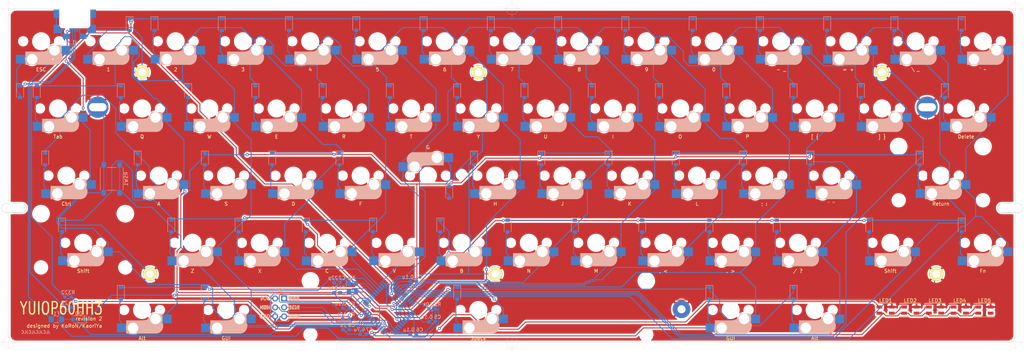
<source format=kicad_pcb>
(kicad_pcb (version 20171130) (host pcbnew "(5.1.9)-1")
  (title_block (title YUIOP60HH3) (date 2021-04-15) (rev 2) (company KaoriYa))
  (layers (0 F.Cu signal) (31 B.Cu signal) (34 B.Paste user) (35 F.Paste user) (36 B.SilkS user) (37 F.SilkS user) (38 B.Mask user) (39 F.Mask user) (44 Edge.Cuts user))
  (net 0 "")
  (net 1 GND)
  (net 2 /Controller/XTAL2)
  (net 3 /Controller/XTAL1)
  (net 4 VCC)
  (net 5 "Net-(C8-Pad2)")
  (net 6 /Controller/V_USB)
  (net 7 "Net-(D1-Pad2)")
  (net 8 /ROW_1)
  (net 9 "Net-(D2-Pad2)")
  (net 10 "Net-(D3-Pad2)")
  (net 11 "Net-(D4-Pad2)")
  (net 12 "Net-(D5-Pad2)")
  (net 13 "Net-(D6-Pad2)")
  (net 14 "Net-(D7-Pad2)")
  (net 15 "Net-(D8-Pad2)")
  (net 16 "Net-(D9-Pad2)")
  (net 17 "Net-(D10-Pad2)")
  (net 18 "Net-(D11-Pad2)")
  (net 19 "Net-(D12-Pad2)")
  (net 20 "Net-(D13-Pad2)")
  (net 21 "Net-(D14-Pad2)")
  (net 22 "Net-(D15-Pad2)")
  (net 23 "Net-(D16-Pad2)")
  (net 24 /ROW_2)
  (net 25 "Net-(D17-Pad2)")
  (net 26 "Net-(D18-Pad2)")
  (net 27 "Net-(D19-Pad2)")
  (net 28 "Net-(D20-Pad2)")
  (net 29 "Net-(D21-Pad2)")
  (net 30 "Net-(D22-Pad2)")
  (net 31 "Net-(D23-Pad2)")
  (net 32 "Net-(D24-Pad2)")
  (net 33 "Net-(D25-Pad2)")
  (net 34 "Net-(D26-Pad2)")
  (net 35 "Net-(D27-Pad2)")
  (net 36 "Net-(D28-Pad2)")
  (net 37 "Net-(D29-Pad2)")
  (net 38 "Net-(D30-Pad2)")
  (net 39 /ROW_3)
  (net 40 "Net-(D31-Pad2)")
  (net 41 "Net-(D32-Pad2)")
  (net 42 "Net-(D33-Pad2)")
  (net 43 "Net-(D34-Pad2)")
  (net 44 "Net-(D35-Pad2)")
  (net 45 "Net-(D36-Pad2)")
  (net 46 "Net-(D37-Pad2)")
  (net 47 "Net-(D38-Pad2)")
  (net 48 "Net-(D39-Pad2)")
  (net 49 "Net-(D40-Pad2)")
  (net 50 "Net-(D41-Pad2)")
  (net 51 "Net-(D42-Pad2)")
  (net 52 "Net-(D43-Pad2)")
  (net 53 /ROW_4)
  (net 54 "Net-(D44-Pad2)")
  (net 55 "Net-(D45-Pad2)")
  (net 56 "Net-(D46-Pad2)")
  (net 57 "Net-(D47-Pad2)")
  (net 58 "Net-(D48-Pad2)")
  (net 59 "Net-(D49-Pad2)")
  (net 60 "Net-(D50-Pad2)")
  (net 61 "Net-(D51-Pad2)")
  (net 62 "Net-(D52-Pad2)")
  (net 63 "Net-(D53-Pad2)")
  (net 64 "Net-(D54-Pad2)")
  (net 65 "Net-(D55-Pad2)")
  (net 66 "Net-(D56-Pad2)")
  (net 67 /ROW_5)
  (net 68 "Net-(D57-Pad2)")
  (net 69 "Net-(D58-Pad2)")
  (net 70 "Net-(D59-Pad2)")
  (net 71 "Net-(D60-Pad2)")
  (net 72 "Net-(F1-Pad2)")
  (net 73 "Net-(J1-Pad2)")
  (net 74 "Net-(J1-Pad3)")
  (net 75 /RESET)
  (net 76 /Controller/P10_B2_MOSI)
  (net 77 /Controller/P09_B1_SCLK)
  (net 78 /Controller/P11_B3_MISO)
  (net 79 /COL_01)
  (net 80 /COL_02)
  (net 81 /COL_03)
  (net 82 /COL_04)
  (net 83 /COL_05)
  (net 84 /COL_06)
  (net 85 /COL_07)
  (net 86 /COL_08)
  (net 87 /COL_09)
  (net 88 /COL_10)
  (net 89 /COL_11)
  (net 90 /COL_12)
  (net 91 /COL_13)
  (net 92 /COL_14)
  (net 93 /COL_15)
  (net 94 "Net-(LED1-Pad1)")
  (net 95 /LED_DATA)
  (net 96 "Net-(LED2-Pad1)")
  (net 97 "Net-(LED3-Pad1)")
  (net 98 "Net-(LED4-Pad1)")
  (net 99 "Net-(R2-Pad2)")
  (net 100 /Controller/D+)
  (net 101 /Controller/D-)
  (net 102 "Net-(J1-Pad4)")
  (net 103 "/LED Array/DOUT")
  (net 104 "Net-(U1-Pad42)")
  (net 105 /Controller/P41_F0)
  (module Capacitor_SMD:C_0603_1608Metric_Pad1.08x0.95mm_HandSolder (layer B.Cu) (at 190.263 189.088)
    (fp_text reference C5 (at 1.524 -1.397) (layer B.SilkS) (effects (justify mirror)))
    (fp_text value 0.1u (at -1.524 -1.397) (layer B.SilkS) (effects (justify mirror)))
    (pad 2 smd roundrect (at 0.8625 0) (size 1.075 0.95) (layers B.Cu B.Paste B.Mask) (net 1 GND))
    (pad 1 smd roundrect (at -0.8625 0) (size 1.075 0.95) (layers B.Cu B.Paste B.Mask) (net 4 VCC))
  )
  (module yuiop:Cherry_MX_Hotswap_1.0u (layer F.Cu) (at 298.6 185.725)
    (fp_text reference KSW60 hide)
    (fp_text value Alt (at 0 8 180) (layer F.SilkS))
    (pad "" np_thru_hole circle (at 3.81 2.54 180) (size 3 3) (drill 3) (layers *.Cu *.Mask))
    (pad "" np_thru_hole circle (at -2.54 5.08 180) (size 3 3) (drill 3) (layers *.Cu *.Mask))
    (pad 1 smd rect (at 7.085 2.54) (size 2.55 2.5) (layers B.Cu B.Paste B.Mask) (net 90 /COL_12))
    (pad "" np_thru_hole circle (at 0 0 270) (size 4.1 4.1) (drill 4.1) (layers *.Cu *.Mask))
    (pad "" np_thru_hole circle (at -5.08 0 180) (size 1.9 1.9) (drill 1.9) (layers *.Cu *.Mask))
    (pad "" np_thru_hole circle (at 5.08 0 180) (size 1.9 1.9) (drill 1.9) (layers *.Cu *.Mask))
    (pad 2 smd rect (at -5.842 5.08) (size 2.55 2.5) (layers B.Cu B.Paste B.Mask) (net 71 "Net-(D60-Pad2)"))
  )
  (module yuiop:Cherry_MX_Hotswap_1.0u (layer F.Cu) (at 274.788 185.725)
    (fp_text reference KSW59 hide)
    (fp_text value GUI (at 0 8 180) (layer F.SilkS))
    (pad "" np_thru_hole circle (at 3.81 2.54 180) (size 3 3) (drill 3) (layers *.Cu *.Mask))
    (pad "" np_thru_hole circle (at -2.54 5.08 180) (size 3 3) (drill 3) (layers *.Cu *.Mask))
    (pad 1 smd rect (at 7.085 2.54) (size 2.55 2.5) (layers B.Cu B.Paste B.Mask) (net 89 /COL_11))
    (pad "" np_thru_hole circle (at 0 0 270) (size 4.1 4.1) (drill 4.1) (layers *.Cu *.Mask))
    (pad "" np_thru_hole circle (at -5.08 0 180) (size 1.9 1.9) (drill 1.9) (layers *.Cu *.Mask))
    (pad "" np_thru_hole circle (at 5.08 0 180) (size 1.9 1.9) (drill 1.9) (layers *.Cu *.Mask))
    (pad 2 smd rect (at -5.842 5.08) (size 2.55 2.5) (layers B.Cu B.Paste B.Mask) (net 70 "Net-(D59-Pad2)"))
  )
  (module yuiop:Cherry_MX_Hotswap_1.0u (layer F.Cu) (at 203.35 185.725)
    (fp_text reference KSW58 hide)
    (fp_text value Space (at 0 8 180) (layer F.SilkS))
    (pad "" np_thru_hole circle (at 3.81 2.54 180) (size 3 3) (drill 3) (layers *.Cu *.Mask))
    (pad "" np_thru_hole circle (at -2.54 5.08 180) (size 3 3) (drill 3) (layers *.Cu *.Mask))
    (pad 1 smd rect (at 7.085 2.54) (size 2.55 2.5) (layers B.Cu B.Paste B.Mask) (net 85 /COL_07))
    (pad "" np_thru_hole circle (at 0 0 270) (size 4.1 4.1) (drill 4.1) (layers *.Cu *.Mask))
    (pad "" np_thru_hole circle (at -5.08 0 180) (size 1.9 1.9) (drill 1.9) (layers *.Cu *.Mask))
    (pad "" np_thru_hole circle (at 5.08 0 180) (size 1.9 1.9) (drill 1.9) (layers *.Cu *.Mask))
    (pad 2 smd rect (at -5.842 5.08) (size 2.55 2.5) (layers B.Cu B.Paste B.Mask) (net 69 "Net-(D58-Pad2)"))
  )
  (module yuiop:Cherry_MX_Hotswap_1.0u (layer F.Cu) (at 131.912 185.725)
    (fp_text reference KSW57 hide)
    (fp_text value GUI (at 0 8 180) (layer F.SilkS))
    (pad "" np_thru_hole circle (at 3.81 2.54 180) (size 3 3) (drill 3) (layers *.Cu *.Mask))
    (pad "" np_thru_hole circle (at -2.54 5.08 180) (size 3 3) (drill 3) (layers *.Cu *.Mask))
    (pad 1 smd rect (at 7.085 2.54) (size 2.55 2.5) (layers B.Cu B.Paste B.Mask) (net 81 /COL_03))
    (pad "" np_thru_hole circle (at 0 0 270) (size 4.1 4.1) (drill 4.1) (layers *.Cu *.Mask))
    (pad "" np_thru_hole circle (at -5.08 0 180) (size 1.9 1.9) (drill 1.9) (layers *.Cu *.Mask))
    (pad "" np_thru_hole circle (at 5.08 0 180) (size 1.9 1.9) (drill 1.9) (layers *.Cu *.Mask))
    (pad 2 smd rect (at -5.842 5.08) (size 2.55 2.5) (layers B.Cu B.Paste B.Mask) (net 68 "Net-(D57-Pad2)"))
  )
  (module yuiop:Cherry_MX_Hotswap_1.0u (layer F.Cu) (at 108.1 185.725)
    (fp_text reference KSW56 hide)
    (fp_text value Alt (at 0 8 180) (layer F.SilkS))
    (pad "" np_thru_hole circle (at 3.81 2.54 180) (size 3 3) (drill 3) (layers *.Cu *.Mask))
    (pad "" np_thru_hole circle (at -2.54 5.08 180) (size 3 3) (drill 3) (layers *.Cu *.Mask))
    (pad 1 smd rect (at 7.085 2.54) (size 2.55 2.5) (layers B.Cu B.Paste B.Mask) (net 80 /COL_02))
    (pad "" np_thru_hole circle (at 0 0 270) (size 4.1 4.1) (drill 4.1) (layers *.Cu *.Mask))
    (pad "" np_thru_hole circle (at -5.08 0 180) (size 1.9 1.9) (drill 1.9) (layers *.Cu *.Mask))
    (pad "" np_thru_hole circle (at 5.08 0 180) (size 1.9 1.9) (drill 1.9) (layers *.Cu *.Mask))
    (pad 2 smd rect (at -5.842 5.08) (size 2.55 2.5) (layers B.Cu B.Paste B.Mask) (net 66 "Net-(D56-Pad2)"))
  )
  (module yuiop:Cherry_MX_Hotswap_1.0u (layer F.Cu) (at 346.225 166.675)
    (fp_text reference KSW55 hide)
    (fp_text value Fn (at 0 8 180) (layer F.SilkS))
    (pad "" np_thru_hole circle (at 3.81 2.54 180) (size 3 3) (drill 3) (layers *.Cu *.Mask))
    (pad "" np_thru_hole circle (at -2.54 5.08 180) (size 3 3) (drill 3) (layers *.Cu *.Mask))
    (pad 1 smd rect (at 7.085 2.54) (size 2.55 2.5) (layers B.Cu B.Paste B.Mask) (net 93 /COL_15))
    (pad "" np_thru_hole circle (at 0 0 270) (size 4.1 4.1) (drill 4.1) (layers *.Cu *.Mask))
    (pad "" np_thru_hole circle (at -5.08 0 180) (size 1.9 1.9) (drill 1.9) (layers *.Cu *.Mask))
    (pad "" np_thru_hole circle (at 5.08 0 180) (size 1.9 1.9) (drill 1.9) (layers *.Cu *.Mask))
    (pad 2 smd rect (at -5.842 5.08) (size 2.55 2.5) (layers B.Cu B.Paste B.Mask) (net 65 "Net-(D55-Pad2)"))
  )
  (module yuiop:Cherry_MX_Hotswap_1.0u (layer F.Cu) (at 320.031 166.675)
    (fp_text reference KSW54 hide)
    (fp_text value Shift (at 0 8 180) (layer F.SilkS))
    (pad "" np_thru_hole circle (at 3.81 2.54 180) (size 3 3) (drill 3) (layers *.Cu *.Mask))
    (pad "" np_thru_hole circle (at -2.54 5.08 180) (size 3 3) (drill 3) (layers *.Cu *.Mask))
    (pad 1 smd rect (at 7.085 2.54) (size 2.55 2.5) (layers B.Cu B.Paste B.Mask) (net 92 /COL_14))
    (pad "" np_thru_hole circle (at 0 0 270) (size 4.1 4.1) (drill 4.1) (layers *.Cu *.Mask))
    (pad "" np_thru_hole circle (at -5.08 0 180) (size 1.9 1.9) (drill 1.9) (layers *.Cu *.Mask))
    (pad "" np_thru_hole circle (at 5.08 0 180) (size 1.9 1.9) (drill 1.9) (layers *.Cu *.Mask))
    (pad 2 smd rect (at -5.842 5.08) (size 2.55 2.5) (layers B.Cu B.Paste B.Mask) (net 64 "Net-(D54-Pad2)"))
  )
  (module yuiop:Cherry_MX_Hotswap_1.0u (layer F.Cu) (at 293.838 166.675)
    (fp_text reference KSW53 hide)
    (fp_text value "/ ?" (at 0 8 180) (layer F.SilkS))
    (pad "" np_thru_hole circle (at 3.81 2.54 180) (size 3 3) (drill 3) (layers *.Cu *.Mask))
    (pad "" np_thru_hole circle (at -2.54 5.08 180) (size 3 3) (drill 3) (layers *.Cu *.Mask))
    (pad 1 smd rect (at 7.085 2.54) (size 2.55 2.5) (layers B.Cu B.Paste B.Mask) (net 90 /COL_12))
    (pad "" np_thru_hole circle (at 0 0 270) (size 4.1 4.1) (drill 4.1) (layers *.Cu *.Mask))
    (pad "" np_thru_hole circle (at -5.08 0 180) (size 1.9 1.9) (drill 1.9) (layers *.Cu *.Mask))
    (pad "" np_thru_hole circle (at 5.08 0 180) (size 1.9 1.9) (drill 1.9) (layers *.Cu *.Mask))
    (pad 2 smd rect (at -5.842 5.08) (size 2.55 2.5) (layers B.Cu B.Paste B.Mask) (net 63 "Net-(D53-Pad2)"))
  )
  (module yuiop:Cherry_MX_Hotswap_1.0u (layer F.Cu) (at 274.788 166.675)
    (fp_text reference KSW52 hide)
    (fp_text value ". >" (at 0 8 180) (layer F.SilkS))
    (pad "" np_thru_hole circle (at 3.81 2.54 180) (size 3 3) (drill 3) (layers *.Cu *.Mask))
    (pad "" np_thru_hole circle (at -2.54 5.08 180) (size 3 3) (drill 3) (layers *.Cu *.Mask))
    (pad 1 smd rect (at 7.085 2.54) (size 2.55 2.5) (layers B.Cu B.Paste B.Mask) (net 89 /COL_11))
    (pad "" np_thru_hole circle (at 0 0 270) (size 4.1 4.1) (drill 4.1) (layers *.Cu *.Mask))
    (pad "" np_thru_hole circle (at -5.08 0 180) (size 1.9 1.9) (drill 1.9) (layers *.Cu *.Mask))
    (pad "" np_thru_hole circle (at 5.08 0 180) (size 1.9 1.9) (drill 1.9) (layers *.Cu *.Mask))
    (pad 2 smd rect (at -5.842 5.08) (size 2.55 2.5) (layers B.Cu B.Paste B.Mask) (net 62 "Net-(D52-Pad2)"))
  )
  (module yuiop:Cherry_MX_Hotswap_1.0u (layer F.Cu) (at 255.738 166.675)
    (fp_text reference KSW51 hide)
    (fp_text value ", <" (at 0 8 180) (layer F.SilkS))
    (pad "" np_thru_hole circle (at 3.81 2.54 180) (size 3 3) (drill 3) (layers *.Cu *.Mask))
    (pad "" np_thru_hole circle (at -2.54 5.08 180) (size 3 3) (drill 3) (layers *.Cu *.Mask))
    (pad 1 smd rect (at 7.085 2.54) (size 2.55 2.5) (layers B.Cu B.Paste B.Mask) (net 88 /COL_10))
    (pad "" np_thru_hole circle (at 0 0 270) (size 4.1 4.1) (drill 4.1) (layers *.Cu *.Mask))
    (pad "" np_thru_hole circle (at -5.08 0 180) (size 1.9 1.9) (drill 1.9) (layers *.Cu *.Mask))
    (pad "" np_thru_hole circle (at 5.08 0 180) (size 1.9 1.9) (drill 1.9) (layers *.Cu *.Mask))
    (pad 2 smd rect (at -5.842 5.08) (size 2.55 2.5) (layers B.Cu B.Paste B.Mask) (net 61 "Net-(D51-Pad2)"))
  )
  (module yuiop:Cherry_MX_Hotswap_1.0u (layer F.Cu) (at 236.688 166.675)
    (fp_text reference KSW50 hide)
    (fp_text value M (at 0 8 180) (layer F.SilkS))
    (pad "" np_thru_hole circle (at 3.81 2.54 180) (size 3 3) (drill 3) (layers *.Cu *.Mask))
    (pad "" np_thru_hole circle (at -2.54 5.08 180) (size 3 3) (drill 3) (layers *.Cu *.Mask))
    (pad 1 smd rect (at 7.085 2.54) (size 2.55 2.5) (layers B.Cu B.Paste B.Mask) (net 87 /COL_09))
    (pad "" np_thru_hole circle (at 0 0 270) (size 4.1 4.1) (drill 4.1) (layers *.Cu *.Mask))
    (pad "" np_thru_hole circle (at -5.08 0 180) (size 1.9 1.9) (drill 1.9) (layers *.Cu *.Mask))
    (pad "" np_thru_hole circle (at 5.08 0 180) (size 1.9 1.9) (drill 1.9) (layers *.Cu *.Mask))
    (pad 2 smd rect (at -5.842 5.08) (size 2.55 2.5) (layers B.Cu B.Paste B.Mask) (net 60 "Net-(D50-Pad2)"))
  )
  (module yuiop:Cherry_MX_Hotswap_1.0u (layer F.Cu) (at 217.638 166.675)
    (fp_text reference KSW49 hide)
    (fp_text value N (at 0 8 180) (layer F.SilkS))
    (pad "" np_thru_hole circle (at 3.81 2.54 180) (size 3 3) (drill 3) (layers *.Cu *.Mask))
    (pad "" np_thru_hole circle (at -2.54 5.08 180) (size 3 3) (drill 3) (layers *.Cu *.Mask))
    (pad 1 smd rect (at 7.085 2.54) (size 2.55 2.5) (layers B.Cu B.Paste B.Mask) (net 86 /COL_08))
    (pad "" np_thru_hole circle (at 0 0 270) (size 4.1 4.1) (drill 4.1) (layers *.Cu *.Mask))
    (pad "" np_thru_hole circle (at -5.08 0 180) (size 1.9 1.9) (drill 1.9) (layers *.Cu *.Mask))
    (pad "" np_thru_hole circle (at 5.08 0 180) (size 1.9 1.9) (drill 1.9) (layers *.Cu *.Mask))
    (pad 2 smd rect (at -5.842 5.08) (size 2.55 2.5) (layers B.Cu B.Paste B.Mask) (net 59 "Net-(D49-Pad2)"))
  )
  (module yuiop:Cherry_MX_Hotswap_1.0u (layer F.Cu) (at 198.588 166.675)
    (fp_text reference KSW48 hide)
    (fp_text value B (at 0 8 180) (layer F.SilkS))
    (pad "" np_thru_hole circle (at 3.81 2.54 180) (size 3 3) (drill 3) (layers *.Cu *.Mask))
    (pad "" np_thru_hole circle (at -2.54 5.08 180) (size 3 3) (drill 3) (layers *.Cu *.Mask))
    (pad 1 smd rect (at 7.085 2.54) (size 2.55 2.5) (layers B.Cu B.Paste B.Mask) (net 85 /COL_07))
    (pad "" np_thru_hole circle (at 0 0 270) (size 4.1 4.1) (drill 4.1) (layers *.Cu *.Mask))
    (pad "" np_thru_hole circle (at -5.08 0 180) (size 1.9 1.9) (drill 1.9) (layers *.Cu *.Mask))
    (pad "" np_thru_hole circle (at 5.08 0 180) (size 1.9 1.9) (drill 1.9) (layers *.Cu *.Mask))
    (pad 2 smd rect (at -5.842 5.08) (size 2.55 2.5) (layers B.Cu B.Paste B.Mask) (net 58 "Net-(D48-Pad2)"))
  )
  (module yuiop:Cherry_MX_Hotswap_1.0u (layer F.Cu) (at 179.538 166.675)
    (fp_text reference KSW47 hide)
    (fp_text value V (at 0 8 180) (layer F.SilkS))
    (pad "" np_thru_hole circle (at 3.81 2.54 180) (size 3 3) (drill 3) (layers *.Cu *.Mask))
    (pad "" np_thru_hole circle (at -2.54 5.08 180) (size 3 3) (drill 3) (layers *.Cu *.Mask))
    (pad 1 smd rect (at 7.085 2.54) (size 2.55 2.5) (layers B.Cu B.Paste B.Mask) (net 84 /COL_06))
    (pad "" np_thru_hole circle (at 0 0 270) (size 4.1 4.1) (drill 4.1) (layers *.Cu *.Mask))
    (pad "" np_thru_hole circle (at -5.08 0 180) (size 1.9 1.9) (drill 1.9) (layers *.Cu *.Mask))
    (pad "" np_thru_hole circle (at 5.08 0 180) (size 1.9 1.9) (drill 1.9) (layers *.Cu *.Mask))
    (pad 2 smd rect (at -5.842 5.08) (size 2.55 2.5) (layers B.Cu B.Paste B.Mask) (net 57 "Net-(D47-Pad2)"))
  )
  (module yuiop:Cherry_MX_Hotswap_1.0u (layer F.Cu) (at 160.488 166.675)
    (fp_text reference KSW46 hide)
    (fp_text value C (at 0 8 180) (layer F.SilkS))
    (pad "" np_thru_hole circle (at 3.81 2.54 180) (size 3 3) (drill 3) (layers *.Cu *.Mask))
    (pad "" np_thru_hole circle (at -2.54 5.08 180) (size 3 3) (drill 3) (layers *.Cu *.Mask))
    (pad 1 smd rect (at 7.085 2.54) (size 2.55 2.5) (layers B.Cu B.Paste B.Mask) (net 83 /COL_05))
    (pad "" np_thru_hole circle (at 0 0 270) (size 4.1 4.1) (drill 4.1) (layers *.Cu *.Mask))
    (pad "" np_thru_hole circle (at -5.08 0 180) (size 1.9 1.9) (drill 1.9) (layers *.Cu *.Mask))
    (pad "" np_thru_hole circle (at 5.08 0 180) (size 1.9 1.9) (drill 1.9) (layers *.Cu *.Mask))
    (pad 2 smd rect (at -5.842 5.08) (size 2.55 2.5) (layers B.Cu B.Paste B.Mask) (net 56 "Net-(D46-Pad2)"))
  )
  (module yuiop:Cherry_MX_Hotswap_1.0u (layer F.Cu) (at 141.438 166.675)
    (fp_text reference KSW45 hide)
    (fp_text value X (at 0 8 180) (layer F.SilkS))
    (pad "" np_thru_hole circle (at 3.81 2.54 180) (size 3 3) (drill 3) (layers *.Cu *.Mask))
    (pad "" np_thru_hole circle (at -2.54 5.08 180) (size 3 3) (drill 3) (layers *.Cu *.Mask))
    (pad 1 smd rect (at 7.085 2.54) (size 2.55 2.5) (layers B.Cu B.Paste B.Mask) (net 82 /COL_04))
    (pad "" np_thru_hole circle (at 0 0 270) (size 4.1 4.1) (drill 4.1) (layers *.Cu *.Mask))
    (pad "" np_thru_hole circle (at -5.08 0 180) (size 1.9 1.9) (drill 1.9) (layers *.Cu *.Mask))
    (pad "" np_thru_hole circle (at 5.08 0 180) (size 1.9 1.9) (drill 1.9) (layers *.Cu *.Mask))
    (pad 2 smd rect (at -5.842 5.08) (size 2.55 2.5) (layers B.Cu B.Paste B.Mask) (net 55 "Net-(D45-Pad2)"))
  )
  (module yuiop:Cherry_MX_Hotswap_1.0u (layer F.Cu) (at 122.388 166.675)
    (fp_text reference KSW44 hide)
    (fp_text value Z (at 0 8 180) (layer F.SilkS))
    (pad "" np_thru_hole circle (at 3.81 2.54 180) (size 3 3) (drill 3) (layers *.Cu *.Mask))
    (pad "" np_thru_hole circle (at -2.54 5.08 180) (size 3 3) (drill 3) (layers *.Cu *.Mask))
    (pad 1 smd rect (at 7.085 2.54) (size 2.55 2.5) (layers B.Cu B.Paste B.Mask) (net 81 /COL_03))
    (pad "" np_thru_hole circle (at 0 0 270) (size 4.1 4.1) (drill 4.1) (layers *.Cu *.Mask))
    (pad "" np_thru_hole circle (at -5.08 0 180) (size 1.9 1.9) (drill 1.9) (layers *.Cu *.Mask))
    (pad "" np_thru_hole circle (at 5.08 0 180) (size 1.9 1.9) (drill 1.9) (layers *.Cu *.Mask))
    (pad 2 smd rect (at -5.842 5.08) (size 2.55 2.5) (layers B.Cu B.Paste B.Mask) (net 54 "Net-(D44-Pad2)"))
  )
  (module yuiop:Cherry_MX_Hotswap_1.0u (layer F.Cu) (at 91.4312 166.675)
    (fp_text reference KSW43 hide)
    (fp_text value Shift (at 0 8 180) (layer F.SilkS))
    (pad "" np_thru_hole circle (at 3.81 2.54 180) (size 3 3) (drill 3) (layers *.Cu *.Mask))
    (pad "" np_thru_hole circle (at -2.54 5.08 180) (size 3 3) (drill 3) (layers *.Cu *.Mask))
    (pad 1 smd rect (at 7.085 2.54) (size 2.55 2.5) (layers B.Cu B.Paste B.Mask) (net 79 /COL_01))
    (pad "" np_thru_hole circle (at 0 0 270) (size 4.1 4.1) (drill 4.1) (layers *.Cu *.Mask))
    (pad "" np_thru_hole circle (at -5.08 0 180) (size 1.9 1.9) (drill 1.9) (layers *.Cu *.Mask))
    (pad "" np_thru_hole circle (at 5.08 0 180) (size 1.9 1.9) (drill 1.9) (layers *.Cu *.Mask))
    (pad 2 smd rect (at -5.842 5.08) (size 2.55 2.5) (layers B.Cu B.Paste B.Mask) (net 52 "Net-(D43-Pad2)"))
  )
  (module yuiop:Cherry_MX_Hotswap_1.0u (layer F.Cu) (at 334.319 147.625)
    (fp_text reference KSW42 hide)
    (fp_text value Return (at 0 8 180) (layer F.SilkS))
    (pad "" np_thru_hole circle (at 3.81 2.54 180) (size 3 3) (drill 3) (layers *.Cu *.Mask))
    (pad "" np_thru_hole circle (at -2.54 5.08 180) (size 3 3) (drill 3) (layers *.Cu *.Mask))
    (pad 1 smd rect (at 7.085 2.54) (size 2.55 2.5) (layers B.Cu B.Paste B.Mask) (net 93 /COL_15))
    (pad "" np_thru_hole circle (at 0 0 270) (size 4.1 4.1) (drill 4.1) (layers *.Cu *.Mask))
    (pad "" np_thru_hole circle (at -5.08 0 180) (size 1.9 1.9) (drill 1.9) (layers *.Cu *.Mask))
    (pad "" np_thru_hole circle (at 5.08 0 180) (size 1.9 1.9) (drill 1.9) (layers *.Cu *.Mask))
    (pad 2 smd rect (at -5.842 5.08) (size 2.55 2.5) (layers B.Cu B.Paste B.Mask) (net 51 "Net-(D42-Pad2)"))
  )
  (module yuiop:Cherry_MX_Hotswap_1.0u (layer F.Cu) (at 303.362 147.625)
    (fp_text reference KSW41 hide)
    (fp_text value "' \"" (at 0 8 180) (layer F.SilkS))
    (pad "" np_thru_hole circle (at 3.81 2.54 180) (size 3 3) (drill 3) (layers *.Cu *.Mask))
    (pad "" np_thru_hole circle (at -2.54 5.08 180) (size 3 3) (drill 3) (layers *.Cu *.Mask))
    (pad 1 smd rect (at 7.085 2.54) (size 2.55 2.5) (layers B.Cu B.Paste B.Mask) (net 90 /COL_12))
    (pad "" np_thru_hole circle (at 0 0 270) (size 4.1 4.1) (drill 4.1) (layers *.Cu *.Mask))
    (pad "" np_thru_hole circle (at -5.08 0 180) (size 1.9 1.9) (drill 1.9) (layers *.Cu *.Mask))
    (pad "" np_thru_hole circle (at 5.08 0 180) (size 1.9 1.9) (drill 1.9) (layers *.Cu *.Mask))
    (pad 2 smd rect (at -5.842 5.08) (size 2.55 2.5) (layers B.Cu B.Paste B.Mask) (net 50 "Net-(D41-Pad2)"))
  )
  (module yuiop:Cherry_MX_Hotswap_1.0u (layer F.Cu) (at 284.312 147.625)
    (fp_text reference KSW40 hide)
    (fp_text value "; :" (at 0 8 180) (layer F.SilkS))
    (pad "" np_thru_hole circle (at 3.81 2.54 180) (size 3 3) (drill 3) (layers *.Cu *.Mask))
    (pad "" np_thru_hole circle (at -2.54 5.08 180) (size 3 3) (drill 3) (layers *.Cu *.Mask))
    (pad 1 smd rect (at 7.085 2.54) (size 2.55 2.5) (layers B.Cu B.Paste B.Mask) (net 89 /COL_11))
    (pad "" np_thru_hole circle (at 0 0 270) (size 4.1 4.1) (drill 4.1) (layers *.Cu *.Mask))
    (pad "" np_thru_hole circle (at -5.08 0 180) (size 1.9 1.9) (drill 1.9) (layers *.Cu *.Mask))
    (pad "" np_thru_hole circle (at 5.08 0 180) (size 1.9 1.9) (drill 1.9) (layers *.Cu *.Mask))
    (pad 2 smd rect (at -5.842 5.08) (size 2.55 2.5) (layers B.Cu B.Paste B.Mask) (net 49 "Net-(D40-Pad2)"))
  )
  (module yuiop:Cherry_MX_Hotswap_1.0u (layer F.Cu) (at 265.262 147.625)
    (fp_text reference KSW39 hide)
    (fp_text value L (at 0 8 180) (layer F.SilkS))
    (pad "" np_thru_hole circle (at 3.81 2.54 180) (size 3 3) (drill 3) (layers *.Cu *.Mask))
    (pad "" np_thru_hole circle (at -2.54 5.08 180) (size 3 3) (drill 3) (layers *.Cu *.Mask))
    (pad 1 smd rect (at 7.085 2.54) (size 2.55 2.5) (layers B.Cu B.Paste B.Mask) (net 88 /COL_10))
    (pad "" np_thru_hole circle (at 0 0 270) (size 4.1 4.1) (drill 4.1) (layers *.Cu *.Mask))
    (pad "" np_thru_hole circle (at -5.08 0 180) (size 1.9 1.9) (drill 1.9) (layers *.Cu *.Mask))
    (pad "" np_thru_hole circle (at 5.08 0 180) (size 1.9 1.9) (drill 1.9) (layers *.Cu *.Mask))
    (pad 2 smd rect (at -5.842 5.08) (size 2.55 2.5) (layers B.Cu B.Paste B.Mask) (net 48 "Net-(D39-Pad2)"))
  )
  (module yuiop:Cherry_MX_Hotswap_1.0u (layer F.Cu) (at 246.212 147.625)
    (fp_text reference KSW38 hide)
    (fp_text value K (at 0 8 180) (layer F.SilkS))
    (pad "" np_thru_hole circle (at 3.81 2.54 180) (size 3 3) (drill 3) (layers *.Cu *.Mask))
    (pad "" np_thru_hole circle (at -2.54 5.08 180) (size 3 3) (drill 3) (layers *.Cu *.Mask))
    (pad 1 smd rect (at 7.085 2.54) (size 2.55 2.5) (layers B.Cu B.Paste B.Mask) (net 87 /COL_09))
    (pad "" np_thru_hole circle (at 0 0 270) (size 4.1 4.1) (drill 4.1) (layers *.Cu *.Mask))
    (pad "" np_thru_hole circle (at -5.08 0 180) (size 1.9 1.9) (drill 1.9) (layers *.Cu *.Mask))
    (pad "" np_thru_hole circle (at 5.08 0 180) (size 1.9 1.9) (drill 1.9) (layers *.Cu *.Mask))
    (pad 2 smd rect (at -5.842 5.08) (size 2.55 2.5) (layers B.Cu B.Paste B.Mask) (net 47 "Net-(D38-Pad2)"))
  )
  (module yuiop:Cherry_MX_Hotswap_1.0u (layer F.Cu) (at 227.162 147.625)
    (fp_text reference KSW37 hide)
    (fp_text value J (at 0 8 180) (layer F.SilkS))
    (pad "" np_thru_hole circle (at 3.81 2.54 180) (size 3 3) (drill 3) (layers *.Cu *.Mask))
    (pad "" np_thru_hole circle (at -2.54 5.08 180) (size 3 3) (drill 3) (layers *.Cu *.Mask))
    (pad 1 smd rect (at 7.085 2.54) (size 2.55 2.5) (layers B.Cu B.Paste B.Mask) (net 86 /COL_08))
    (pad "" np_thru_hole circle (at 0 0 270) (size 4.1 4.1) (drill 4.1) (layers *.Cu *.Mask))
    (pad "" np_thru_hole circle (at -5.08 0 180) (size 1.9 1.9) (drill 1.9) (layers *.Cu *.Mask))
    (pad "" np_thru_hole circle (at 5.08 0 180) (size 1.9 1.9) (drill 1.9) (layers *.Cu *.Mask))
    (pad 2 smd rect (at -5.842 5.08) (size 2.55 2.5) (layers B.Cu B.Paste B.Mask) (net 46 "Net-(D37-Pad2)"))
  )
  (module yuiop:Cherry_MX_Hotswap_1.0u (layer F.Cu) (at 208.112 147.625)
    (fp_text reference KSW36 hide)
    (fp_text value H (at 0 8 180) (layer F.SilkS))
    (pad "" np_thru_hole circle (at 3.81 2.54 180) (size 3 3) (drill 3) (layers *.Cu *.Mask))
    (pad "" np_thru_hole circle (at -2.54 5.08 180) (size 3 3) (drill 3) (layers *.Cu *.Mask))
    (pad 1 smd rect (at 7.085 2.54) (size 2.55 2.5) (layers B.Cu B.Paste B.Mask) (net 85 /COL_07))
    (pad "" np_thru_hole circle (at 0 0 270) (size 4.1 4.1) (drill 4.1) (layers *.Cu *.Mask))
    (pad "" np_thru_hole circle (at -5.08 0 180) (size 1.9 1.9) (drill 1.9) (layers *.Cu *.Mask))
    (pad "" np_thru_hole circle (at 5.08 0 180) (size 1.9 1.9) (drill 1.9) (layers *.Cu *.Mask))
    (pad 2 smd rect (at -5.842 5.08) (size 2.55 2.5) (layers B.Cu B.Paste B.Mask) (net 45 "Net-(D36-Pad2)"))
  )
  (module yuiop:Cherry_MX_Hotswap_1.0u (layer F.Cu) (at 189.062 147.625 180)
    (fp_text reference KSW35 hide)
    (fp_text value G (at 0 8 180) (layer F.SilkS))
    (pad "" np_thru_hole circle (at 3.81 2.54) (size 3 3) (drill 3) (layers *.Cu *.Mask))
    (pad "" np_thru_hole circle (at -2.54 5.08) (size 3 3) (drill 3) (layers *.Cu *.Mask))
    (pad 1 smd rect (at 7.085 2.54 180) (size 2.55 2.5) (layers B.Cu B.Paste B.Mask) (net 84 /COL_06))
    (pad "" np_thru_hole circle (at 0 0 90) (size 4.1 4.1) (drill 4.1) (layers *.Cu *.Mask))
    (pad "" np_thru_hole circle (at -5.08 0) (size 1.9 1.9) (drill 1.9) (layers *.Cu *.Mask))
    (pad "" np_thru_hole circle (at 5.08 0) (size 1.9 1.9) (drill 1.9) (layers *.Cu *.Mask))
    (pad 2 smd rect (at -5.842 5.08 180) (size 2.55 2.5) (layers B.Cu B.Paste B.Mask) (net 44 "Net-(D35-Pad2)"))
  )
  (module yuiop:Cherry_MX_Hotswap_1.0u (layer F.Cu) (at 170.012 147.625)
    (fp_text reference KSW34 hide)
    (fp_text value F (at 0 8 180) (layer F.SilkS))
    (pad "" np_thru_hole circle (at 3.81 2.54 180) (size 3 3) (drill 3) (layers *.Cu *.Mask))
    (pad "" np_thru_hole circle (at -2.54 5.08 180) (size 3 3) (drill 3) (layers *.Cu *.Mask))
    (pad 1 smd rect (at 7.085 2.54) (size 2.55 2.5) (layers B.Cu B.Paste B.Mask) (net 83 /COL_05))
    (pad "" np_thru_hole circle (at 0 0 270) (size 4.1 4.1) (drill 4.1) (layers *.Cu *.Mask))
    (pad "" np_thru_hole circle (at -5.08 0 180) (size 1.9 1.9) (drill 1.9) (layers *.Cu *.Mask))
    (pad "" np_thru_hole circle (at 5.08 0 180) (size 1.9 1.9) (drill 1.9) (layers *.Cu *.Mask))
    (pad 2 smd rect (at -5.842 5.08) (size 2.55 2.5) (layers B.Cu B.Paste B.Mask) (net 43 "Net-(D34-Pad2)"))
  )
  (module yuiop:Cherry_MX_Hotswap_1.0u (layer F.Cu) (at 150.962 147.625)
    (fp_text reference KSW33 hide)
    (fp_text value D (at 0 8 180) (layer F.SilkS))
    (pad "" np_thru_hole circle (at 3.81 2.54 180) (size 3 3) (drill 3) (layers *.Cu *.Mask))
    (pad "" np_thru_hole circle (at -2.54 5.08 180) (size 3 3) (drill 3) (layers *.Cu *.Mask))
    (pad 1 smd rect (at 7.085 2.54) (size 2.55 2.5) (layers B.Cu B.Paste B.Mask) (net 82 /COL_04))
    (pad "" np_thru_hole circle (at 0 0 270) (size 4.1 4.1) (drill 4.1) (layers *.Cu *.Mask))
    (pad "" np_thru_hole circle (at -5.08 0 180) (size 1.9 1.9) (drill 1.9) (layers *.Cu *.Mask))
    (pad "" np_thru_hole circle (at 5.08 0 180) (size 1.9 1.9) (drill 1.9) (layers *.Cu *.Mask))
    (pad 2 smd rect (at -5.842 5.08) (size 2.55 2.5) (layers B.Cu B.Paste B.Mask) (net 42 "Net-(D33-Pad2)"))
  )
  (module yuiop:Cherry_MX_Hotswap_1.0u (layer F.Cu) (at 131.912 147.625)
    (fp_text reference KSW32 hide)
    (fp_text value S (at 0 8 180) (layer F.SilkS))
    (pad "" np_thru_hole circle (at 3.81 2.54 180) (size 3 3) (drill 3) (layers *.Cu *.Mask))
    (pad "" np_thru_hole circle (at -2.54 5.08 180) (size 3 3) (drill 3) (layers *.Cu *.Mask))
    (pad 1 smd rect (at 7.085 2.54) (size 2.55 2.5) (layers B.Cu B.Paste B.Mask) (net 81 /COL_03))
    (pad "" np_thru_hole circle (at 0 0 270) (size 4.1 4.1) (drill 4.1) (layers *.Cu *.Mask))
    (pad "" np_thru_hole circle (at -5.08 0 180) (size 1.9 1.9) (drill 1.9) (layers *.Cu *.Mask))
    (pad "" np_thru_hole circle (at 5.08 0 180) (size 1.9 1.9) (drill 1.9) (layers *.Cu *.Mask))
    (pad 2 smd rect (at -5.842 5.08) (size 2.55 2.5) (layers B.Cu B.Paste B.Mask) (net 41 "Net-(D32-Pad2)"))
  )
  (module yuiop:Cherry_MX_Hotswap_1.0u (layer F.Cu) (at 112.862 147.625)
    (fp_text reference KSW31 hide)
    (fp_text value A (at 0 8 180) (layer F.SilkS))
    (pad "" np_thru_hole circle (at 3.81 2.54 180) (size 3 3) (drill 3) (layers *.Cu *.Mask))
    (pad "" np_thru_hole circle (at -2.54 5.08 180) (size 3 3) (drill 3) (layers *.Cu *.Mask))
    (pad 1 smd rect (at 7.085 2.54) (size 2.55 2.5) (layers B.Cu B.Paste B.Mask) (net 80 /COL_02))
    (pad "" np_thru_hole circle (at 0 0 270) (size 4.1 4.1) (drill 4.1) (layers *.Cu *.Mask))
    (pad "" np_thru_hole circle (at -5.08 0 180) (size 1.9 1.9) (drill 1.9) (layers *.Cu *.Mask))
    (pad "" np_thru_hole circle (at 5.08 0 180) (size 1.9 1.9) (drill 1.9) (layers *.Cu *.Mask))
    (pad 2 smd rect (at -5.842 5.08) (size 2.55 2.5) (layers B.Cu B.Paste B.Mask) (net 40 "Net-(D31-Pad2)"))
  )
  (module yuiop:Cherry_MX_Hotswap_1.0u (layer F.Cu) (at 86.6688 147.625)
    (fp_text reference KSW30 hide)
    (fp_text value Ctrl (at 0 8 180) (layer F.SilkS))
    (pad "" np_thru_hole circle (at 3.81 2.54 180) (size 3 3) (drill 3) (layers *.Cu *.Mask))
    (pad "" np_thru_hole circle (at -2.54 5.08 180) (size 3 3) (drill 3) (layers *.Cu *.Mask))
    (pad 1 smd rect (at 7.085 2.54) (size 2.55 2.5) (layers B.Cu B.Paste B.Mask) (net 79 /COL_01))
    (pad "" np_thru_hole circle (at 0 0 270) (size 4.1 4.1) (drill 4.1) (layers *.Cu *.Mask))
    (pad "" np_thru_hole circle (at -5.08 0 180) (size 1.9 1.9) (drill 1.9) (layers *.Cu *.Mask))
    (pad "" np_thru_hole circle (at 5.08 0 180) (size 1.9 1.9) (drill 1.9) (layers *.Cu *.Mask))
    (pad 2 smd rect (at -5.842 5.08) (size 2.55 2.5) (layers B.Cu B.Paste B.Mask) (net 38 "Net-(D30-Pad2)"))
  )
  (module yuiop:Cherry_MX_Hotswap_1.0u (layer F.Cu) (at 341.462 128.575)
    (fp_text reference KSW29 hide)
    (fp_text value Delete (at 0 8 180) (layer F.SilkS))
    (pad "" np_thru_hole circle (at 3.81 2.54 180) (size 3 3) (drill 3) (layers *.Cu *.Mask))
    (pad "" np_thru_hole circle (at -2.54 5.08 180) (size 3 3) (drill 3) (layers *.Cu *.Mask))
    (pad 1 smd rect (at 7.085 2.54) (size 2.55 2.5) (layers B.Cu B.Paste B.Mask) (net 93 /COL_15))
    (pad "" np_thru_hole circle (at 0 0 270) (size 4.1 4.1) (drill 4.1) (layers *.Cu *.Mask))
    (pad "" np_thru_hole circle (at -5.08 0 180) (size 1.9 1.9) (drill 1.9) (layers *.Cu *.Mask))
    (pad "" np_thru_hole circle (at 5.08 0 180) (size 1.9 1.9) (drill 1.9) (layers *.Cu *.Mask))
    (pad 2 smd rect (at -5.842 5.08) (size 2.55 2.5) (layers B.Cu B.Paste B.Mask) (net 37 "Net-(D29-Pad2)"))
  )
  (module yuiop:Cherry_MX_Hotswap_1.0u (layer F.Cu) (at 317.65 128.575)
    (fp_text reference KSW28 hide)
    (fp_text value "] }" (at 0 8 180) (layer F.SilkS))
    (pad "" np_thru_hole circle (at 3.81 2.54 180) (size 3 3) (drill 3) (layers *.Cu *.Mask))
    (pad "" np_thru_hole circle (at -2.54 5.08 180) (size 3 3) (drill 3) (layers *.Cu *.Mask))
    (pad 1 smd rect (at 7.085 2.54) (size 2.55 2.5) (layers B.Cu B.Paste B.Mask) (net 91 /COL_13))
    (pad "" np_thru_hole circle (at 0 0 270) (size 4.1 4.1) (drill 4.1) (layers *.Cu *.Mask))
    (pad "" np_thru_hole circle (at -5.08 0 180) (size 1.9 1.9) (drill 1.9) (layers *.Cu *.Mask))
    (pad "" np_thru_hole circle (at 5.08 0 180) (size 1.9 1.9) (drill 1.9) (layers *.Cu *.Mask))
    (pad 2 smd rect (at -5.842 5.08) (size 2.55 2.5) (layers B.Cu B.Paste B.Mask) (net 36 "Net-(D28-Pad2)"))
  )
  (module yuiop:Cherry_MX_Hotswap_1.0u (layer F.Cu) (at 298.6 128.575)
    (fp_text reference KSW27 hide)
    (fp_text value "[ {" (at 0 8 180) (layer F.SilkS))
    (pad "" np_thru_hole circle (at 3.81 2.54 180) (size 3 3) (drill 3) (layers *.Cu *.Mask))
    (pad "" np_thru_hole circle (at -2.54 5.08 180) (size 3 3) (drill 3) (layers *.Cu *.Mask))
    (pad 1 smd rect (at 7.085 2.54) (size 2.55 2.5) (layers B.Cu B.Paste B.Mask) (net 90 /COL_12))
    (pad "" np_thru_hole circle (at 0 0 270) (size 4.1 4.1) (drill 4.1) (layers *.Cu *.Mask))
    (pad "" np_thru_hole circle (at -5.08 0 180) (size 1.9 1.9) (drill 1.9) (layers *.Cu *.Mask))
    (pad "" np_thru_hole circle (at 5.08 0 180) (size 1.9 1.9) (drill 1.9) (layers *.Cu *.Mask))
    (pad 2 smd rect (at -5.842 5.08) (size 2.55 2.5) (layers B.Cu B.Paste B.Mask) (net 35 "Net-(D27-Pad2)"))
  )
  (module yuiop:Cherry_MX_Hotswap_1.0u (layer F.Cu) (at 279.55 128.575)
    (fp_text reference KSW26 hide)
    (fp_text value P (at 0 8 180) (layer F.SilkS))
    (pad "" np_thru_hole circle (at 3.81 2.54 180) (size 3 3) (drill 3) (layers *.Cu *.Mask))
    (pad "" np_thru_hole circle (at -2.54 5.08 180) (size 3 3) (drill 3) (layers *.Cu *.Mask))
    (pad 1 smd rect (at 7.085 2.54) (size 2.55 2.5) (layers B.Cu B.Paste B.Mask) (net 89 /COL_11))
    (pad "" np_thru_hole circle (at 0 0 270) (size 4.1 4.1) (drill 4.1) (layers *.Cu *.Mask))
    (pad "" np_thru_hole circle (at -5.08 0 180) (size 1.9 1.9) (drill 1.9) (layers *.Cu *.Mask))
    (pad "" np_thru_hole circle (at 5.08 0 180) (size 1.9 1.9) (drill 1.9) (layers *.Cu *.Mask))
    (pad 2 smd rect (at -5.842 5.08) (size 2.55 2.5) (layers B.Cu B.Paste B.Mask) (net 34 "Net-(D26-Pad2)"))
  )
  (module yuiop:Cherry_MX_Hotswap_1.0u (layer F.Cu) (at 260.5 128.575)
    (fp_text reference KSW25 hide)
    (fp_text value O (at 0 8 180) (layer F.SilkS))
    (pad "" np_thru_hole circle (at 3.81 2.54 180) (size 3 3) (drill 3) (layers *.Cu *.Mask))
    (pad "" np_thru_hole circle (at -2.54 5.08 180) (size 3 3) (drill 3) (layers *.Cu *.Mask))
    (pad 1 smd rect (at 7.085 2.54) (size 2.55 2.5) (layers B.Cu B.Paste B.Mask) (net 88 /COL_10))
    (pad "" np_thru_hole circle (at 0 0 270) (size 4.1 4.1) (drill 4.1) (layers *.Cu *.Mask))
    (pad "" np_thru_hole circle (at -5.08 0 180) (size 1.9 1.9) (drill 1.9) (layers *.Cu *.Mask))
    (pad "" np_thru_hole circle (at 5.08 0 180) (size 1.9 1.9) (drill 1.9) (layers *.Cu *.Mask))
    (pad 2 smd rect (at -5.842 5.08) (size 2.55 2.5) (layers B.Cu B.Paste B.Mask) (net 33 "Net-(D25-Pad2)"))
  )
  (module yuiop:Cherry_MX_Hotswap_1.0u (layer F.Cu) (at 241.45 128.575)
    (fp_text reference KSW24 hide)
    (fp_text value I (at 0 8 180) (layer F.SilkS))
    (pad "" np_thru_hole circle (at 3.81 2.54 180) (size 3 3) (drill 3) (layers *.Cu *.Mask))
    (pad "" np_thru_hole circle (at -2.54 5.08 180) (size 3 3) (drill 3) (layers *.Cu *.Mask))
    (pad 1 smd rect (at 7.085 2.54) (size 2.55 2.5) (layers B.Cu B.Paste B.Mask) (net 87 /COL_09))
    (pad "" np_thru_hole circle (at 0 0 270) (size 4.1 4.1) (drill 4.1) (layers *.Cu *.Mask))
    (pad "" np_thru_hole circle (at -5.08 0 180) (size 1.9 1.9) (drill 1.9) (layers *.Cu *.Mask))
    (pad "" np_thru_hole circle (at 5.08 0 180) (size 1.9 1.9) (drill 1.9) (layers *.Cu *.Mask))
    (pad 2 smd rect (at -5.842 5.08) (size 2.55 2.5) (layers B.Cu B.Paste B.Mask) (net 32 "Net-(D24-Pad2)"))
  )
  (module yuiop:Cherry_MX_Hotswap_1.0u (layer F.Cu) (at 222.4 128.575)
    (fp_text reference KSW23 hide)
    (fp_text value U (at 0 8 180) (layer F.SilkS))
    (pad "" np_thru_hole circle (at 3.81 2.54 180) (size 3 3) (drill 3) (layers *.Cu *.Mask))
    (pad "" np_thru_hole circle (at -2.54 5.08 180) (size 3 3) (drill 3) (layers *.Cu *.Mask))
    (pad 1 smd rect (at 7.085 2.54) (size 2.55 2.5) (layers B.Cu B.Paste B.Mask) (net 86 /COL_08))
    (pad "" np_thru_hole circle (at 0 0 270) (size 4.1 4.1) (drill 4.1) (layers *.Cu *.Mask))
    (pad "" np_thru_hole circle (at -5.08 0 180) (size 1.9 1.9) (drill 1.9) (layers *.Cu *.Mask))
    (pad "" np_thru_hole circle (at 5.08 0 180) (size 1.9 1.9) (drill 1.9) (layers *.Cu *.Mask))
    (pad 2 smd rect (at -5.842 5.08) (size 2.55 2.5) (layers B.Cu B.Paste B.Mask) (net 31 "Net-(D23-Pad2)"))
  )
  (module yuiop:Cherry_MX_Hotswap_1.0u (layer F.Cu) (at 203.35 128.575)
    (fp_text reference KSW22 hide)
    (fp_text value Y (at 0 8 180) (layer F.SilkS))
    (pad "" np_thru_hole circle (at 3.81 2.54 180) (size 3 3) (drill 3) (layers *.Cu *.Mask))
    (pad "" np_thru_hole circle (at -2.54 5.08 180) (size 3 3) (drill 3) (layers *.Cu *.Mask))
    (pad 1 smd rect (at 7.085 2.54) (size 2.55 2.5) (layers B.Cu B.Paste B.Mask) (net 85 /COL_07))
    (pad "" np_thru_hole circle (at 0 0 270) (size 4.1 4.1) (drill 4.1) (layers *.Cu *.Mask))
    (pad "" np_thru_hole circle (at -5.08 0 180) (size 1.9 1.9) (drill 1.9) (layers *.Cu *.Mask))
    (pad "" np_thru_hole circle (at 5.08 0 180) (size 1.9 1.9) (drill 1.9) (layers *.Cu *.Mask))
    (pad 2 smd rect (at -5.842 5.08) (size 2.55 2.5) (layers B.Cu B.Paste B.Mask) (net 30 "Net-(D22-Pad2)"))
  )
  (module yuiop:Cherry_MX_Hotswap_1.0u (layer F.Cu) (at 184.3 128.575)
    (fp_text reference KSW21 hide)
    (fp_text value T (at 0 8 180) (layer F.SilkS))
    (pad "" np_thru_hole circle (at 3.81 2.54 180) (size 3 3) (drill 3) (layers *.Cu *.Mask))
    (pad "" np_thru_hole circle (at -2.54 5.08 180) (size 3 3) (drill 3) (layers *.Cu *.Mask))
    (pad 1 smd rect (at 7.085 2.54) (size 2.55 2.5) (layers B.Cu B.Paste B.Mask) (net 84 /COL_06))
    (pad "" np_thru_hole circle (at 0 0 270) (size 4.1 4.1) (drill 4.1) (layers *.Cu *.Mask))
    (pad "" np_thru_hole circle (at -5.08 0 180) (size 1.9 1.9) (drill 1.9) (layers *.Cu *.Mask))
    (pad "" np_thru_hole circle (at 5.08 0 180) (size 1.9 1.9) (drill 1.9) (layers *.Cu *.Mask))
    (pad 2 smd rect (at -5.842 5.08) (size 2.55 2.5) (layers B.Cu B.Paste B.Mask) (net 29 "Net-(D21-Pad2)"))
  )
  (module yuiop:Cherry_MX_Hotswap_1.0u (layer F.Cu) (at 165.25 128.575)
    (fp_text reference KSW20 hide)
    (fp_text value R (at 0 8 180) (layer F.SilkS))
    (pad "" np_thru_hole circle (at 3.81 2.54 180) (size 3 3) (drill 3) (layers *.Cu *.Mask))
    (pad "" np_thru_hole circle (at -2.54 5.08 180) (size 3 3) (drill 3) (layers *.Cu *.Mask))
    (pad 1 smd rect (at 7.085 2.54) (size 2.55 2.5) (layers B.Cu B.Paste B.Mask) (net 83 /COL_05))
    (pad "" np_thru_hole circle (at 0 0 270) (size 4.1 4.1) (drill 4.1) (layers *.Cu *.Mask))
    (pad "" np_thru_hole circle (at -5.08 0 180) (size 1.9 1.9) (drill 1.9) (layers *.Cu *.Mask))
    (pad "" np_thru_hole circle (at 5.08 0 180) (size 1.9 1.9) (drill 1.9) (layers *.Cu *.Mask))
    (pad 2 smd rect (at -5.842 5.08) (size 2.55 2.5) (layers B.Cu B.Paste B.Mask) (net 28 "Net-(D20-Pad2)"))
  )
  (module yuiop:Cherry_MX_Hotswap_1.0u (layer F.Cu) (at 146.2 128.575)
    (fp_text reference KSW19 hide)
    (fp_text value E (at 0 8 180) (layer F.SilkS))
    (pad "" np_thru_hole circle (at 3.81 2.54 180) (size 3 3) (drill 3) (layers *.Cu *.Mask))
    (pad "" np_thru_hole circle (at -2.54 5.08 180) (size 3 3) (drill 3) (layers *.Cu *.Mask))
    (pad 1 smd rect (at 7.085 2.54) (size 2.55 2.5) (layers B.Cu B.Paste B.Mask) (net 82 /COL_04))
    (pad "" np_thru_hole circle (at 0 0 270) (size 4.1 4.1) (drill 4.1) (layers *.Cu *.Mask))
    (pad "" np_thru_hole circle (at -5.08 0 180) (size 1.9 1.9) (drill 1.9) (layers *.Cu *.Mask))
    (pad "" np_thru_hole circle (at 5.08 0 180) (size 1.9 1.9) (drill 1.9) (layers *.Cu *.Mask))
    (pad 2 smd rect (at -5.842 5.08) (size 2.55 2.5) (layers B.Cu B.Paste B.Mask) (net 27 "Net-(D19-Pad2)"))
  )
  (module yuiop:Cherry_MX_Hotswap_1.0u (layer F.Cu) (at 127.15 128.575)
    (fp_text reference KSW18 hide)
    (fp_text value W (at 0 8 180) (layer F.SilkS))
    (pad "" np_thru_hole circle (at 3.81 2.54 180) (size 3 3) (drill 3) (layers *.Cu *.Mask))
    (pad "" np_thru_hole circle (at -2.54 5.08 180) (size 3 3) (drill 3) (layers *.Cu *.Mask))
    (pad 1 smd rect (at 7.085 2.54) (size 2.55 2.5) (layers B.Cu B.Paste B.Mask) (net 81 /COL_03))
    (pad "" np_thru_hole circle (at 0 0 270) (size 4.1 4.1) (drill 4.1) (layers *.Cu *.Mask))
    (pad "" np_thru_hole circle (at -5.08 0 180) (size 1.9 1.9) (drill 1.9) (layers *.Cu *.Mask))
    (pad "" np_thru_hole circle (at 5.08 0 180) (size 1.9 1.9) (drill 1.9) (layers *.Cu *.Mask))
    (pad 2 smd rect (at -5.842 5.08) (size 2.55 2.5) (layers B.Cu B.Paste B.Mask) (net 26 "Net-(D18-Pad2)"))
  )
  (module yuiop:Cherry_MX_Hotswap_1.0u (layer F.Cu) (at 108.1 128.575)
    (fp_text reference KSW17 hide)
    (fp_text value Q (at 0 8 180) (layer F.SilkS))
    (pad "" np_thru_hole circle (at 3.81 2.54 180) (size 3 3) (drill 3) (layers *.Cu *.Mask))
    (pad "" np_thru_hole circle (at -2.54 5.08 180) (size 3 3) (drill 3) (layers *.Cu *.Mask))
    (pad 1 smd rect (at 7.085 2.54) (size 2.55 2.5) (layers B.Cu B.Paste B.Mask) (net 80 /COL_02))
    (pad "" np_thru_hole circle (at 0 0 270) (size 4.1 4.1) (drill 4.1) (layers *.Cu *.Mask))
    (pad "" np_thru_hole circle (at -5.08 0 180) (size 1.9 1.9) (drill 1.9) (layers *.Cu *.Mask))
    (pad "" np_thru_hole circle (at 5.08 0 180) (size 1.9 1.9) (drill 1.9) (layers *.Cu *.Mask))
    (pad 2 smd rect (at -5.842 5.08) (size 2.55 2.5) (layers B.Cu B.Paste B.Mask) (net 25 "Net-(D17-Pad2)"))
  )
  (module yuiop:Cherry_MX_Hotswap_1.0u (layer F.Cu) (at 84.2875 128.575)
    (fp_text reference KSW16 hide)
    (fp_text value Tab (at 0 8 180) (layer F.SilkS))
    (pad "" np_thru_hole circle (at 3.81 2.54 180) (size 3 3) (drill 3) (layers *.Cu *.Mask))
    (pad "" np_thru_hole circle (at -2.54 5.08 180) (size 3 3) (drill 3) (layers *.Cu *.Mask))
    (pad 1 smd rect (at 7.085 2.54) (size 2.55 2.5) (layers B.Cu B.Paste B.Mask) (net 79 /COL_01))
    (pad "" np_thru_hole circle (at 0 0 270) (size 4.1 4.1) (drill 4.1) (layers *.Cu *.Mask))
    (pad "" np_thru_hole circle (at -5.08 0 180) (size 1.9 1.9) (drill 1.9) (layers *.Cu *.Mask))
    (pad "" np_thru_hole circle (at 5.08 0 180) (size 1.9 1.9) (drill 1.9) (layers *.Cu *.Mask))
    (pad 2 smd rect (at -5.842 5.08) (size 2.55 2.5) (layers B.Cu B.Paste B.Mask) (net 23 "Net-(D16-Pad2)"))
  )
  (module yuiop:Cherry_MX_Hotswap_1.0u (layer F.Cu) (at 346.225 109.525)
    (fp_text reference KSW15 hide)
    (fp_text value "` ~~" (at 0 8 180) (layer F.SilkS))
    (pad "" np_thru_hole circle (at 3.81 2.54 180) (size 3 3) (drill 3) (layers *.Cu *.Mask))
    (pad "" np_thru_hole circle (at -2.54 5.08 180) (size 3 3) (drill 3) (layers *.Cu *.Mask))
    (pad 1 smd rect (at 7.085 2.54) (size 2.55 2.5) (layers B.Cu B.Paste B.Mask) (net 93 /COL_15))
    (pad "" np_thru_hole circle (at 0 0 270) (size 4.1 4.1) (drill 4.1) (layers *.Cu *.Mask))
    (pad "" np_thru_hole circle (at -5.08 0 180) (size 1.9 1.9) (drill 1.9) (layers *.Cu *.Mask))
    (pad "" np_thru_hole circle (at 5.08 0 180) (size 1.9 1.9) (drill 1.9) (layers *.Cu *.Mask))
    (pad 2 smd rect (at -5.842 5.08) (size 2.55 2.5) (layers B.Cu B.Paste B.Mask) (net 22 "Net-(D15-Pad2)"))
  )
  (module yuiop:Cherry_MX_Hotswap_1.0u (layer F.Cu) (at 327.175 109.525)
    (fp_text reference KSW14 hide)
    (fp_text value "\\ _" (at 0 8 180) (layer F.SilkS))
    (pad "" np_thru_hole circle (at 3.81 2.54 180) (size 3 3) (drill 3) (layers *.Cu *.Mask))
    (pad "" np_thru_hole circle (at -2.54 5.08 180) (size 3 3) (drill 3) (layers *.Cu *.Mask))
    (pad 1 smd rect (at 7.085 2.54) (size 2.55 2.5) (layers B.Cu B.Paste B.Mask) (net 92 /COL_14))
    (pad "" np_thru_hole circle (at 0 0 270) (size 4.1 4.1) (drill 4.1) (layers *.Cu *.Mask))
    (pad "" np_thru_hole circle (at -5.08 0 180) (size 1.9 1.9) (drill 1.9) (layers *.Cu *.Mask))
    (pad "" np_thru_hole circle (at 5.08 0 180) (size 1.9 1.9) (drill 1.9) (layers *.Cu *.Mask))
    (pad 2 smd rect (at -5.842 5.08) (size 2.55 2.5) (layers B.Cu B.Paste B.Mask) (net 21 "Net-(D14-Pad2)"))
  )
  (module yuiop:Cherry_MX_Hotswap_1.0u (layer F.Cu) (at 308.125 109.525)
    (fp_text reference KSW13 hide)
    (fp_text value "= +" (at 0 8 180) (layer F.SilkS))
    (pad "" np_thru_hole circle (at 3.81 2.54 180) (size 3 3) (drill 3) (layers *.Cu *.Mask))
    (pad "" np_thru_hole circle (at -2.54 5.08 180) (size 3 3) (drill 3) (layers *.Cu *.Mask))
    (pad 1 smd rect (at 7.085 2.54) (size 2.55 2.5) (layers B.Cu B.Paste B.Mask) (net 91 /COL_13))
    (pad "" np_thru_hole circle (at 0 0 270) (size 4.1 4.1) (drill 4.1) (layers *.Cu *.Mask))
    (pad "" np_thru_hole circle (at -5.08 0 180) (size 1.9 1.9) (drill 1.9) (layers *.Cu *.Mask))
    (pad "" np_thru_hole circle (at 5.08 0 180) (size 1.9 1.9) (drill 1.9) (layers *.Cu *.Mask))
    (pad 2 smd rect (at -5.842 5.08) (size 2.55 2.5) (layers B.Cu B.Paste B.Mask) (net 20 "Net-(D13-Pad2)"))
  )
  (module yuiop:Cherry_MX_Hotswap_1.0u (layer F.Cu) (at 289.075 109.525)
    (fp_text reference KSW12 hide)
    (fp_text value "- _" (at 0 8 180) (layer F.SilkS))
    (pad "" np_thru_hole circle (at 3.81 2.54 180) (size 3 3) (drill 3) (layers *.Cu *.Mask))
    (pad "" np_thru_hole circle (at -2.54 5.08 180) (size 3 3) (drill 3) (layers *.Cu *.Mask))
    (pad 1 smd rect (at 7.085 2.54) (size 2.55 2.5) (layers B.Cu B.Paste B.Mask) (net 90 /COL_12))
    (pad "" np_thru_hole circle (at 0 0 270) (size 4.1 4.1) (drill 4.1) (layers *.Cu *.Mask))
    (pad "" np_thru_hole circle (at -5.08 0 180) (size 1.9 1.9) (drill 1.9) (layers *.Cu *.Mask))
    (pad "" np_thru_hole circle (at 5.08 0 180) (size 1.9 1.9) (drill 1.9) (layers *.Cu *.Mask))
    (pad 2 smd rect (at -5.842 5.08) (size 2.55 2.5) (layers B.Cu B.Paste B.Mask) (net 19 "Net-(D12-Pad2)"))
  )
  (module yuiop:Cherry_MX_Hotswap_1.0u (layer F.Cu) (at 270.025 109.525)
    (fp_text reference KSW11 hide)
    (fp_text value 0 (at 0 8 180) (layer F.SilkS))
    (pad "" np_thru_hole circle (at 3.81 2.54 180) (size 3 3) (drill 3) (layers *.Cu *.Mask))
    (pad "" np_thru_hole circle (at -2.54 5.08 180) (size 3 3) (drill 3) (layers *.Cu *.Mask))
    (pad 1 smd rect (at 7.085 2.54) (size 2.55 2.5) (layers B.Cu B.Paste B.Mask) (net 89 /COL_11))
    (pad "" np_thru_hole circle (at 0 0 270) (size 4.1 4.1) (drill 4.1) (layers *.Cu *.Mask))
    (pad "" np_thru_hole circle (at -5.08 0 180) (size 1.9 1.9) (drill 1.9) (layers *.Cu *.Mask))
    (pad "" np_thru_hole circle (at 5.08 0 180) (size 1.9 1.9) (drill 1.9) (layers *.Cu *.Mask))
    (pad 2 smd rect (at -5.842 5.08) (size 2.55 2.5) (layers B.Cu B.Paste B.Mask) (net 18 "Net-(D11-Pad2)"))
  )
  (module yuiop:Cherry_MX_Hotswap_1.0u (layer F.Cu) (at 250.975 109.525)
    (fp_text reference KSW10 hide)
    (fp_text value 9 (at 0 8 180) (layer F.SilkS))
    (pad "" np_thru_hole circle (at 3.81 2.54 180) (size 3 3) (drill 3) (layers *.Cu *.Mask))
    (pad "" np_thru_hole circle (at -2.54 5.08 180) (size 3 3) (drill 3) (layers *.Cu *.Mask))
    (pad 1 smd rect (at 7.085 2.54) (size 2.55 2.5) (layers B.Cu B.Paste B.Mask) (net 88 /COL_10))
    (pad "" np_thru_hole circle (at 0 0 270) (size 4.1 4.1) (drill 4.1) (layers *.Cu *.Mask))
    (pad "" np_thru_hole circle (at -5.08 0 180) (size 1.9 1.9) (drill 1.9) (layers *.Cu *.Mask))
    (pad "" np_thru_hole circle (at 5.08 0 180) (size 1.9 1.9) (drill 1.9) (layers *.Cu *.Mask))
    (pad 2 smd rect (at -5.842 5.08) (size 2.55 2.5) (layers B.Cu B.Paste B.Mask) (net 17 "Net-(D10-Pad2)"))
  )
  (module yuiop:Cherry_MX_Hotswap_1.0u (layer F.Cu) (at 231.925 109.525)
    (fp_text reference KSW9 hide)
    (fp_text value 8 (at 0 8 180) (layer F.SilkS))
    (pad "" np_thru_hole circle (at 3.81 2.54 180) (size 3 3) (drill 3) (layers *.Cu *.Mask))
    (pad "" np_thru_hole circle (at -2.54 5.08 180) (size 3 3) (drill 3) (layers *.Cu *.Mask))
    (pad 1 smd rect (at 7.085 2.54) (size 2.55 2.5) (layers B.Cu B.Paste B.Mask) (net 87 /COL_09))
    (pad "" np_thru_hole circle (at 0 0 270) (size 4.1 4.1) (drill 4.1) (layers *.Cu *.Mask))
    (pad "" np_thru_hole circle (at -5.08 0 180) (size 1.9 1.9) (drill 1.9) (layers *.Cu *.Mask))
    (pad "" np_thru_hole circle (at 5.08 0 180) (size 1.9 1.9) (drill 1.9) (layers *.Cu *.Mask))
    (pad 2 smd rect (at -5.842 5.08) (size 2.55 2.5) (layers B.Cu B.Paste B.Mask) (net 16 "Net-(D9-Pad2)"))
  )
  (module yuiop:Cherry_MX_Hotswap_1.0u (layer F.Cu) (at 212.875 109.525)
    (fp_text reference KSW8 hide)
    (fp_text value 7 (at 0 8 180) (layer F.SilkS))
    (pad "" np_thru_hole circle (at 3.81 2.54 180) (size 3 3) (drill 3) (layers *.Cu *.Mask))
    (pad "" np_thru_hole circle (at -2.54 5.08 180) (size 3 3) (drill 3) (layers *.Cu *.Mask))
    (pad 1 smd rect (at 7.085 2.54) (size 2.55 2.5) (layers B.Cu B.Paste B.Mask) (net 86 /COL_08))
    (pad "" np_thru_hole circle (at 0 0 270) (size 4.1 4.1) (drill 4.1) (layers *.Cu *.Mask))
    (pad "" np_thru_hole circle (at -5.08 0 180) (size 1.9 1.9) (drill 1.9) (layers *.Cu *.Mask))
    (pad "" np_thru_hole circle (at 5.08 0 180) (size 1.9 1.9) (drill 1.9) (layers *.Cu *.Mask))
    (pad 2 smd rect (at -5.842 5.08) (size 2.55 2.5) (layers B.Cu B.Paste B.Mask) (net 15 "Net-(D8-Pad2)"))
  )
  (module yuiop:Cherry_MX_Hotswap_1.0u (layer F.Cu) (at 193.825 109.525)
    (fp_text reference KSW7 hide)
    (fp_text value 6 (at 0 8 180) (layer F.SilkS))
    (pad "" np_thru_hole circle (at 3.81 2.54 180) (size 3 3) (drill 3) (layers *.Cu *.Mask))
    (pad "" np_thru_hole circle (at -2.54 5.08 180) (size 3 3) (drill 3) (layers *.Cu *.Mask))
    (pad 1 smd rect (at 7.085 2.54) (size 2.55 2.5) (layers B.Cu B.Paste B.Mask) (net 85 /COL_07))
    (pad "" np_thru_hole circle (at 0 0 270) (size 4.1 4.1) (drill 4.1) (layers *.Cu *.Mask))
    (pad "" np_thru_hole circle (at -5.08 0 180) (size 1.9 1.9) (drill 1.9) (layers *.Cu *.Mask))
    (pad "" np_thru_hole circle (at 5.08 0 180) (size 1.9 1.9) (drill 1.9) (layers *.Cu *.Mask))
    (pad 2 smd rect (at -5.842 5.08) (size 2.55 2.5) (layers B.Cu B.Paste B.Mask) (net 14 "Net-(D7-Pad2)"))
  )
  (module yuiop:Cherry_MX_Hotswap_1.0u (layer F.Cu) (at 174.775 109.525)
    (fp_text reference KSW6 hide)
    (fp_text value 5 (at 0 8 180) (layer F.SilkS))
    (pad "" np_thru_hole circle (at 3.81 2.54 180) (size 3 3) (drill 3) (layers *.Cu *.Mask))
    (pad "" np_thru_hole circle (at -2.54 5.08 180) (size 3 3) (drill 3) (layers *.Cu *.Mask))
    (pad 1 smd rect (at 7.085 2.54) (size 2.55 2.5) (layers B.Cu B.Paste B.Mask) (net 84 /COL_06))
    (pad "" np_thru_hole circle (at 0 0 270) (size 4.1 4.1) (drill 4.1) (layers *.Cu *.Mask))
    (pad "" np_thru_hole circle (at -5.08 0 180) (size 1.9 1.9) (drill 1.9) (layers *.Cu *.Mask))
    (pad "" np_thru_hole circle (at 5.08 0 180) (size 1.9 1.9) (drill 1.9) (layers *.Cu *.Mask))
    (pad 2 smd rect (at -5.842 5.08) (size 2.55 2.5) (layers B.Cu B.Paste B.Mask) (net 13 "Net-(D6-Pad2)"))
  )
  (module yuiop:Cherry_MX_Hotswap_1.0u (layer F.Cu) (at 155.725 109.525)
    (fp_text reference KSW5 hide)
    (fp_text value 4 (at 0 8 180) (layer F.SilkS))
    (pad "" np_thru_hole circle (at 3.81 2.54 180) (size 3 3) (drill 3) (layers *.Cu *.Mask))
    (pad "" np_thru_hole circle (at -2.54 5.08 180) (size 3 3) (drill 3) (layers *.Cu *.Mask))
    (pad 1 smd rect (at 7.085 2.54) (size 2.55 2.5) (layers B.Cu B.Paste B.Mask) (net 83 /COL_05))
    (pad "" np_thru_hole circle (at 0 0 270) (size 4.1 4.1) (drill 4.1) (layers *.Cu *.Mask))
    (pad "" np_thru_hole circle (at -5.08 0 180) (size 1.9 1.9) (drill 1.9) (layers *.Cu *.Mask))
    (pad "" np_thru_hole circle (at 5.08 0 180) (size 1.9 1.9) (drill 1.9) (layers *.Cu *.Mask))
    (pad 2 smd rect (at -5.842 5.08) (size 2.55 2.5) (layers B.Cu B.Paste B.Mask) (net 12 "Net-(D5-Pad2)"))
  )
  (module yuiop:Cherry_MX_Hotswap_1.0u (layer F.Cu) (at 136.675 109.525)
    (fp_text reference KSW4 hide)
    (fp_text value 3 (at 0 8 180) (layer F.SilkS))
    (pad "" np_thru_hole circle (at 3.81 2.54 180) (size 3 3) (drill 3) (layers *.Cu *.Mask))
    (pad "" np_thru_hole circle (at -2.54 5.08 180) (size 3 3) (drill 3) (layers *.Cu *.Mask))
    (pad 1 smd rect (at 7.085 2.54) (size 2.55 2.5) (layers B.Cu B.Paste B.Mask) (net 82 /COL_04))
    (pad "" np_thru_hole circle (at 0 0 270) (size 4.1 4.1) (drill 4.1) (layers *.Cu *.Mask))
    (pad "" np_thru_hole circle (at -5.08 0 180) (size 1.9 1.9) (drill 1.9) (layers *.Cu *.Mask))
    (pad "" np_thru_hole circle (at 5.08 0 180) (size 1.9 1.9) (drill 1.9) (layers *.Cu *.Mask))
    (pad 2 smd rect (at -5.842 5.08) (size 2.55 2.5) (layers B.Cu B.Paste B.Mask) (net 11 "Net-(D4-Pad2)"))
  )
  (module yuiop:Cherry_MX_Hotswap_1.0u (layer F.Cu) (at 117.625 109.525)
    (fp_text reference KSW3 hide)
    (fp_text value 2 (at 0 8 180) (layer F.SilkS))
    (pad "" np_thru_hole circle (at 3.81 2.54 180) (size 3 3) (drill 3) (layers *.Cu *.Mask))
    (pad "" np_thru_hole circle (at -2.54 5.08 180) (size 3 3) (drill 3) (layers *.Cu *.Mask))
    (pad 1 smd rect (at 7.085 2.54) (size 2.55 2.5) (layers B.Cu B.Paste B.Mask) (net 81 /COL_03))
    (pad "" np_thru_hole circle (at 0 0 270) (size 4.1 4.1) (drill 4.1) (layers *.Cu *.Mask))
    (pad "" np_thru_hole circle (at -5.08 0 180) (size 1.9 1.9) (drill 1.9) (layers *.Cu *.Mask))
    (pad "" np_thru_hole circle (at 5.08 0 180) (size 1.9 1.9) (drill 1.9) (layers *.Cu *.Mask))
    (pad 2 smd rect (at -5.842 5.08) (size 2.55 2.5) (layers B.Cu B.Paste B.Mask) (net 10 "Net-(D3-Pad2)"))
  )
  (module yuiop:Cherry_MX_Hotswap_1.0u (layer F.Cu) (at 98.575 109.525)
    (fp_text reference KSW2 hide)
    (fp_text value 1 (at 0 8 180) (layer F.SilkS))
    (pad "" np_thru_hole circle (at 3.81 2.54 180) (size 3 3) (drill 3) (layers *.Cu *.Mask))
    (pad "" np_thru_hole circle (at -2.54 5.08 180) (size 3 3) (drill 3) (layers *.Cu *.Mask))
    (pad 1 smd rect (at 7.085 2.54) (size 2.55 2.5) (layers B.Cu B.Paste B.Mask) (net 80 /COL_02))
    (pad "" np_thru_hole circle (at 0 0 270) (size 4.1 4.1) (drill 4.1) (layers *.Cu *.Mask))
    (pad "" np_thru_hole circle (at -5.08 0 180) (size 1.9 1.9) (drill 1.9) (layers *.Cu *.Mask))
    (pad "" np_thru_hole circle (at 5.08 0 180) (size 1.9 1.9) (drill 1.9) (layers *.Cu *.Mask))
    (pad 2 smd rect (at -5.842 5.08) (size 2.55 2.5) (layers B.Cu B.Paste B.Mask) (net 9 "Net-(D2-Pad2)"))
  )
  (module yuiop:Cherry_MX_Hotswap_1.0u (layer F.Cu) (at 79.525 109.525)
    (fp_text reference KSW1 hide)
    (fp_text value ESC (at 0 8 180) (layer F.SilkS))
    (pad "" np_thru_hole circle (at 3.81 2.54 180) (size 3 3) (drill 3) (layers *.Cu *.Mask))
    (pad "" np_thru_hole circle (at -2.54 5.08 180) (size 3 3) (drill 3) (layers *.Cu *.Mask))
    (pad 1 smd rect (at 7.085 2.54) (size 2.55 2.5) (layers B.Cu B.Paste B.Mask) (net 79 /COL_01))
    (pad "" np_thru_hole circle (at 0 0 270) (size 4.1 4.1) (drill 4.1) (layers *.Cu *.Mask))
    (pad "" np_thru_hole circle (at -5.08 0 180) (size 1.9 1.9) (drill 1.9) (layers *.Cu *.Mask))
    (pad "" np_thru_hole circle (at 5.08 0 180) (size 1.9 1.9) (drill 1.9) (layers *.Cu *.Mask))
    (pad 2 smd rect (at -5.842 5.08) (size 2.55 2.5) (layers B.Cu B.Paste B.Mask) (net 7 "Net-(D1-Pad2)"))
  )
  (module yuiop:Hole_2.2_4 (layer F.Cu) (at 208.125 175.5)
    (fp_text reference HOLE12 hide)
    (fp_text value Hole_2.2_4 hide)
    (pad "" thru_hole circle (at 0 0) (size 4 4) (drill 2.2) (layers *.Cu *.Mask F.SilkS) (net 1 GND))
  )
  (module yuiop:Hole_2.2_4 (layer F.Cu) (at 203.375 118.3)
    (fp_text reference HOLE11 hide)
    (fp_text value Hole_2.2_4 hide)
    (pad "" thru_hole circle (at 0 0) (size 4 4) (drill 2.2) (layers *.Cu *.Mask F.SilkS) (net 1 GND))
  )
  (module yuiop:Hole_2.2_4 (layer F.Cu) (at 333.025 175.5)
    (fp_text reference HOLE10 hide)
    (fp_text value Hole_2.2_4 hide)
    (pad "" thru_hole circle (at 0 0) (size 4 4) (drill 2.2) (layers *.Cu *.Mask F.SilkS) (net 1 GND))
  )
  (module yuiop:Hole_2.2_4 (layer F.Cu) (at 317.625 118.3)
    (fp_text reference HOLE9 hide)
    (fp_text value Hole_2.2_4 hide)
    (pad "" thru_hole circle (at 0 0) (size 4 4) (drill 2.2) (layers *.Cu *.Mask F.SilkS) (net 1 GND))
  )
  (module yuiop:Hole_2.2_4 (layer F.Cu) (at 110.375 175.5)
    (fp_text reference HOLE8 hide)
    (fp_text value Hole_2.2_4 hide)
    (pad "" thru_hole circle (at 0 0) (size 4 4) (drill 2.2) (layers *.Cu *.Mask F.SilkS) (net 1 GND))
  )
  (module yuiop:Hole_2.2_4 (layer F.Cu) (at 108.125 118.3)
    (fp_text reference HOLE7 hide)
    (fp_text value Hole_2.2_4 hide)
    (pad "" thru_hole circle (at 0 0) (size 4 4) (drill 2.2) (layers *.Cu *.Mask F.SilkS) (net 1 GND))
  )
  (module yuiop:Hole_7x2.5_10x5 (layer F.Cu) (at 353.915 156.815)
    (fp_text reference HOLE6 hide)
    (fp_text value Hole_7x2.5 hide)
    (pad "" thru_hole oval (at 0 0) (size 7 2.5) (drill oval 7 2.5) (layers *.Cu *.Mask))
  )
  (module yuiop:Hole_7x2.5_10x5 (layer F.Cu) (at 71.835 156.815)
    (fp_text reference HOLE5 hide)
    (fp_text value Hole_7x2.5 hide)
    (pad "" thru_hole oval (at 0 0) (size 7 2.5) (drill oval 7 2.5) (layers *.Cu *.Mask))
  )
  (module yuiop:Hole_5x2.5_7 (layer F.Cu) (at 260.875 185.515)
    (fp_text reference HOLE4 hide)
    (fp_text value Hole_5x2.3_6 hide)
    (pad "" thru_hole circle (at 0 0) (size 5 5) (drill 2.3) (layers *.Cu *.Mask) (net 1 GND))
  )
  (module yuiop:Hole_5x2.5_7 (layer F.Cu) (at 198.575 147.315)
    (fp_text reference HOLE3 hide)
    (fp_text value Hole_2.3 hide)
    (pad "" np_thru_hole circle (at 0 0) (size 2.3 2.3) (drill 2.3) (layers *.Cu *.Mask))
  )
  (module yuiop:Hole_5x2.5_7 (layer F.Cu) (at 330.425 128.225)
    (fp_text reference HOLE2 hide)
    (fp_text value Hole_5x2.3_6 hide)
    (pad "" thru_hole circle (at 0 0) (size 6 6) (drill oval 5 2.3) (layers *.Cu *.Mask) (net 1 GND))
  )
  (module yuiop:Hole_5x2.5_7 (layer F.Cu) (at 95.575 128.215)
    (fp_text reference HOLE1 hide)
    (fp_text value Hole_5x2.3_6 hide)
    (pad "" thru_hole circle (at 0 0) (size 6 6) (drill oval 5 2.3) (layers *.Cu *.Mask) (net 1 GND))
  )
  (module Resistor_SMD:R_0603_1608Metric_Pad0.98x0.95mm_HandSolder (layer B.Cu) (at 190.263 185.405 180)
    (fp_text reference R2 (at -1.524 1.27) (layer B.SilkS) (effects (justify mirror)))
    (fp_text value 10k (at 1.27 1.27) (layer B.SilkS) (effects (justify mirror)))
    (pad 2 smd roundrect (at 0.9125 0 180) (size 0.975 0.95) (layers B.Cu B.Paste B.Mask) (net 99 "Net-(R2-Pad2)"))
    (pad 1 smd roundrect (at -0.9125 0 180) (size 0.975 0.95) (layers B.Cu B.Paste B.Mask) (net 1 GND))
  )
  (module yuiop:Cherry_MX_Stabilizer_6.0u (layer F.Cu) (at 203.35 185.725)
    (fp_text reference STB2 hide)
    (fp_text value Cherry_MX_Stabilizer_6.0u hide)
    (pad "" np_thru_hole circle (at -47.563 6.985 180) (size 3.048 3.048) (drill 3.048) (layers *.Cu *.Mask))
    (pad "" np_thru_hole circle (at -47.563 -8.255 180) (size 3.9878 3.9878) (drill 3.9878) (layers *.Cu *.Mask))
    (pad "" np_thru_hole circle (at 47.563 -8.255 180) (size 3.9878 3.9878) (drill 3.9878) (layers *.Cu *.Mask))
    (pad "" np_thru_hole circle (at 47.563 6.985 180) (size 3.048 3.048) (drill 3.048) (layers *.Cu *.Mask))
  )
  (module Oscillator:Oscillator_SMD_SeikoEpson_SG8002CE-4Pin_3.2x2.5mm (layer B.Cu) (at 167.657 179.436 90)
    (fp_text reference X1 (at 2.98216 0.006 180) (layer B.SilkS) (effects (justify mirror)))
    (fp_text value XTAL)
    (pad 4 smd rect (at -1.2 0.95 90) (size 1.4 1.2) (layers B.Cu B.Paste B.Mask) (net 1 GND))
    (pad 3 smd rect (at 1.2 0.95 90) (size 1.4 1.2) (layers B.Cu B.Paste B.Mask) (net 3 /Controller/XTAL1))
    (pad 2 smd rect (at 1.2 -0.95 90) (size 1.4 1.2) (layers B.Cu B.Paste B.Mask) (net 1 GND))
    (pad 1 smd rect (at -1.2 -0.95 90) (size 1.4 1.2) (layers B.Cu B.Paste B.Mask) (net 2 /Controller/XTAL2))
  )
  (module Capacitor_SMD:C_0603_1608Metric_Pad1.08x0.95mm_HandSolder (layer B.Cu) (at 165.885 191.313)
    (fp_text reference C8 (at 1.524 -1.27) (layer B.SilkS) (effects (justify mirror)))
    (fp_text value 1u (at -0.762 -1.27) (layer B.SilkS) (effects (justify mirror)))
    (pad 2 smd roundrect (at 0.8625 0) (size 1.075 0.95) (layers B.Cu B.Paste B.Mask) (net 5 "Net-(C8-Pad2)"))
    (pad 1 smd roundrect (at -0.8625 0) (size 1.075 0.95) (layers B.Cu B.Paste B.Mask) (net 1 GND))
  )
  (module yuiop:Cherry_MX_Stabilizer (layer F.Cu) (at 334.319 147.625)
    (fp_text reference STB3 hide)
    (fp_text value Cherry_MX_Stabilizer hide)
    (pad "" np_thru_hole circle (at -11.938 6.985 180) (size 3.048 3.048) (drill 3.048) (layers *.Cu *.Mask))
    (pad "" np_thru_hole circle (at -11.938 -8.255 180) (size 3.9878 3.9878) (drill 3.9878) (layers *.Cu *.Mask))
    (pad "" np_thru_hole circle (at 11.938 -8.255 180) (size 3.9878 3.9878) (drill 3.9878) (layers *.Cu *.Mask))
    (pad "" np_thru_hole circle (at 11.938 6.985 180) (size 3.048 3.048) (drill 3.048) (layers *.Cu *.Mask))
  )
  (module yuiop:Cherry_MX_Stabilizer (layer F.Cu) (at 91.4307 166.675)
    (fp_text reference STB1 hide)
    (fp_text value Cherry_MX_Stabilizer hide)
    (pad "" np_thru_hole circle (at -11.938 6.985 180) (size 3.048 3.048) (drill 3.048) (layers *.Cu *.Mask))
    (pad "" np_thru_hole circle (at -11.938 -8.255 180) (size 3.9878 3.9878) (drill 3.9878) (layers *.Cu *.Mask))
    (pad "" np_thru_hole circle (at 11.938 -8.255 180) (size 3.9878 3.9878) (drill 3.9878) (layers *.Cu *.Mask))
    (pad "" np_thru_hole circle (at 11.938 6.985 180) (size 3.048 3.048) (drill 3.048) (layers *.Cu *.Mask))
  )
  (module Capacitor_SMD:C_0603_1608Metric_Pad1.08x0.95mm_HandSolder (layer B.Cu) (at 170.711 192.583 180)
    (fp_text reference C7 (at -1.778 1.27) (layer B.SilkS) (effects (justify mirror)))
    (fp_text value 4.7u (at 1.016 1.27) (layer B.SilkS) (effects (justify mirror)))
    (pad 2 smd roundrect (at 0.8625 0 180) (size 1.075 0.95) (layers B.Cu B.Paste B.Mask) (net 1 GND))
    (pad 1 smd roundrect (at -0.8625 0 180) (size 1.075 0.95) (layers B.Cu B.Paste B.Mask) (net 4 VCC))
  )
  (module Capacitor_SMD:C_0603_1608Metric_Pad1.08x0.95mm_HandSolder (layer B.Cu) (at 163.339 177.912 180)
    (fp_text reference C2 (at -1.397 1.27) (layer B.SilkS) (effects (justify mirror)))
    (fp_text value 22p (at 1.143 1.27) (layer B.SilkS) (effects (justify mirror)))
    (pad 2 smd roundrect (at 0.8625 0 180) (size 1.075 0.95) (layers B.Cu B.Paste B.Mask) (net 1 GND))
    (pad 1 smd roundrect (at -0.8625 0 180) (size 1.075 0.95) (layers B.Cu B.Paste B.Mask) (net 3 /Controller/XTAL1))
  )
  (module Capacitor_SMD:C_0603_1608Metric_Pad1.08x0.95mm_HandSolder (layer B.Cu) (at 163.339 180.833 180)
    (fp_text reference C1 (at -1.397 1.27) (layer B.SilkS) (effects (justify mirror)))
    (fp_text value 22p (at 1.143 1.27) (layer B.SilkS) (effects (justify mirror)))
    (pad 1 smd roundrect (at -0.8625 0 180) (size 1.075 0.95) (layers B.Cu B.Paste B.Mask) (net 2 /Controller/XTAL2))
    (pad 2 smd roundrect (at 0.8625 0 180) (size 1.075 0.95) (layers B.Cu B.Paste B.Mask) (net 1 GND))
  )
  (module Package_QFP:TQFP-44_10x10mm_P0.8mm (layer B.Cu) (at 178.077 185.217 45)
    (fp_text reference U1 (at 0 0) (layer B.SilkS) (effects (justify mirror)))
    (fp_text value ATmega32U4-AU)
    (pad 1 smd rect (at -5.7 4 45) (size 1.5 0.55) (layers B.Cu B.Paste B.Mask) (net 95 /LED_DATA))
    (pad 2 smd rect (at -5.7 3.2 45) (size 1.5 0.55) (layers B.Cu B.Paste B.Mask) (net 4 VCC))
    (pad 3 smd rect (at -5.7 2.4 45) (size 1.5 0.55) (layers B.Cu B.Paste B.Mask) (net 101 /Controller/D-))
    (pad 4 smd rect (at -5.7 1.6 45) (size 1.5 0.55) (layers B.Cu B.Paste B.Mask) (net 100 /Controller/D+))
    (pad 5 smd rect (at -5.7 0.8 45) (size 1.5 0.55) (layers B.Cu B.Paste B.Mask) (net 1 GND))
    (pad 6 smd rect (at -5.7 0 45) (size 1.5 0.55) (layers B.Cu B.Paste B.Mask) (net 5 "Net-(C8-Pad2)"))
    (pad 7 smd rect (at -5.7 -0.8 45) (size 1.5 0.55) (layers B.Cu B.Paste B.Mask) (net 6 /Controller/V_USB))
    (pad 8 smd rect (at -5.7 -1.6 45) (size 1.5 0.55) (layers B.Cu B.Paste B.Mask) (net 79 /COL_01))
    (pad 9 smd rect (at -5.7 -2.4 45) (size 1.5 0.55) (layers B.Cu B.Paste B.Mask) (net 77 /Controller/P09_B1_SCLK))
    (pad 10 smd rect (at -5.7 -3.2 45) (size 1.5 0.55) (layers B.Cu B.Paste B.Mask) (net 76 /Controller/P10_B2_MOSI))
    (pad 11 smd rect (at -5.7 -4 45) (size 1.5 0.55) (layers B.Cu B.Paste B.Mask) (net 78 /Controller/P11_B3_MISO))
    (pad 12 smd rect (at -4 -5.7 315) (size 1.5 0.55) (layers B.Cu B.Paste B.Mask) (net 80 /COL_02))
    (pad 13 smd rect (at -3.2 -5.7 315) (size 1.5 0.55) (layers B.Cu B.Paste B.Mask) (net 75 /RESET))
    (pad 14 smd rect (at -2.4 -5.7 315) (size 1.5 0.55) (layers B.Cu B.Paste B.Mask) (net 4 VCC))
    (pad 15 smd rect (at -1.6 -5.7 315) (size 1.5 0.55) (layers B.Cu B.Paste B.Mask) (net 1 GND))
    (pad 16 smd rect (at -0.8 -5.7 315) (size 1.5 0.55) (layers B.Cu B.Paste B.Mask) (net 2 /Controller/XTAL2))
    (pad 17 smd rect (at 0 -5.7 315) (size 1.5 0.55) (layers B.Cu B.Paste B.Mask) (net 3 /Controller/XTAL1))
    (pad 18 smd rect (at 0.8 -5.7 315) (size 1.5 0.55) (layers B.Cu B.Paste B.Mask) (net 81 /COL_03))
    (pad 19 smd rect (at 1.6 -5.7 315) (size 1.5 0.55) (layers B.Cu B.Paste B.Mask) (net 82 /COL_04))
    (pad 20 smd rect (at 2.4 -5.7 315) (size 1.5 0.55) (layers B.Cu B.Paste B.Mask) (net 83 /COL_05))
    (pad 21 smd rect (at 3.2 -5.7 315) (size 1.5 0.55) (layers B.Cu B.Paste B.Mask) (net 84 /COL_06))
    (pad 22 smd rect (at 4 -5.7 315) (size 1.5 0.55) (layers B.Cu B.Paste B.Mask) (net 85 /COL_07))
    (pad 23 smd rect (at 5.7 -4 45) (size 1.5 0.55) (layers B.Cu B.Paste B.Mask) (net 1 GND))
    (pad 24 smd rect (at 5.7 -3.2 45) (size 1.5 0.55) (layers B.Cu B.Paste B.Mask) (net 4 VCC))
    (pad 25 smd rect (at 5.7 -2.4 45) (size 1.5 0.55) (layers B.Cu B.Paste B.Mask) (net 86 /COL_08))
    (pad 26 smd rect (at 5.7 -1.6 45) (size 1.5 0.55) (layers B.Cu B.Paste B.Mask) (net 87 /COL_09))
    (pad 27 smd rect (at 5.7 -0.8 45) (size 1.5 0.55) (layers B.Cu B.Paste B.Mask) (net 88 /COL_10))
    (pad 28 smd rect (at 5.7 0 45) (size 1.5 0.55) (layers B.Cu B.Paste B.Mask) (net 89 /COL_11))
    (pad 29 smd rect (at 5.7 0.8 45) (size 1.5 0.55) (layers B.Cu B.Paste B.Mask) (net 90 /COL_12))
    (pad 30 smd rect (at 5.7 1.6 45) (size 1.5 0.55) (layers B.Cu B.Paste B.Mask) (net 91 /COL_13))
    (pad 31 smd rect (at 5.7 2.4 45) (size 1.5 0.55) (layers B.Cu B.Paste B.Mask) (net 92 /COL_14))
    (pad 32 smd rect (at 5.7 3.2 45) (size 1.5 0.55) (layers B.Cu B.Paste B.Mask) (net 93 /COL_15))
    (pad 33 smd rect (at 5.7 4 45) (size 1.5 0.55) (layers B.Cu B.Paste B.Mask) (net 99 "Net-(R2-Pad2)"))
    (pad 34 smd rect (at 4 5.7 315) (size 1.5 0.55) (layers B.Cu B.Paste B.Mask) (net 4 VCC))
    (pad 35 smd rect (at 3.2 5.7 315) (size 1.5 0.55) (layers B.Cu B.Paste B.Mask) (net 1 GND))
    (pad 36 smd rect (at 2.4 5.7 315) (size 1.5 0.55) (layers B.Cu B.Paste B.Mask) (net 8 /ROW_1))
    (pad 37 smd rect (at 1.6 5.7 315) (size 1.5 0.55) (layers B.Cu B.Paste B.Mask) (net 24 /ROW_2))
    (pad 38 smd rect (at 0.8 5.7 315) (size 1.5 0.55) (layers B.Cu B.Paste B.Mask) (net 39 /ROW_3))
    (pad 39 smd rect (at 0 5.7 315) (size 1.5 0.55) (layers B.Cu B.Paste B.Mask) (net 53 /ROW_4))
    (pad 40 smd rect (at -0.8 5.7 315) (size 1.5 0.55) (layers B.Cu B.Paste B.Mask) (net 67 /ROW_5))
    (pad 41 smd rect (at -1.6 5.7 315) (size 1.5 0.55) (layers B.Cu B.Paste B.Mask) (net 105 /Controller/P41_F0))
    (pad 42 smd rect (at -2.4 5.7 315) (size 1.5 0.55) (layers B.Cu B.Paste B.Mask) (net 104 "Net-(U1-Pad42)"))
    (pad 43 smd rect (at -3.2 5.7 315) (size 1.5 0.55) (layers B.Cu B.Paste B.Mask) (net 1 GND))
    (pad 44 smd rect (at -4 5.7 315) (size 1.5 0.55) (layers B.Cu B.Paste B.Mask) (net 4 VCC))
  )
  (module Button_Switch_SMD:SW_Push_1P1T_NO_6x6mm_H9.5mm (layer B.Cu) (at 99.5148 148.54 90)
    (fp_text reference RSW1 (at 0 4.05 90) (layer B.SilkS) (effects (justify mirror)))
    (fp_text value RESET)
    (pad 2 smd rect (at 3.975 -2.25 90) (size 1.55 1.3) (layers B.Cu B.Paste B.Mask) (net 1 GND))
    (pad 1 smd rect (at 3.975 2.25 90) (size 1.55 1.3) (layers B.Cu B.Paste B.Mask) (net 75 /RESET))
    (pad 1 smd rect (at -3.975 2.25 90) (size 1.55 1.3) (layers B.Cu B.Paste B.Mask) (net 75 /RESET))
    (pad 2 smd rect (at -3.975 -2.25 90) (size 1.55 1.3) (layers B.Cu B.Paste B.Mask) (net 1 GND))
  )
  (module Resistor_SMD:R_0603_1608Metric_Pad0.98x0.95mm_HandSolder (layer B.Cu) (at 87.145 184.963 180)
    (fp_text reference R4 (at -1.016 1.27) (layer B.SilkS) (effects (justify mirror)))
    (fp_text value 22 (at 1.016 1.27) (layer B.SilkS) (effects (justify mirror)))
    (pad 2 smd roundrect (at 0.9125 0 180) (size 0.975 0.95) (layers B.Cu B.Paste B.Mask) (net 73 "Net-(J1-Pad2)"))
    (pad 1 smd roundrect (at -0.9125 0 180) (size 0.975 0.95) (layers B.Cu B.Paste B.Mask) (net 101 /Controller/D-))
  )
  (module Resistor_SMD:R_0603_1608Metric_Pad0.98x0.95mm_HandSolder (layer B.Cu) (at 87.145 182.042 180)
    (fp_text reference R3 (at -1.016 1.27) (layer B.SilkS) (effects (justify mirror)))
    (fp_text value 22 (at 1.016 1.27) (layer B.SilkS) (effects (justify mirror)))
    (pad 2 smd roundrect (at 0.9125 0 180) (size 0.975 0.95) (layers B.Cu B.Paste B.Mask) (net 74 "Net-(J1-Pad3)"))
    (pad 1 smd roundrect (at -0.9125 0 180) (size 0.975 0.95) (layers B.Cu B.Paste B.Mask) (net 100 /Controller/D+))
  )
  (module Resistor_SMD:R_0603_1608Metric_Pad0.98x0.95mm_HandSolder (layer B.Cu) (at 165.885 188.265)
    (fp_text reference R1 (at 1.524 -1.27) (layer B.SilkS) (effects (justify mirror)))
    (fp_text value 10k (at -1.27 -1.27) (layer B.SilkS) (effects (justify mirror)))
    (pad 2 smd roundrect (at 0.9125 0) (size 0.975 0.95) (layers B.Cu B.Paste B.Mask) (net 75 /RESET))
    (pad 1 smd roundrect (at -0.9125 0) (size 0.975 0.95) (layers B.Cu B.Paste B.Mask) (net 4 VCC))
  )
  (module LED_SMD:LED_SK6812MINI_PLCC4_3.5x3.5mm_P1.75mm (layer F.Cu) (at 346.669 185.756 180)
    (fp_text reference LED5 (at 0 2.6979) (layer F.SilkS))
    (fp_text value SK6812MINI)
    (pad 1 smd rect (at -1.75 -0.875 180) (size 1.6 0.85) (layers F.Cu F.Paste F.Mask) (net 103 "/LED Array/DOUT"))
    (pad 2 smd rect (at -1.75 0.875 180) (size 1.6 0.85) (layers F.Cu F.Paste F.Mask) (net 1 GND))
    (pad 4 smd rect (at 1.75 -0.875 180) (size 1.6 0.85) (layers F.Cu F.Paste F.Mask) (net 4 VCC))
    (pad 3 smd rect (at 1.75 0.875 180) (size 1.6 0.85) (layers F.Cu F.Paste F.Mask) (net 98 "Net-(LED4-Pad1)"))
  )
  (module LED_SMD:LED_SK6812MINI_PLCC4_3.5x3.5mm_P1.75mm (layer F.Cu) (at 339.669 185.756 180)
    (fp_text reference LED4 (at 0 2.6979) (layer F.SilkS))
    (fp_text value SK6812MINI)
    (pad 1 smd rect (at -1.75 -0.875 180) (size 1.6 0.85) (layers F.Cu F.Paste F.Mask) (net 98 "Net-(LED4-Pad1)"))
    (pad 2 smd rect (at -1.75 0.875 180) (size 1.6 0.85) (layers F.Cu F.Paste F.Mask) (net 1 GND))
    (pad 4 smd rect (at 1.75 -0.875 180) (size 1.6 0.85) (layers F.Cu F.Paste F.Mask) (net 4 VCC))
    (pad 3 smd rect (at 1.75 0.875 180) (size 1.6 0.85) (layers F.Cu F.Paste F.Mask) (net 97 "Net-(LED3-Pad1)"))
  )
  (module LED_SMD:LED_SK6812MINI_PLCC4_3.5x3.5mm_P1.75mm (layer F.Cu) (at 332.669 185.756 180)
    (fp_text reference LED3 (at 0 2.6979) (layer F.SilkS))
    (fp_text value SK6812MINI)
    (pad 1 smd rect (at -1.75 -0.875 180) (size 1.6 0.85) (layers F.Cu F.Paste F.Mask) (net 97 "Net-(LED3-Pad1)"))
    (pad 2 smd rect (at -1.75 0.875 180) (size 1.6 0.85) (layers F.Cu F.Paste F.Mask) (net 1 GND))
    (pad 4 smd rect (at 1.75 -0.875 180) (size 1.6 0.85) (layers F.Cu F.Paste F.Mask) (net 4 VCC))
    (pad 3 smd rect (at 1.75 0.875 180) (size 1.6 0.85) (layers F.Cu F.Paste F.Mask) (net 96 "Net-(LED2-Pad1)"))
  )
  (module LED_SMD:LED_SK6812MINI_PLCC4_3.5x3.5mm_P1.75mm (layer F.Cu) (at 325.669 185.756 180)
    (fp_text reference LED2 (at 0.01782 2.6979) (layer F.SilkS))
    (fp_text value SK6812MINI)
    (pad 1 smd rect (at -1.75 -0.875 180) (size 1.6 0.85) (layers F.Cu F.Paste F.Mask) (net 96 "Net-(LED2-Pad1)"))
    (pad 2 smd rect (at -1.75 0.875 180) (size 1.6 0.85) (layers F.Cu F.Paste F.Mask) (net 1 GND))
    (pad 4 smd rect (at 1.75 -0.875 180) (size 1.6 0.85) (layers F.Cu F.Paste F.Mask) (net 4 VCC))
    (pad 3 smd rect (at 1.75 0.875 180) (size 1.6 0.85) (layers F.Cu F.Paste F.Mask) (net 94 "Net-(LED1-Pad1)"))
  )
  (module LED_SMD:LED_SK6812MINI_PLCC4_3.5x3.5mm_P1.75mm (layer F.Cu) (at 318.669 185.756 180)
    (fp_text reference LED1 (at 0.00282 2.6979) (layer F.SilkS))
    (fp_text value SK6812MINI)
    (pad 1 smd rect (at -1.75 -0.875 180) (size 1.6 0.85) (layers F.Cu F.Paste F.Mask) (net 94 "Net-(LED1-Pad1)"))
    (pad 2 smd rect (at -1.75 0.875 180) (size 1.6 0.85) (layers F.Cu F.Paste F.Mask) (net 1 GND))
    (pad 4 smd rect (at 1.75 -0.875 180) (size 1.6 0.85) (layers F.Cu F.Paste F.Mask) (net 4 VCC))
    (pad 3 smd rect (at 1.75 0.875 180) (size 1.6 0.85) (layers F.Cu F.Paste F.Mask) (net 95 /LED_DATA))
  )
  (module Connector_PinHeader_2.54mm:PinHeader_2x03_P2.54mm_Vertical (layer B.Cu) (at 148.336 182.455 180)
    (fp_text reference J2 hide)
    (fp_text value ISP (at 1.247 2.3179) (layer B.SilkS) (effects (justify mirror)))
    (pad 6 thru_hole oval (at 2.54 -5.08 180) (size 1.7 1.7) (drill 1) (layers *.Cu *.Mask) (net 1 GND))
    (pad 5 thru_hole oval (at 0 -5.08 180) (size 1.7 1.7) (drill 1) (layers *.Cu *.Mask) (net 75 /RESET))
    (pad 4 thru_hole oval (at 2.54 -2.54 180) (size 1.7 1.7) (drill 1) (layers *.Cu *.Mask) (net 76 /Controller/P10_B2_MOSI))
    (pad 3 thru_hole oval (at 0 -2.54 180) (size 1.7 1.7) (drill 1) (layers *.Cu *.Mask) (net 77 /Controller/P09_B1_SCLK))
    (pad 2 thru_hole oval (at 2.54 0 180) (size 1.7 1.7) (drill 1) (layers *.Cu *.Mask) (net 4 VCC))
    (pad 1 thru_hole rect (at 0 0 180) (size 1.7 1.7) (drill 1) (layers *.Cu *.Mask) (net 78 /Controller/P11_B3_MISO))
  )
  (module KeyboardController:USB-MicroB_ZX62M-B-5P (layer B.Cu) (at 89.05 101.727)
    (fp_text reference J1 (at 0 8.1) (layer B.SilkS) (effects (justify mirror)))
    (fp_text value USB_B_Micro)
    (pad 5 smd rect (at 1.3 4.625) (size 0.4 1.05) (layers B.Cu B.Paste B.Mask) (net 1 GND))
    (pad 4 smd rect (at 0.65 4.625) (size 0.4 1.05) (layers B.Cu B.Paste B.Mask) (net 102 "Net-(J1-Pad4)"))
    (pad 3 smd rect (at 0 4.625) (size 0.4 1.05) (layers B.Cu B.Paste B.Mask) (net 74 "Net-(J1-Pad3)"))
    (pad 2 smd rect (at -0.65 4.625) (size 0.4 1.05) (layers B.Cu B.Paste B.Mask) (net 73 "Net-(J1-Pad2)"))
    (pad 1 smd rect (at -1.3 4.625) (size 0.4 1.05) (layers B.Cu B.Paste B.Mask) (net 72 "Net-(F1-Pad2)"))
    (pad 6 smd rect (at -2.35 6.4) (size 2 1.5) (layers B.Cu B.Paste B.Mask) (net 1 GND))
    (pad 6 smd rect (at 2.35 6.4) (size 2 1.5) (layers B.Cu B.Paste B.Mask) (net 1 GND))
    (pad 6 smd rect (at -5.2 0) (size 1.6 2.4) (layers B.Cu B.Paste B.Mask) (net 1 GND))
    (pad 6 smd rect (at 5.2 0) (size 1.6 2.4) (layers B.Cu B.Paste B.Mask) (net 1 GND))
    (pad 6 smd custom (at -5.2 4.3) (size 0.01 0.01) (layers B.Cu B.Paste B.Mask) (net 1 GND) (options (clearance outline) (anchor circle)) (primitives (gr_poly (pts (xy 1.75 0.9) (xy 1.75 -0.2) (xy 0.8 -0.2) (xy 0.8 -1.2) (xy -0.8 -1.2) (xy -0.8 1.2) (xy 1.45 1.2)) (width 0.01))))
    (pad 6 smd custom (at 5.2 4.3) (size 0.01 0.01) (layers B.Cu B.Paste B.Mask) (net 1 GND) (options (clearance outline) (anchor circle)) (primitives (gr_poly (pts (xy -1.75 0.9) (xy -1.75 -0.2) (xy -0.8 -0.2) (xy -0.8 -1.2) (xy 0.8 -1.2) (xy 0.8 1.2) (xy -1.45 1.2)) (width 0.01))))
  )
  (module Fuse:Fuse_1206_3216Metric_Pad1.42x1.75mm_HandSolder (layer B.Cu) (at 83.843 188.392 180)
    (fp_text reference F1 (at 0 1.651) (layer B.SilkS) (effects (justify mirror)))
    (fp_text value Fuse)
    (pad 2 smd roundrect (at 1.4875 0 180) (size 1.425 1.75) (layers B.Cu B.Paste B.Mask) (roundrect_rratio 0.1754385964912281) (net 72 "Net-(F1-Pad2)"))
    (pad 1 smd roundrect (at -1.4875 0 180) (size 1.425 1.75) (layers B.Cu B.Paste B.Mask) (roundrect_rratio 0.1754385964912281) (net 6 /Controller/V_USB))
  )
  (module yuiop:D_SOD-123 (layer F.Cu) (at 292.6 180.975 90)
    (fp_text reference D60 hide)
    (fp_text value 1N4148W hide)
    (pad 2 smd rect (at -1.65 0 270) (size 0.9 1.2) (layers B.Cu B.Paste B.Mask) (net 71 "Net-(D60-Pad2)"))
    (pad 1 smd rect (at 1.65 0 270) (size 0.9 1.2) (layers B.Cu B.Paste B.Mask) (net 67 /ROW_5))
  )
  (module yuiop:D_SOD-123 (layer F.Cu) (at 268.788 180.975 90)
    (fp_text reference D59 hide)
    (fp_text value 1N4148W hide)
    (pad 2 smd rect (at -1.65 0 270) (size 0.9 1.2) (layers B.Cu B.Paste B.Mask) (net 70 "Net-(D59-Pad2)"))
    (pad 1 smd rect (at 1.65 0 270) (size 0.9 1.2) (layers B.Cu B.Paste B.Mask) (net 67 /ROW_5))
  )
  (module yuiop:D_SOD-123 (layer F.Cu) (at 197.35 180.975 90)
    (fp_text reference D58 hide)
    (fp_text value 1N4148W hide)
    (pad 2 smd rect (at -1.65 0 270) (size 0.9 1.2) (layers B.Cu B.Paste B.Mask) (net 69 "Net-(D58-Pad2)"))
    (pad 1 smd rect (at 1.65 0 270) (size 0.9 1.2) (layers B.Cu B.Paste B.Mask) (net 67 /ROW_5))
  )
  (module yuiop:D_SOD-123 (layer F.Cu) (at 125.912 180.975 90)
    (fp_text reference D57 hide)
    (fp_text value 1N4148W hide)
    (pad 2 smd rect (at -1.65 0 270) (size 0.9 1.2) (layers B.Cu B.Paste B.Mask) (net 68 "Net-(D57-Pad2)"))
    (pad 1 smd rect (at 1.65 0 270) (size 0.9 1.2) (layers B.Cu B.Paste B.Mask) (net 67 /ROW_5))
  )
  (module yuiop:D_SOD-123 (layer F.Cu) (at 102.1 180.975 90)
    (fp_text reference D56 hide)
    (fp_text value 1N4148W hide)
    (pad 2 smd rect (at -1.65 0 270) (size 0.9 1.2) (layers B.Cu B.Paste B.Mask) (net 66 "Net-(D56-Pad2)"))
    (pad 1 smd rect (at 1.65 0 270) (size 0.9 1.2) (layers B.Cu B.Paste B.Mask) (net 67 /ROW_5))
  )
  (module yuiop:D_SOD-123 (layer F.Cu) (at 340.225 161.925 90)
    (fp_text reference D55 hide)
    (fp_text value 1N4148W hide)
    (pad 2 smd rect (at -1.65 0 270) (size 0.9 1.2) (layers B.Cu B.Paste B.Mask) (net 65 "Net-(D55-Pad2)"))
    (pad 1 smd rect (at 1.65 0 270) (size 0.9 1.2) (layers B.Cu B.Paste B.Mask) (net 53 /ROW_4))
  )
  (module yuiop:D_SOD-123 (layer F.Cu) (at 314.031 161.925 90)
    (fp_text reference D54 hide)
    (fp_text value 1N4148W hide)
    (pad 2 smd rect (at -1.65 0 270) (size 0.9 1.2) (layers B.Cu B.Paste B.Mask) (net 64 "Net-(D54-Pad2)"))
    (pad 1 smd rect (at 1.65 0 270) (size 0.9 1.2) (layers B.Cu B.Paste B.Mask) (net 53 /ROW_4))
  )
  (module yuiop:D_SOD-123 (layer F.Cu) (at 287.838 161.925 90)
    (fp_text reference D53 hide)
    (fp_text value 1N4148W hide)
    (pad 2 smd rect (at -1.65 0 270) (size 0.9 1.2) (layers B.Cu B.Paste B.Mask) (net 63 "Net-(D53-Pad2)"))
    (pad 1 smd rect (at 1.65 0 270) (size 0.9 1.2) (layers B.Cu B.Paste B.Mask) (net 53 /ROW_4))
  )
  (module yuiop:D_SOD-123 (layer F.Cu) (at 268.788 161.925 90)
    (fp_text reference D52 hide)
    (fp_text value 1N4148W hide)
    (pad 2 smd rect (at -1.65 0 270) (size 0.9 1.2) (layers B.Cu B.Paste B.Mask) (net 62 "Net-(D52-Pad2)"))
    (pad 1 smd rect (at 1.65 0 270) (size 0.9 1.2) (layers B.Cu B.Paste B.Mask) (net 53 /ROW_4))
  )
  (module yuiop:D_SOD-123 (layer F.Cu) (at 249.738 161.925 90)
    (fp_text reference D51 hide)
    (fp_text value 1N4148W hide)
    (pad 2 smd rect (at -1.65 0 270) (size 0.9 1.2) (layers B.Cu B.Paste B.Mask) (net 61 "Net-(D51-Pad2)"))
    (pad 1 smd rect (at 1.65 0 270) (size 0.9 1.2) (layers B.Cu B.Paste B.Mask) (net 53 /ROW_4))
  )
  (module yuiop:D_SOD-123 (layer F.Cu) (at 230.688 161.925 90)
    (fp_text reference D50 hide)
    (fp_text value 1N4148W hide)
    (pad 2 smd rect (at -1.65 0 270) (size 0.9 1.2) (layers B.Cu B.Paste B.Mask) (net 60 "Net-(D50-Pad2)"))
    (pad 1 smd rect (at 1.65 0 270) (size 0.9 1.2) (layers B.Cu B.Paste B.Mask) (net 53 /ROW_4))
  )
  (module yuiop:D_SOD-123 (layer F.Cu) (at 211.638 161.925 90)
    (fp_text reference D49 hide)
    (fp_text value 1N4148W hide)
    (pad 2 smd rect (at -1.65 0 270) (size 0.9 1.2) (layers B.Cu B.Paste B.Mask) (net 59 "Net-(D49-Pad2)"))
    (pad 1 smd rect (at 1.65 0 270) (size 0.9 1.2) (layers B.Cu B.Paste B.Mask) (net 53 /ROW_4))
  )
  (module yuiop:D_SOD-123 (layer F.Cu) (at 192.588 161.925 90)
    (fp_text reference D48 hide)
    (fp_text value 1N4148W hide)
    (pad 2 smd rect (at -1.65 0 270) (size 0.9 1.2) (layers B.Cu B.Paste B.Mask) (net 58 "Net-(D48-Pad2)"))
    (pad 1 smd rect (at 1.65 0 270) (size 0.9 1.2) (layers B.Cu B.Paste B.Mask) (net 53 /ROW_4))
  )
  (module yuiop:D_SOD-123 (layer F.Cu) (at 173.538 161.925 90)
    (fp_text reference D47 hide)
    (fp_text value 1N4148W hide)
    (pad 2 smd rect (at -1.65 0 270) (size 0.9 1.2) (layers B.Cu B.Paste B.Mask) (net 57 "Net-(D47-Pad2)"))
    (pad 1 smd rect (at 1.65 0 270) (size 0.9 1.2) (layers B.Cu B.Paste B.Mask) (net 53 /ROW_4))
  )
  (module yuiop:D_SOD-123 (layer F.Cu) (at 154.488 161.925 90)
    (fp_text reference D46 hide)
    (fp_text value 1N4148W hide)
    (pad 2 smd rect (at -1.65 0 270) (size 0.9 1.2) (layers B.Cu B.Paste B.Mask) (net 56 "Net-(D46-Pad2)"))
    (pad 1 smd rect (at 1.65 0 270) (size 0.9 1.2) (layers B.Cu B.Paste B.Mask) (net 53 /ROW_4))
  )
  (module yuiop:D_SOD-123 (layer F.Cu) (at 135.438 161.925 90)
    (fp_text reference D45 hide)
    (fp_text value 1N4148W hide)
    (pad 2 smd rect (at -1.65 0 270) (size 0.9 1.2) (layers B.Cu B.Paste B.Mask) (net 55 "Net-(D45-Pad2)"))
    (pad 1 smd rect (at 1.65 0 270) (size 0.9 1.2) (layers B.Cu B.Paste B.Mask) (net 53 /ROW_4))
  )
  (module yuiop:D_SOD-123 (layer F.Cu) (at 116.388 161.925 90)
    (fp_text reference D44 hide)
    (fp_text value 1N4148W hide)
    (pad 2 smd rect (at -1.65 0 270) (size 0.9 1.2) (layers B.Cu B.Paste B.Mask) (net 54 "Net-(D44-Pad2)"))
    (pad 1 smd rect (at 1.65 0 270) (size 0.9 1.2) (layers B.Cu B.Paste B.Mask) (net 53 /ROW_4))
  )
  (module yuiop:D_SOD-123 (layer F.Cu) (at 85.4312 161.925 90)
    (fp_text reference D43 hide)
    (fp_text value 1N4148W hide)
    (pad 2 smd rect (at -1.65 0 270) (size 0.9 1.2) (layers B.Cu B.Paste B.Mask) (net 52 "Net-(D43-Pad2)"))
    (pad 1 smd rect (at 1.65 0 270) (size 0.9 1.2) (layers B.Cu B.Paste B.Mask) (net 53 /ROW_4))
  )
  (module yuiop:D_SOD-123 (layer F.Cu) (at 328.319 142.875 90)
    (fp_text reference D42 hide)
    (fp_text value 1N4148W hide)
    (pad 2 smd rect (at -1.65 0 270) (size 0.9 1.2) (layers B.Cu B.Paste B.Mask) (net 51 "Net-(D42-Pad2)"))
    (pad 1 smd rect (at 1.65 0 270) (size 0.9 1.2) (layers B.Cu B.Paste B.Mask) (net 39 /ROW_3))
  )
  (module yuiop:D_SOD-123 (layer F.Cu) (at 297.362 142.875 90)
    (fp_text reference D41 hide)
    (fp_text value 1N4148W hide)
    (pad 2 smd rect (at -1.65 0 270) (size 0.9 1.2) (layers B.Cu B.Paste B.Mask) (net 50 "Net-(D41-Pad2)"))
    (pad 1 smd rect (at 1.65 0 270) (size 0.9 1.2) (layers B.Cu B.Paste B.Mask) (net 39 /ROW_3))
  )
  (module yuiop:D_SOD-123 (layer F.Cu) (at 278.312 142.875 90)
    (fp_text reference D40 hide)
    (fp_text value 1N4148W hide)
    (pad 2 smd rect (at -1.65 0 270) (size 0.9 1.2) (layers B.Cu B.Paste B.Mask) (net 49 "Net-(D40-Pad2)"))
    (pad 1 smd rect (at 1.65 0 270) (size 0.9 1.2) (layers B.Cu B.Paste B.Mask) (net 39 /ROW_3))
  )
  (module yuiop:D_SOD-123 (layer F.Cu) (at 259.262 142.875 90)
    (fp_text reference D39 hide)
    (fp_text value 1N4148W hide)
    (pad 2 smd rect (at -1.65 0 270) (size 0.9 1.2) (layers B.Cu B.Paste B.Mask) (net 48 "Net-(D39-Pad2)"))
    (pad 1 smd rect (at 1.65 0 270) (size 0.9 1.2) (layers B.Cu B.Paste B.Mask) (net 39 /ROW_3))
  )
  (module yuiop:D_SOD-123 (layer F.Cu) (at 240.212 142.875 90)
    (fp_text reference D38 hide)
    (fp_text value 1N4148W hide)
    (pad 2 smd rect (at -1.65 0 270) (size 0.9 1.2) (layers B.Cu B.Paste B.Mask) (net 47 "Net-(D38-Pad2)"))
    (pad 1 smd rect (at 1.65 0 270) (size 0.9 1.2) (layers B.Cu B.Paste B.Mask) (net 39 /ROW_3))
  )
  (module yuiop:D_SOD-123 (layer F.Cu) (at 221.162 142.875 90)
    (fp_text reference D37 hide)
    (fp_text value 1N4148W hide)
    (pad 2 smd rect (at -1.65 0 270) (size 0.9 1.2) (layers B.Cu B.Paste B.Mask) (net 46 "Net-(D37-Pad2)"))
    (pad 1 smd rect (at 1.65 0 270) (size 0.9 1.2) (layers B.Cu B.Paste B.Mask) (net 39 /ROW_3))
  )
  (module yuiop:D_SOD-123 (layer F.Cu) (at 202.112 142.875 90)
    (fp_text reference D36 hide)
    (fp_text value 1N4148W hide)
    (pad 2 smd rect (at -1.65 0 270) (size 0.9 1.2) (layers B.Cu B.Paste B.Mask) (net 45 "Net-(D36-Pad2)"))
    (pad 1 smd rect (at 1.65 0 270) (size 0.9 1.2) (layers B.Cu B.Paste B.Mask) (net 39 /ROW_3))
  )
  (module yuiop:D_SOD-123 (layer F.Cu) (at 195.062 152.375 90)
    (fp_text reference D35 hide)
    (fp_text value 1N4148W hide)
    (pad 2 smd rect (at -1.65 0 270) (size 0.9 1.2) (layers B.Cu B.Paste B.Mask) (net 44 "Net-(D35-Pad2)"))
    (pad 1 smd rect (at 1.65 0 270) (size 0.9 1.2) (layers B.Cu B.Paste B.Mask) (net 39 /ROW_3))
  )
  (module yuiop:D_SOD-123 (layer F.Cu) (at 164.012 142.875 90)
    (fp_text reference D34 hide)
    (fp_text value 1N4148W hide)
    (pad 2 smd rect (at -1.65 0 270) (size 0.9 1.2) (layers B.Cu B.Paste B.Mask) (net 43 "Net-(D34-Pad2)"))
    (pad 1 smd rect (at 1.65 0 270) (size 0.9 1.2) (layers B.Cu B.Paste B.Mask) (net 39 /ROW_3))
  )
  (module yuiop:D_SOD-123 (layer F.Cu) (at 144.962 142.875 90)
    (fp_text reference D33 hide)
    (fp_text value 1N4148W hide)
    (pad 2 smd rect (at -1.65 0 270) (size 0.9 1.2) (layers B.Cu B.Paste B.Mask) (net 42 "Net-(D33-Pad2)"))
    (pad 1 smd rect (at 1.65 0 270) (size 0.9 1.2) (layers B.Cu B.Paste B.Mask) (net 39 /ROW_3))
  )
  (module yuiop:D_SOD-123 (layer F.Cu) (at 125.912 142.875 90)
    (fp_text reference D32 hide)
    (fp_text value 1N4148W hide)
    (pad 2 smd rect (at -1.65 0 270) (size 0.9 1.2) (layers B.Cu B.Paste B.Mask) (net 41 "Net-(D32-Pad2)"))
    (pad 1 smd rect (at 1.65 0 270) (size 0.9 1.2) (layers B.Cu B.Paste B.Mask) (net 39 /ROW_3))
  )
  (module yuiop:D_SOD-123 (layer F.Cu) (at 106.862 142.875 90)
    (fp_text reference D31 hide)
    (fp_text value 1N4148W hide)
    (pad 2 smd rect (at -1.65 0 270) (size 0.9 1.2) (layers B.Cu B.Paste B.Mask) (net 40 "Net-(D31-Pad2)"))
    (pad 1 smd rect (at 1.65 0 270) (size 0.9 1.2) (layers B.Cu B.Paste B.Mask) (net 39 /ROW_3))
  )
  (module yuiop:D_SOD-123 (layer F.Cu) (at 80.6688 142.875 90)
    (fp_text reference D30 hide)
    (fp_text value 1N4148W hide)
    (pad 2 smd rect (at -1.65 0 270) (size 0.9 1.2) (layers B.Cu B.Paste B.Mask) (net 38 "Net-(D30-Pad2)"))
    (pad 1 smd rect (at 1.65 0 270) (size 0.9 1.2) (layers B.Cu B.Paste B.Mask) (net 39 /ROW_3))
  )
  (module yuiop:D_SOD-123 (layer F.Cu) (at 335.462 123.825 90)
    (fp_text reference D29 hide)
    (fp_text value 1N4148W hide)
    (pad 2 smd rect (at -1.65 0 270) (size 0.9 1.2) (layers B.Cu B.Paste B.Mask) (net 37 "Net-(D29-Pad2)"))
    (pad 1 smd rect (at 1.65 0 270) (size 0.9 1.2) (layers B.Cu B.Paste B.Mask) (net 24 /ROW_2))
  )
  (module yuiop:D_SOD-123 (layer F.Cu) (at 311.65 123.825 90)
    (fp_text reference D28 hide)
    (fp_text value 1N4148W hide)
    (pad 2 smd rect (at -1.65 0 270) (size 0.9 1.2) (layers B.Cu B.Paste B.Mask) (net 36 "Net-(D28-Pad2)"))
    (pad 1 smd rect (at 1.65 0 270) (size 0.9 1.2) (layers B.Cu B.Paste B.Mask) (net 24 /ROW_2))
  )
  (module yuiop:D_SOD-123 (layer F.Cu) (at 292.6 123.825 90)
    (fp_text reference D27 hide)
    (fp_text value 1N4148W hide)
    (pad 2 smd rect (at -1.65 0 270) (size 0.9 1.2) (layers B.Cu B.Paste B.Mask) (net 35 "Net-(D27-Pad2)"))
    (pad 1 smd rect (at 1.65 0 270) (size 0.9 1.2) (layers B.Cu B.Paste B.Mask) (net 24 /ROW_2))
  )
  (module yuiop:D_SOD-123 (layer F.Cu) (at 273.55 123.825 90)
    (fp_text reference D26 hide)
    (fp_text value 1N4148W hide)
    (pad 2 smd rect (at -1.65 0 270) (size 0.9 1.2) (layers B.Cu B.Paste B.Mask) (net 34 "Net-(D26-Pad2)"))
    (pad 1 smd rect (at 1.65 0 270) (size 0.9 1.2) (layers B.Cu B.Paste B.Mask) (net 24 /ROW_2))
  )
  (module yuiop:D_SOD-123 (layer F.Cu) (at 254.5 123.825 90)
    (fp_text reference D25 hide)
    (fp_text value 1N4148W hide)
    (pad 2 smd rect (at -1.65 0 270) (size 0.9 1.2) (layers B.Cu B.Paste B.Mask) (net 33 "Net-(D25-Pad2)"))
    (pad 1 smd rect (at 1.65 0 270) (size 0.9 1.2) (layers B.Cu B.Paste B.Mask) (net 24 /ROW_2))
  )
  (module yuiop:D_SOD-123 (layer F.Cu) (at 235.45 123.825 90)
    (fp_text reference D24 hide)
    (fp_text value 1N4148W hide)
    (pad 2 smd rect (at -1.65 0 270) (size 0.9 1.2) (layers B.Cu B.Paste B.Mask) (net 32 "Net-(D24-Pad2)"))
    (pad 1 smd rect (at 1.65 0 270) (size 0.9 1.2) (layers B.Cu B.Paste B.Mask) (net 24 /ROW_2))
  )
  (module yuiop:D_SOD-123 (layer F.Cu) (at 216.4 123.825 90)
    (fp_text reference D23 hide)
    (fp_text value 1N4148W hide)
    (pad 2 smd rect (at -1.65 0 270) (size 0.9 1.2) (layers B.Cu B.Paste B.Mask) (net 31 "Net-(D23-Pad2)"))
    (pad 1 smd rect (at 1.65 0 270) (size 0.9 1.2) (layers B.Cu B.Paste B.Mask) (net 24 /ROW_2))
  )
  (module yuiop:D_SOD-123 (layer F.Cu) (at 197.35 123.825 90)
    (fp_text reference D22 hide)
    (fp_text value 1N4148W hide)
    (pad 2 smd rect (at -1.65 0 270) (size 0.9 1.2) (layers B.Cu B.Paste B.Mask) (net 30 "Net-(D22-Pad2)"))
    (pad 1 smd rect (at 1.65 0 270) (size 0.9 1.2) (layers B.Cu B.Paste B.Mask) (net 24 /ROW_2))
  )
  (module yuiop:D_SOD-123 (layer F.Cu) (at 178.3 123.825 90)
    (fp_text reference D21 hide)
    (fp_text value 1N4148W hide)
    (pad 2 smd rect (at -1.65 0 270) (size 0.9 1.2) (layers B.Cu B.Paste B.Mask) (net 29 "Net-(D21-Pad2)"))
    (pad 1 smd rect (at 1.65 0 270) (size 0.9 1.2) (layers B.Cu B.Paste B.Mask) (net 24 /ROW_2))
  )
  (module yuiop:D_SOD-123 (layer F.Cu) (at 159.25 123.825 90)
    (fp_text reference D20 hide)
    (fp_text value 1N4148W hide)
    (pad 2 smd rect (at -1.65 0 270) (size 0.9 1.2) (layers B.Cu B.Paste B.Mask) (net 28 "Net-(D20-Pad2)"))
    (pad 1 smd rect (at 1.65 0 270) (size 0.9 1.2) (layers B.Cu B.Paste B.Mask) (net 24 /ROW_2))
  )
  (module yuiop:D_SOD-123 (layer F.Cu) (at 140.2 123.825 90)
    (fp_text reference D19 hide)
    (fp_text value 1N4148W hide)
    (pad 2 smd rect (at -1.65 0 270) (size 0.9 1.2) (layers B.Cu B.Paste B.Mask) (net 27 "Net-(D19-Pad2)"))
    (pad 1 smd rect (at 1.65 0 270) (size 0.9 1.2) (layers B.Cu B.Paste B.Mask) (net 24 /ROW_2))
  )
  (module yuiop:D_SOD-123 (layer F.Cu) (at 121.15 123.825 90)
    (fp_text reference D18 hide)
    (fp_text value 1N4148W hide)
    (pad 2 smd rect (at -1.65 0 270) (size 0.9 1.2) (layers B.Cu B.Paste B.Mask) (net 26 "Net-(D18-Pad2)"))
    (pad 1 smd rect (at 1.65 0 270) (size 0.9 1.2) (layers B.Cu B.Paste B.Mask) (net 24 /ROW_2))
  )
  (module yuiop:D_SOD-123 (layer F.Cu) (at 102.1 123.825 90)
    (fp_text reference D17 hide)
    (fp_text value 1N4148W hide)
    (pad 2 smd rect (at -1.65 0 270) (size 0.9 1.2) (layers B.Cu B.Paste B.Mask) (net 25 "Net-(D17-Pad2)"))
    (pad 1 smd rect (at 1.65 0 270) (size 0.9 1.2) (layers B.Cu B.Paste B.Mask) (net 24 /ROW_2))
  )
  (module yuiop:D_SOD-123 (layer F.Cu) (at 78.2875 123.825 90)
    (fp_text reference D16 hide)
    (fp_text value 1N4148W hide)
    (pad 2 smd rect (at -1.65 0 270) (size 0.9 1.2) (layers B.Cu B.Paste B.Mask) (net 23 "Net-(D16-Pad2)"))
    (pad 1 smd rect (at 1.65 0 270) (size 0.9 1.2) (layers B.Cu B.Paste B.Mask) (net 24 /ROW_2))
  )
  (module yuiop:D_SOD-123 (layer F.Cu) (at 340.225 104.775 90)
    (fp_text reference D15 hide)
    (fp_text value 1N4148W hide)
    (pad 2 smd rect (at -1.65 0 270) (size 0.9 1.2) (layers B.Cu B.Paste B.Mask) (net 22 "Net-(D15-Pad2)"))
    (pad 1 smd rect (at 1.65 0 270) (size 0.9 1.2) (layers B.Cu B.Paste B.Mask) (net 8 /ROW_1))
  )
  (module yuiop:D_SOD-123 (layer F.Cu) (at 321.175 104.775 90)
    (fp_text reference D14 hide)
    (fp_text value 1N4148W hide)
    (pad 2 smd rect (at -1.65 0 270) (size 0.9 1.2) (layers B.Cu B.Paste B.Mask) (net 21 "Net-(D14-Pad2)"))
    (pad 1 smd rect (at 1.65 0 270) (size 0.9 1.2) (layers B.Cu B.Paste B.Mask) (net 8 /ROW_1))
  )
  (module yuiop:D_SOD-123 (layer F.Cu) (at 302.125 104.775 90)
    (fp_text reference D13 hide)
    (fp_text value 1N4148W hide)
    (pad 2 smd rect (at -1.65 0 270) (size 0.9 1.2) (layers B.Cu B.Paste B.Mask) (net 20 "Net-(D13-Pad2)"))
    (pad 1 smd rect (at 1.65 0 270) (size 0.9 1.2) (layers B.Cu B.Paste B.Mask) (net 8 /ROW_1))
  )
  (module yuiop:D_SOD-123 (layer F.Cu) (at 283.075 104.775 90)
    (fp_text reference D12 hide)
    (fp_text value 1N4148W hide)
    (pad 2 smd rect (at -1.65 0 270) (size 0.9 1.2) (layers B.Cu B.Paste B.Mask) (net 19 "Net-(D12-Pad2)"))
    (pad 1 smd rect (at 1.65 0 270) (size 0.9 1.2) (layers B.Cu B.Paste B.Mask) (net 8 /ROW_1))
  )
  (module yuiop:D_SOD-123 (layer F.Cu) (at 264.025 104.775 90)
    (fp_text reference D11 hide)
    (fp_text value 1N4148W hide)
    (pad 2 smd rect (at -1.65 0 270) (size 0.9 1.2) (layers B.Cu B.Paste B.Mask) (net 18 "Net-(D11-Pad2)"))
    (pad 1 smd rect (at 1.65 0 270) (size 0.9 1.2) (layers B.Cu B.Paste B.Mask) (net 8 /ROW_1))
  )
  (module yuiop:D_SOD-123 (layer F.Cu) (at 244.975 104.775 90)
    (fp_text reference D10 hide)
    (fp_text value 1N4148W hide)
    (pad 2 smd rect (at -1.65 0 270) (size 0.9 1.2) (layers B.Cu B.Paste B.Mask) (net 17 "Net-(D10-Pad2)"))
    (pad 1 smd rect (at 1.65 0 270) (size 0.9 1.2) (layers B.Cu B.Paste B.Mask) (net 8 /ROW_1))
  )
  (module yuiop:D_SOD-123 (layer F.Cu) (at 225.925 104.775 90)
    (fp_text reference D9 hide)
    (fp_text value 1N4148W hide)
    (pad 2 smd rect (at -1.65 0 270) (size 0.9 1.2) (layers B.Cu B.Paste B.Mask) (net 16 "Net-(D9-Pad2)"))
    (pad 1 smd rect (at 1.65 0 270) (size 0.9 1.2) (layers B.Cu B.Paste B.Mask) (net 8 /ROW_1))
  )
  (module yuiop:D_SOD-123 (layer F.Cu) (at 206.875 104.775 90)
    (fp_text reference D8 hide)
    (fp_text value 1N4148W hide)
    (pad 2 smd rect (at -1.65 0 270) (size 0.9 1.2) (layers B.Cu B.Paste B.Mask) (net 15 "Net-(D8-Pad2)"))
    (pad 1 smd rect (at 1.65 0 270) (size 0.9 1.2) (layers B.Cu B.Paste B.Mask) (net 8 /ROW_1))
  )
  (module yuiop:D_SOD-123 (layer F.Cu) (at 187.825 104.775 90)
    (fp_text reference D7 hide)
    (fp_text value 1N4148W hide)
    (pad 2 smd rect (at -1.65 0 270) (size 0.9 1.2) (layers B.Cu B.Paste B.Mask) (net 14 "Net-(D7-Pad2)"))
    (pad 1 smd rect (at 1.65 0 270) (size 0.9 1.2) (layers B.Cu B.Paste B.Mask) (net 8 /ROW_1))
  )
  (module yuiop:D_SOD-123 (layer F.Cu) (at 168.775 104.775 90)
    (fp_text reference D6 hide)
    (fp_text value 1N4148W hide)
    (pad 2 smd rect (at -1.65 0 270) (size 0.9 1.2) (layers B.Cu B.Paste B.Mask) (net 13 "Net-(D6-Pad2)"))
    (pad 1 smd rect (at 1.65 0 270) (size 0.9 1.2) (layers B.Cu B.Paste B.Mask) (net 8 /ROW_1))
  )
  (module yuiop:D_SOD-123 (layer F.Cu) (at 149.725 104.775 90)
    (fp_text reference D5 hide)
    (fp_text value 1N4148W hide)
    (pad 2 smd rect (at -1.65 0 270) (size 0.9 1.2) (layers B.Cu B.Paste B.Mask) (net 12 "Net-(D5-Pad2)"))
    (pad 1 smd rect (at 1.65 0 270) (size 0.9 1.2) (layers B.Cu B.Paste B.Mask) (net 8 /ROW_1))
  )
  (module yuiop:D_SOD-123 (layer F.Cu) (at 130.675 104.775 90)
    (fp_text reference D4 hide)
    (fp_text value 1N4148W hide)
    (pad 2 smd rect (at -1.65 0 270) (size 0.9 1.2) (layers B.Cu B.Paste B.Mask) (net 11 "Net-(D4-Pad2)"))
    (pad 1 smd rect (at 1.65 0 270) (size 0.9 1.2) (layers B.Cu B.Paste B.Mask) (net 8 /ROW_1))
  )
  (module yuiop:D_SOD-123 (layer F.Cu) (at 111.625 104.775 90)
    (fp_text reference D3 hide)
    (fp_text value 1N4148W hide)
    (pad 2 smd rect (at -1.65 0 270) (size 0.9 1.2) (layers B.Cu B.Paste B.Mask) (net 10 "Net-(D3-Pad2)"))
    (pad 1 smd rect (at 1.65 0 270) (size 0.9 1.2) (layers B.Cu B.Paste B.Mask) (net 8 /ROW_1))
  )
  (module yuiop:D_SOD-123 (layer F.Cu) (at 104.575 104.775 90)
    (fp_text reference D2 hide)
    (fp_text value 1N4148W hide)
    (pad 2 smd rect (at -1.65 0 270) (size 0.9 1.2) (layers B.Cu B.Paste B.Mask) (net 9 "Net-(D2-Pad2)"))
    (pad 1 smd rect (at 1.65 0 270) (size 0.9 1.2) (layers B.Cu B.Paste B.Mask) (net 8 /ROW_1))
  )
  (module yuiop:D_SOD-123 (layer F.Cu) (at 73.55 123.81 90)
    (fp_text reference D1 hide)
    (fp_text value 1N4148W hide)
    (pad 2 smd rect (at -1.65 0 270) (size 0.9 1.2) (layers B.Cu B.Paste B.Mask) (net 7 "Net-(D1-Pad2)"))
    (pad 1 smd rect (at 1.65 0 270) (size 0.9 1.2) (layers B.Cu B.Paste B.Mask) (net 8 /ROW_1))
  )
  (module Diode_SMD:D_SOD-123 (layer B.Cu) (at 90.193 188.392 180)
    (fp_text reference D0 (at 0.063 1.651) (layer B.SilkS) (effects (justify mirror)))
    (fp_text value D_Schottky)
    (pad 2 smd rect (at 1.65 0 180) (size 0.9 1.2) (layers B.Cu B.Paste B.Mask) (net 6 /Controller/V_USB))
    (pad 1 smd rect (at -1.65 0 180) (size 0.9 1.2) (layers B.Cu B.Paste B.Mask) (net 4 VCC))
  )
  (module Capacitor_SMD:C_0603_1608Metric_Pad1.08x0.95mm_HandSolder (layer B.Cu) (at 184.935 192.583)
    (fp_text reference C6 (at 1.778 -1.27) (layer B.SilkS) (effects (justify mirror)))
    (fp_text value 0.1u (at -1.27 -1.27) (layer B.SilkS) (effects (justify mirror)))
    (pad 2 smd roundrect (at 0.8625 0) (size 1.075 0.95) (layers B.Cu B.Paste B.Mask) (net 1 GND))
    (pad 1 smd roundrect (at -0.8625 0) (size 1.075 0.95) (layers B.Cu B.Paste B.Mask) (net 4 VCC))
  )
  (module Capacitor_SMD:C_0603_1608Metric_Pad1.08x0.95mm_HandSolder (layer B.Cu) (at 184.929 177.658)
    (fp_text reference C4 (at 1.524 -1.27) (layer B.SilkS) (effects (justify mirror)))
    (fp_text value 0.1u (at -1.524 -1.27) (layer B.SilkS) (effects (justify mirror)))
    (pad 2 smd roundrect (at 0.8625 0) (size 1.075 0.95) (layers B.Cu B.Paste B.Mask) (net 1 GND))
    (pad 1 smd roundrect (at -0.8625 0) (size 1.075 0.95) (layers B.Cu B.Paste B.Mask) (net 4 VCC))
  )
  (module Capacitor_SMD:C_0603_1608Metric_Pad1.08x0.95mm_HandSolder (layer B.Cu) (at 165.885 185.217 180)
    (fp_text reference C3 (at -1.524 1.27) (layer B.SilkS) (effects (justify mirror)))
    (fp_text value 0.1u (at 1.524 1.27) (layer B.SilkS) (effects (justify mirror)))
    (pad 2 smd roundrect (at 0.8625 0 180) (size 1.075 0.95) (layers B.Cu B.Paste B.Mask) (net 1 GND))
    (pad 1 smd roundrect (at -0.8625 0 180) (size 1.075 0.95) (layers B.Cu B.Paste B.Mask) (net 4 VCC))
  )
  (gr_text "revision 2" (at 93.025 188.19916) (layer F.SilkS) (effects (font (size 1 1))))
  (gr_text JLCJLCJLCJLC (at 78 192) (layer B.SilkS) (effects (font (size 0.8 0.8)) (justify mirror)))
  (gr_text "designed by KoRoN/KaoriYa" (at 86.123 190.23116) (layer F.SilkS) (effects (font (size 1 1))))
  (gr_text YUIOP60HH3 (at 85.225 185.26516) (layer F.SilkS) (effects (font (size 3.5 2.5) (thickness 0.4))))
  (gr_text VCC (at 142.875 182.46516) (layer B.SilkS) (effects (font (size 1 1)) (justify mirror)))
  (gr_text SCLK (at 151.275 185.01516) (layer B.SilkS) (effects (font (size 1 0.8)) (justify mirror)))
  (gr_text RESET (at 151.325 187.51516) (layer B.SilkS) (effects (font (size 1 0.65)) (justify mirror)))
  (gr_text MOSI (at 142.925 185.01516) (layer B.SilkS) (effects (font (size 1 0.8)) (justify mirror)))
  (gr_text GND (at 142.875 187.56516) (layer B.SilkS) (effects (font (size 1 1)) (justify mirror)))
  (gr_text MISO (at 151.225 182.46516) (layer B.SilkS) (effects (font (size 1 0.8)) (justify mirror)))
  (gr_text GND (at 144.475 187.56516) (layer F.SilkS) (effects (font (size 1 1)) (justify right)))
  (gr_text MOSI (at 144.425 185.01516) (layer F.SilkS) (effects (font (size 1 0.8)) (justify right)))
  (gr_text VCC (at 144.475 182.46516) (layer F.SilkS) (effects (font (size 1 1)) (justify right)))
  (gr_text RESET (at 149.675 187.51516) (layer F.SilkS) (effects (font (size 1 0.65)) (justify left)))
  (gr_text SCLK (at 149.675 185.01516) (layer F.SilkS) (effects (font (size 1 0.8)) (justify left)))
  (gr_text MISO (at 149.675 182.46516) (layer F.SilkS) (effects (font (size 1 0.8)) (justify left)))
  (target plus (at 70.375 194.92516) (size 5) (width 0.05) (layer Edge.Cuts))
  (target plus (at 355.375 194.92516) (size 5) (width 0.05) (layer Edge.Cuts))
  (gr_arc (start 93.45 100.81516) (end 93.45 100.31516) (angle -90) (layer Edge.Cuts) (width 0.05))
  (gr_arc (start 84.65 100.81516) (end 85.15 100.81516) (angle -90) (layer Edge.Cuts) (width 0.05))
  (gr_arc (start 92.45 104.81516) (end 92.45 105.31516) (angle -90) (layer Edge.Cuts) (width 0.05))
  (gr_arc (start 85.65 104.81516) (end 85.15 104.81516) (angle -90) (layer Edge.Cuts) (width 0.05))
  (gr_line (start 84.65 100.31516) (end 72.375 100.31516) (layer Edge.Cuts) (width 0.05))
  (gr_line (start 92.95 104.81516) (end 92.95 100.81516) (layer Edge.Cuts) (width 0.05))
  (gr_line (start 85.65 105.31516) (end 92.45 105.31516) (layer Edge.Cuts) (width 0.05))
  (gr_line (start 85.15 104.81516) (end 85.15 100.81516) (layer Edge.Cuts) (width 0.05))
  (gr_arc (start 353.375 192.92516) (end 353.375 194.92516) (angle -90) (layer Edge.Cuts) (width 0.05))
  (gr_arc (start 353.375 102.32516) (end 355.375 102.32516) (angle -90) (layer Edge.Cuts) (width 0.05))
  (gr_arc (start 72.375 102.31516) (end 72.375 100.31516) (angle -90) (layer Edge.Cuts) (width 0.05))
  (gr_arc (start 72.375 192.92516) (end 70.375 192.92516) (angle -90) (layer Edge.Cuts) (width 0.05))
  (gr_line (start 72.375 194.92516) (end 353.375 194.92516) (layer Edge.Cuts) (width 0.05))
  (gr_line (start 70.375 102.31516) (end 70.375 192.92516) (layer Edge.Cuts) (width 0.05))
  (gr_line (start 353.375 100.32516) (end 93.45 100.31516) (layer Edge.Cuts) (width 0.05))
  (gr_line (start 355.375 192.92516) (end 355.375 102.32516) (layer Edge.Cuts) (width 0.05))
  (target plus (at 212.875 100.32516) (size 5) (width 0.05) (layer Edge.Cuts))
  (target plus (at 212.875 194.92516) (size 5) (width 0.05) (layer Edge.Cuts))
  (target plus (at 212.875 147.62516) (size 5) (width 0.05) (layer Edge.Cuts))
  (target plus (at 355.375 100.32516) (size 5) (width 0.05) (layer Edge.Cuts))
  (target plus (at 70.375 100.31516) (size 5) (width 0.05) (layer Edge.Cuts))
  (segment (start 185.1307 191.7186) (end 185.3394 191.7186) (width 0.25) (layer B.Cu) (net 1))
  (segment (start 185.3394 191.7186) (end 185.7975 192.1767) (width 0.25) (layer B.Cu) (net 1))
  (segment (start 185.7975 192.1767) (end 188.0368 192.1767) (width 0.25) (layer B.Cu) (net 1))
  (segment (start 188.0368 192.1767) (end 191.1255 189.088) (width 0.25) (layer B.Cu) (net 1))
  (segment (start 185.7975 192.583) (end 185.7975 192.1767) (width 0.25) (layer B.Cu) (net 1))
  (segment (start 94.25 105.6232) (end 94.25 101.727) (width 0.25) (layer B.Cu) (net 1))
  (segment (start 94.25 106.027) (end 94.25 105.6232) (width 0.25) (layer B.Cu) (net 1))
  (segment (start 94.25 105.6232) (end 105.2853 105.6232) (width 0.25) (layer B.Cu) (net 1))
  (segment (start 105.2853 105.6232) (end 108.125 108.4629) (width 0.25) (layer B.Cu) (net 1))
  (segment (start 108.125 108.4629) (end 108.125 118.3) (width 0.25) (layer B.Cu) (net 1))
  (segment (start 86.7 109.2023) (end 86.8344 109.2023) (width 0.25) (layer B.Cu) (net 1))
  (segment (start 86.8344 109.2023) (end 88.2104 110.5783) (width 0.25) (layer B.Cu) (net 1))
  (segment (start 88.2104 110.5783) (end 88.2104 113.5788) (width 0.25) (layer B.Cu) (net 1))
  (segment (start 88.2104 113.5788) (end 87.7643 114.0249) (width 0.25) (layer B.Cu) (net 1))
  (segment (start 90.35 107.0897) (end 91.3873 108.127) (width 0.25) (layer B.Cu) (net 1))
  (segment (start 91.3873 108.127) (end 91.4 108.127) (width 0.25) (layer B.Cu) (net 1))
  (segment (start 92.7253 108.127) (end 92.7253 107.5517) (width 0.25) (layer B.Cu) (net 1))
  (segment (start 92.7253 107.5517) (end 94.25 106.027) (width 0.25) (layer B.Cu) (net 1))
  (segment (start 172.9151 182.3179) (end 175.3725 184.7753) (width 0.25) (layer B.Cu) (net 1))
  (segment (start 175.3725 184.7753) (end 175.3725 188.6537) (width 0.25) (layer B.Cu) (net 1))
  (segment (start 168.607 180.636) (end 171.2332 180.636) (width 0.25) (layer B.Cu) (net 1))
  (segment (start 171.2332 180.636) (end 172.9151 182.3179) (width 0.25) (layer B.Cu) (net 1))
  (segment (start 169.8485 192.583) (end 166.2925 192.583) (width 0.25) (layer B.Cu) (net 1))
  (segment (start 166.2925 192.583) (end 165.0225 191.313) (width 0.25) (layer B.Cu) (net 1))
  (segment (start 319.2937 184.881) (end 317.2915 182.8788) (width 0.25) (layer F.Cu) (net 1))
  (segment (start 317.2915 182.8788) (end 260.875 182.8788) (width 0.25) (layer F.Cu) (net 1))
  (segment (start 95.575 118.3) (end 92.0394 118.3) (width 0.25) (layer F.Cu) (net 1))
  (segment (start 92.0394 118.3) (end 87.7643 114.0249) (width 0.25) (layer F.Cu) (net 1))
  (segment (start 208.125 175.5) (end 215.5038 182.8788) (width 0.25) (layer F.Cu) (net 1))
  (segment (start 215.5038 182.8788) (end 260.875 182.8788) (width 0.25) (layer F.Cu) (net 1))
  (segment (start 260.875 185.515) (end 260.875 182.8788) (width 0.25) (layer F.Cu) (net 1))
  (segment (start 320.419 184.881) (end 319.2937 184.881) (width 0.25) (layer F.Cu) (net 1))
  (segment (start 95.575 128.215) (end 97.2648 129.9048) (width 0.25) (layer B.Cu) (net 1))
  (segment (start 97.2648 129.9048) (end 97.2648 144.565) (width 0.25) (layer B.Cu) (net 1))
  (segment (start 330.425 128.225) (end 320.5 118.3) (width 0.25) (layer B.Cu) (net 1))
  (segment (start 320.5 118.3) (end 317.625 118.3) (width 0.25) (layer B.Cu) (net 1))
  (segment (start 200.5424 175.5) (end 200.5424 168.2846) (width 0.25) (layer B.Cu) (net 1))
  (segment (start 200.5424 168.2846) (end 201.0268 167.8002) (width 0.25) (layer B.Cu) (net 1))
  (segment (start 201.0268 167.8002) (end 201.0268 164.6568) (width 0.25) (layer B.Cu) (net 1))
  (segment (start 201.0268 164.6568) (end 200.6696 164.2996) (width 0.25) (layer B.Cu) (net 1))
  (segment (start 200.6696 164.2996) (end 200.6696 144.4142) (width 0.25) (layer B.Cu) (net 1))
  (segment (start 200.6696 144.4142) (end 204.5467 140.5371) (width 0.25) (layer B.Cu) (net 1))
  (segment (start 204.5467 140.5371) (end 204.5467 130.9423) (width 0.25) (layer B.Cu) (net 1))
  (segment (start 204.5467 130.9423) (end 205.7559 129.7331) (width 0.25) (layer B.Cu) (net 1))
  (segment (start 205.7559 129.7331) (end 205.7559 120.6809) (width 0.25) (layer B.Cu) (net 1))
  (segment (start 205.7559 120.6809) (end 203.375 118.3) (width 0.25) (layer B.Cu) (net 1))
  (segment (start 200.5424 175.5) (end 187.4532 175.5) (width 0.25) (layer B.Cu) (net 1))
  (segment (start 187.4532 175.5) (end 185.7915 177.1617) (width 0.25) (layer B.Cu) (net 1))
  (segment (start 208.125 175.5) (end 200.5424 175.5) (width 0.25) (layer B.Cu) (net 1))
  (segment (start 86.7 108.127) (end 86.7 109.2023) (width 0.25) (layer B.Cu) (net 1))
  (segment (start 97.2648 152.515) (end 91.6719 152.515) (width 0.25) (layer B.Cu) (net 1))
  (segment (start 91.6719 152.515) (end 84.5021 159.6848) (width 0.25) (layer B.Cu) (net 1))
  (segment (start 84.5021 159.6848) (end 84.5021 160.9086) (width 0.25) (layer B.Cu) (net 1))
  (segment (start 84.5021 160.9086) (end 85.2252 161.6317) (width 0.25) (layer B.Cu) (net 1))
  (segment (start 85.2252 161.6317) (end 96.5067 161.6317) (width 0.25) (layer B.Cu) (net 1))
  (segment (start 96.5067 161.6317) (end 110.375 175.5) (width 0.25) (layer B.Cu) (net 1))
  (segment (start 97.2648 144.565) (end 97.2648 152.515) (width 0.25) (layer B.Cu) (net 1))
  (segment (start 110.375 175.5) (end 110.375 175.5942) (width 0.25) (layer F.Cu) (net 1))
  (segment (start 110.375 175.5942) (end 117.6186 182.8378) (width 0.25) (layer F.Cu) (net 1))
  (segment (start 117.6186 182.8378) (end 139.9235 182.8378) (width 0.25) (layer F.Cu) (net 1))
  (segment (start 139.9235 182.8378) (end 144.6207 187.535) (width 0.25) (layer F.Cu) (net 1))
  (segment (start 185.7915 177.1617) (end 185.7915 177.658) (width 0.25) (layer B.Cu) (net 1))
  (segment (start 145.796 187.535) (end 144.6207 187.535) (width 0.25) (layer F.Cu) (net 1))
  (segment (start 162.4765 181.1683) (end 145.3795 181.1683) (width 0.25) (layer B.Cu) (net 1))
  (segment (start 145.3795 181.1683) (end 144.6206 181.9272) (width 0.25) (layer B.Cu) (net 1))
  (segment (start 144.6206 181.9272) (end 144.6206 185.5514) (width 0.25) (layer B.Cu) (net 1))
  (segment (start 144.6206 185.5514) (end 145.4289 186.3597) (width 0.25) (layer B.Cu) (net 1))
  (segment (start 145.4289 186.3597) (end 145.796 186.3597) (width 0.25) (layer B.Cu) (net 1))
  (segment (start 91.4 108.127) (end 92.7253 108.127) (width 0.25) (layer B.Cu) (net 1))
  (segment (start 83.85 101.727) (end 83.85 106.027) (width 0.25) (layer B.Cu) (net 1))
  (segment (start 83.85 106.027) (end 85.3747 107.5517) (width 0.25) (layer B.Cu) (net 1))
  (segment (start 85.3747 107.5517) (end 85.3747 108.127) (width 0.25) (layer B.Cu) (net 1))
  (segment (start 191.1755 185.405) (end 191.1755 189.038) (width 0.25) (layer B.Cu) (net 1))
  (segment (start 191.1755 189.038) (end 191.1255 189.088) (width 0.25) (layer B.Cu) (net 1))
  (segment (start 334.419 184.881) (end 333.2937 184.881) (width 0.25) (layer F.Cu) (net 1))
  (segment (start 332.5434 184.1307) (end 333.2937 184.881) (width 0.25) (layer F.Cu) (net 1))
  (segment (start 332.5434 184.1307) (end 332.5434 175.9816) (width 0.25) (layer F.Cu) (net 1))
  (segment (start 332.5434 175.9816) (end 333.025 175.5) (width 0.25) (layer F.Cu) (net 1))
  (segment (start 328.5443 184.881) (end 329.2946 184.1307) (width 0.25) (layer F.Cu) (net 1))
  (segment (start 329.2946 184.1307) (end 332.5434 184.1307) (width 0.25) (layer F.Cu) (net 1))
  (segment (start 341.419 184.881) (end 340.2937 184.881) (width 0.25) (layer F.Cu) (net 1))
  (segment (start 334.419 184.881) (end 335.5443 184.881) (width 0.25) (layer F.Cu) (net 1))
  (segment (start 335.5443 184.881) (end 336.2946 184.1307) (width 0.25) (layer F.Cu) (net 1))
  (segment (start 336.2946 184.1307) (end 339.5434 184.1307) (width 0.25) (layer F.Cu) (net 1))
  (segment (start 339.5434 184.1307) (end 340.2937 184.881) (width 0.25) (layer F.Cu) (net 1))
  (segment (start 327.419 184.881) (end 328.5443 184.881) (width 0.25) (layer F.Cu) (net 1))
  (segment (start 326.8564 184.881) (end 327.419 184.881) (width 0.25) (layer F.Cu) (net 1))
  (segment (start 333.025 175.5) (end 329.9236 172.3986) (width 0.25) (layer F.Cu) (net 1))
  (segment (start 329.9236 172.3986) (end 329.9236 151.4704) (width 0.25) (layer F.Cu) (net 1))
  (segment (start 329.9236 151.4704) (end 330.5645 150.8295) (width 0.25) (layer F.Cu) (net 1))
  (segment (start 330.5645 150.8295) (end 330.5645 128.3645) (width 0.25) (layer F.Cu) (net 1))
  (segment (start 330.5645 128.3645) (end 330.425 128.225) (width 0.25) (layer F.Cu) (net 1))
  (segment (start 108.125 118.3) (end 95.575 118.3) (width 0.25) (layer F.Cu) (net 1))
  (segment (start 95.575 118.3) (end 95.575 128.215) (width 0.25) (layer F.Cu) (net 1))
  (segment (start 162.4765 180.833) (end 162.4765 181.1683) (width 0.25) (layer B.Cu) (net 1))
  (segment (start 162.4765 180.833) (end 163.0967 180.2128) (width 0.25) (layer B.Cu) (net 1))
  (segment (start 163.0967 180.2128) (end 163.0967 178.7332) (width 0.25) (layer B.Cu) (net 1))
  (segment (start 163.0967 178.7332) (end 162.4765 178.113) (width 0.25) (layer B.Cu) (net 1))
  (segment (start 162.4765 178.113) (end 162.4765 177.912) (width 0.25) (layer B.Cu) (net 1))
  (segment (start 165.7817 178.236) (end 165.2845 178.7332) (width 0.25) (layer B.Cu) (net 1))
  (segment (start 165.2845 178.7332) (end 163.0967 178.7332) (width 0.25) (layer B.Cu) (net 1))
  (segment (start 145.796 187.535) (end 145.796 186.3597) (width 0.25) (layer B.Cu) (net 1))
  (segment (start 165.0225 183.7143) (end 165.5287 183.7143) (width 0.25) (layer B.Cu) (net 1))
  (segment (start 165.5287 183.7143) (end 168.607 180.636) (width 0.25) (layer B.Cu) (net 1))
  (segment (start 165.0225 183.7143) (end 165.0225 185.217) (width 0.25) (layer B.Cu) (net 1))
  (segment (start 86.4549 108.127) (end 86.7 108.127) (width 0.25) (layer B.Cu) (net 1))
  (segment (start 90.35 106.352) (end 90.35 107.0897) (width 0.25) (layer B.Cu) (net 1))
  (segment (start 166.707 178.236) (end 165.7817 178.236) (width 0.25) (layer B.Cu) (net 1))
  (segment (start 348.419 184.881) (end 347.2937 184.881) (width 0.25) (layer F.Cu) (net 1))
  (segment (start 341.419 184.881) (end 342.5443 184.881) (width 0.25) (layer F.Cu) (net 1))
  (segment (start 342.5443 184.881) (end 343.2946 184.1307) (width 0.25) (layer F.Cu) (net 1))
  (segment (start 343.2946 184.1307) (end 346.5434 184.1307) (width 0.25) (layer F.Cu) (net 1))
  (segment (start 346.5434 184.1307) (end 347.2937 184.881) (width 0.25) (layer F.Cu) (net 1))
  (segment (start 326.8564 184.881) (end 326.2937 184.881) (width 0.25) (layer F.Cu) (net 1))
  (segment (start 320.419 184.881) (end 321.5443 184.881) (width 0.25) (layer F.Cu) (net 1))
  (segment (start 321.5443 184.881) (end 322.2946 184.1307) (width 0.25) (layer F.Cu) (net 1))
  (segment (start 322.2946 184.1307) (end 325.5434 184.1307) (width 0.25) (layer F.Cu) (net 1))
  (segment (start 325.5434 184.1307) (end 326.2937 184.881) (width 0.25) (layer F.Cu) (net 1))
  (segment (start 86.4549 108.127) (end 85.3747 108.127) (width 0.25) (layer B.Cu) (net 1))
  (via (at 87.7643 114.0249) (size 0.8) (layers F.Cu B.Cu) (net 1))
  (segment (start 162.4765 181.1683) (end 165.0225 183.7143) (width 0.25) (layer B.Cu) (net 1))
  (segment (start 171.1114 190.33276) (end 169.8485 191.59566) (width 0.25) (layer B.Cu) (net 1))
  (segment (start 174.09264 190.33276) (end 171.1114 190.33276) (width 0.25) (layer B.Cu) (net 1))
  (segment (start 169.8485 191.59566) (end 169.8485 192.583) (width 0.25) (layer B.Cu) (net 1))
  (segment (start 175.3725 189.0528) (end 175.3726 189.0528) (width 0.25) (layer B.Cu) (net 1))
  (segment (start 175.3726 189.0528) (end 174.09264 190.33276) (width 0.25) (layer B.Cu) (net 1))
  (segment (start 175.3725 188.6537) (end 175.3725 189.0528) (width 0.25) (layer B.Cu) (net 1))
  (segment (start 177.4145 188.6537) (end 175.3725 188.6537) (width 0.25) (layer B.Cu) (net 1))
  (segment (start 178.6765 190.342) (end 178.6765 189.9157) (width 0.25) (layer B.Cu) (net 1))
  (segment (start 178.6765 189.9157) (end 177.4145 188.6537) (width 0.25) (layer B.Cu) (net 1))
  (segment (start 179.0845 190.7499) (end 178.6765 190.342) (width 0.25) (layer B.Cu) (net 1))
  (segment (start 179.4646 191.1301) (end 179.0845 190.7499) (width 0.25) (layer B.Cu) (net 1))
  (segment (start 180.3794 192.0449) (end 179.4646 191.1301) (width 0.25) (layer B.Cu) (net 1))
  (segment (start 182.493 192.0449) (end 180.3794 192.0449) (width 0.25) (layer B.Cu) (net 1))
  (segment (start 182.8193 191.7186) (end 182.493 192.0449) (width 0.25) (layer B.Cu) (net 1))
  (segment (start 185.1307 191.7186) (end 182.8193 191.7186) (width 0.25) (layer B.Cu) (net 1))
  (segment (start 185.4565 176.8267) (end 185.7915 177.1617) (width 0.25) (layer B.Cu) (net 1))
  (segment (start 178.5188 179.1184) (end 180.8105 176.8267) (width 0.25) (layer B.Cu) (net 1))
  (segment (start 180.8105 176.8267) (end 185.4565 176.8267) (width 0.25) (layer B.Cu) (net 1))
  (segment (start 179.224471 180.460158) (end 179.223002 180.460158) (width 0.25) (layer B.Cu) (net 1))
  (segment (start 182.3107 184.9252) (end 182.3107 183.546387) (width 0.25) (layer B.Cu) (net 1))
  (segment (start 178.5188 179.755956) (end 178.5188 179.1184) (width 0.25) (layer B.Cu) (net 1))
  (segment (start 182.3107 183.546387) (end 179.224471 180.460158) (width 0.25) (layer B.Cu) (net 1))
  (segment (start 183.6099 186.2244) (end 182.3107 184.9252) (width 0.25) (layer B.Cu) (net 1))
  (segment (start 183.61 186.2244) (end 183.6099 186.2244) (width 0.25) (layer B.Cu) (net 1))
  (segment (start 179.223002 180.460158) (end 178.5188 179.755956) (width 0.25) (layer B.Cu) (net 1))
  (segment (start 183.9901 186.6046) (end 183.61 186.2244) (width 0.25) (layer B.Cu) (net 1))
  (segment (start 185.1307 187.7452) (end 183.9901 186.6046) (width 0.25) (layer B.Cu) (net 1))
  (segment (start 185.1307 191.7186) (end 185.1307 187.7452) (width 0.25) (layer B.Cu) (net 1))
  (segment (start 166.707 180.636) (end 167.6323 180.636) (width 0.25) (layer B.Cu) (net 2))
  (segment (start 173.4808 181.7522) (end 171.3392 179.6106) (width 0.25) (layer B.Cu) (net 2))
  (segment (start 171.3392 179.6106) (end 167.8481 179.6106) (width 0.25) (layer B.Cu) (net 2))
  (segment (start 167.8481 179.6106) (end 167.6323 179.8264) (width 0.25) (layer B.Cu) (net 2))
  (segment (start 167.6323 179.8264) (end 167.6323 180.636) (width 0.25) (layer B.Cu) (net 2))
  (segment (start 166.707 180.636) (end 165.7817 180.636) (width 0.25) (layer B.Cu) (net 2))
  (segment (start 164.2015 180.833) (end 165.5847 180.833) (width 0.25) (layer B.Cu) (net 2))
  (segment (start 165.5847 180.833) (end 165.7817 180.636) (width 0.25) (layer B.Cu) (net 2))
  (segment (start 168.607 178.236) (end 167.6817 178.236) (width 0.25) (layer B.Cu) (net 3))
  (segment (start 167.6817 178.236) (end 167.6817 177.4264) (width 0.25) (layer B.Cu) (net 3))
  (segment (start 167.6817 177.4264) (end 167.4659 177.2106) (width 0.25) (layer B.Cu) (net 3))
  (segment (start 167.4659 177.2106) (end 164.9029 177.2106) (width 0.25) (layer B.Cu) (net 3))
  (segment (start 164.9029 177.2106) (end 164.2015 177.912) (width 0.25) (layer B.Cu) (net 3))
  (segment (start 174.0465 181.1865) (end 171.096 178.236) (width 0.25) (layer B.Cu) (net 3))
  (segment (start 171.096 178.236) (end 168.607 178.236) (width 0.25) (layer B.Cu) (net 3))
  (segment (start 318.0443 186.631) (end 318.7946 187.3813) (width 0.25) (layer F.Cu) (net 4))
  (segment (start 318.7946 187.3813) (end 322.0434 187.3813) (width 0.25) (layer F.Cu) (net 4))
  (segment (start 322.0434 187.3813) (end 322.7937 186.631) (width 0.25) (layer F.Cu) (net 4))
  (segment (start 323.919 186.631) (end 322.7937 186.631) (width 0.25) (layer F.Cu) (net 4))
  (segment (start 316.919 186.631) (end 318.0443 186.631) (width 0.25) (layer F.Cu) (net 4))
  (segment (start 184.0725 192.583) (end 184.8876 193.3981) (width 0.25) (layer B.Cu) (net 4))
  (segment (start 184.8876 193.3981) (end 188.2132 193.3981) (width 0.25) (layer B.Cu) (net 4))
  (segment (start 188.2132 193.3981) (end 192.0274 189.5839) (width 0.25) (layer B.Cu) (net 4))
  (segment (start 192.0274 189.5839) (end 192.0274 184.9135) (width 0.25) (layer B.Cu) (net 4))
  (segment (start 192.0274 184.9135) (end 191.7176 184.6037) (width 0.25) (layer B.Cu) (net 4))
  (segment (start 191.7176 184.6037) (end 190.6836 184.6037) (width 0.25) (layer B.Cu) (net 4))
  (segment (start 190.6836 184.6037) (end 190.2617 185.0256) (width 0.25) (layer B.Cu) (net 4))
  (segment (start 190.2617 185.0256) (end 190.2617 188.2268) (width 0.25) (layer B.Cu) (net 4))
  (segment (start 190.2617 188.2268) (end 189.4005 189.088) (width 0.25) (layer B.Cu) (net 4))
  (segment (start 184.072 192.583) (end 184.0725 192.583) (width 0.25) (layer B.Cu) (net 4))
  (segment (start 92.6183 188.392) (end 99.4991 181.5112) (width 0.25) (layer B.Cu) (net 4))
  (segment (start 99.4991 181.5112) (end 117.3361 181.5112) (width 0.25) (layer B.Cu) (net 4))
  (segment (start 184.072 192.583) (end 179.786 192.583) (width 0.25) (layer B.Cu) (net 4))
  (segment (start 179.786 192.583) (end 179.2791 192.076) (width 0.25) (layer B.Cu) (net 4))
  (segment (start 179.4646 179.3039) (end 179.4651 179.3039) (width 0.25) (layer B.Cu) (net 4))
  (segment (start 179.4651 179.3039) (end 179.845 178.924) (width 0.25) (layer B.Cu) (net 4))
  (segment (start 179.8448 178.9237) (end 179.4646 179.3039) (width 0.25) (layer B.Cu) (net 4))
  (segment (start 117.3361 181.5112) (end 143.6769 181.5112) (width 0.25) (layer F.Cu) (net 4))
  (segment (start 143.6769 181.5112) (end 144.6207 182.455) (width 0.25) (layer F.Cu) (net 4))
  (segment (start 91.843 188.392) (end 92.6183 188.392) (width 0.25) (layer B.Cu) (net 4))
  (segment (start 145.796 182.455) (end 144.6207 182.455) (width 0.25) (layer F.Cu) (net 4))
  (segment (start 166.7475 185.217) (end 166.7262 185.217) (width 0.25) (layer B.Cu) (net 4))
  (segment (start 166.7262 185.217) (end 164.9725 186.9707) (width 0.25) (layer B.Cu) (net 4))
  (segment (start 166.7475 185.217) (end 166.748 185.217) (width 0.25) (layer B.Cu) (net 4))
  (segment (start 184.066 177.658) (end 181.11 177.658) (width 0.25) (layer B.Cu) (net 4))
  (segment (start 181.11 177.658) (end 179.845 178.924) (width 0.25) (layer B.Cu) (net 4))
  (segment (start 164.9725 186.9707) (end 164.9725 188.265) (width 0.25) (layer B.Cu) (net 4))
  (segment (start 164.9725 186.9707) (end 161.6321 183.6303) (width 0.25) (layer B.Cu) (net 4))
  (segment (start 161.6321 183.6303) (end 147.3385 183.6303) (width 0.25) (layer B.Cu) (net 4))
  (segment (start 147.3385 183.6303) (end 146.9713 183.2631) (width 0.25) (layer B.Cu) (net 4))
  (segment (start 146.9713 183.2631) (end 146.9713 182.455) (width 0.25) (layer B.Cu) (net 4))
  (segment (start 323.919 186.631) (end 325.0443 186.631) (width 0.25) (layer F.Cu) (net 4))
  (segment (start 325.0443 186.631) (end 325.7946 187.3813) (width 0.25) (layer F.Cu) (net 4))
  (segment (start 325.7946 187.3813) (end 329.0434 187.3813) (width 0.25) (layer F.Cu) (net 4))
  (segment (start 329.0434 187.3813) (end 329.7937 186.631) (width 0.25) (layer F.Cu) (net 4))
  (segment (start 337.919 186.631) (end 336.7937 186.631) (width 0.25) (layer F.Cu) (net 4))
  (segment (start 330.3564 186.631) (end 331.1067 187.3813) (width 0.25) (layer F.Cu) (net 4))
  (segment (start 331.1067 187.3813) (end 336.0434 187.3813) (width 0.25) (layer F.Cu) (net 4))
  (segment (start 336.0434 187.3813) (end 336.7937 186.631) (width 0.25) (layer F.Cu) (net 4))
  (segment (start 330.3564 186.631) (end 329.7937 186.631) (width 0.25) (layer F.Cu) (net 4))
  (segment (start 330.919 186.631) (end 330.3564 186.631) (width 0.25) (layer F.Cu) (net 4))
  (segment (start 172.3489 182.8839) (end 171.865 182.399) (width 0.25) (layer B.Cu) (net 4))
  (segment (start 171.865 182.399) (end 169.565 182.399) (width 0.25) (layer B.Cu) (net 4))
  (segment (start 169.565 182.399) (end 166.748 185.217) (width 0.25) (layer B.Cu) (net 4))
  (segment (start 189.4 189.088) (end 187.605 189.088) (width 0.25) (layer B.Cu) (net 4))
  (segment (start 187.605 189.088) (end 185.6032 187.0862) (width 0.25) (layer B.Cu) (net 4))
  (segment (start 185.6032 187.0862) (end 184.936 186.419) (width 0.25) (layer B.Cu) (net 4))
  (segment (start 189.4 189.088) (end 189.4005 189.088) (width 0.25) (layer B.Cu) (net 4))
  (segment (start 179.2791 192.076) (end 179.279 192.076) (width 0.25) (layer B.Cu) (net 4))
  (segment (start 145.796 182.455) (end 146.9713 182.455) (width 0.25) (layer B.Cu) (net 4))
  (segment (start 171.574 192.583) (end 171.5735 192.583) (width 0.25) (layer B.Cu) (net 4))
  (segment (start 172.349 182.884) (end 172.3489 182.8839) (width 0.25) (layer B.Cu) (net 4))
  (segment (start 172.3494 182.8835) (end 172.3493 182.8835) (width 0.25) (layer B.Cu) (net 4))
  (segment (start 172.3493 182.8835) (end 172.3489 182.8839) (width 0.25) (layer B.Cu) (net 4))
  (segment (start 184.066 177.658) (end 184.0665 177.658) (width 0.25) (layer B.Cu) (net 4))
  (segment (start 337.919 186.631) (end 339.0443 186.631) (width 0.25) (layer F.Cu) (net 4))
  (segment (start 344.919 186.631) (end 343.7937 186.631) (width 0.25) (layer F.Cu) (net 4))
  (segment (start 343.7937 186.631) (end 343.0434 187.3813) (width 0.25) (layer F.Cu) (net 4))
  (segment (start 343.0434 187.3813) (end 339.7946 187.3813) (width 0.25) (layer F.Cu) (net 4))
  (segment (start 339.7946 187.3813) (end 339.0443 186.631) (width 0.25) (layer F.Cu) (net 4))
  (via (at 117.3361 181.5112) (size 0.8) (layers F.Cu B.Cu) (net 4))
  (segment (start 176.9108 189.105) (end 176.9108 190.0757) (width 0.25) (layer F.Cu) (net 4))
  (segment (start 174.86196 187.05616) (end 176.9108 189.105) (width 0.25) (layer F.Cu) (net 4))
  (segment (start 167.42944 181.2796) (end 173.206 187.05616) (width 0.25) (layer F.Cu) (net 4))
  (segment (start 147.3387 181.2796) (end 167.42944 181.2796) (width 0.25) (layer F.Cu) (net 4))
  (segment (start 146.9713 181.647) (end 147.3387 181.2796) (width 0.25) (layer F.Cu) (net 4))
  (segment (start 146.9713 182.455) (end 146.9713 181.647) (width 0.25) (layer F.Cu) (net 4))
  (segment (start 173.206 187.05616) (end 174.86196 187.05616) (width 0.25) (layer F.Cu) (net 4))
  (segment (start 145.796 182.455) (end 146.9713 182.455) (width 0.25) (layer F.Cu) (net 4))
  (via (at 176.910784 190.0757) (size 0.8) (drill 0.4) (layers F.Cu B.Cu) (net 4))
  (segment (start 176.9108 190.0757) (end 176.910784 190.0757) (width 0.25) (layer F.Cu) (net 4))
  (segment (start 177.278846 190.0757) (end 176.910784 190.0757) (width 0.25) (layer B.Cu) (net 4))
  (segment (start 179.279082 192.075936) (end 177.278846 190.0757) (width 0.25) (layer B.Cu) (net 4))
  (segment (start 176.910784 190.908699) (end 176.309233 191.51025) (width 0.25) (layer B.Cu) (net 4))
  (segment (start 176.910784 190.0757) (end 176.910784 190.908699) (width 0.25) (layer B.Cu) (net 4))
  (segment (start 179.0845 179.684) (end 179.4646 179.3039) (width 0.25) (layer B.Cu) (net 4))
  (segment (start 179.410647 180.010147) (end 179.0845 179.684) (width 0.25) (layer B.Cu) (net 4))
  (segment (start 179.41087 180.010147) (end 179.410647 180.010147) (width 0.25) (layer B.Cu) (net 4))
  (segment (start 182.761 183.360277) (end 179.41087 180.010147) (width 0.25) (layer B.Cu) (net 4))
  (segment (start 182.761 184.2442) (end 182.761 183.360277) (width 0.25) (layer B.Cu) (net 4))
  (segment (start 185.603 187.0862) (end 182.761 184.2442) (width 0.25) (layer B.Cu) (net 4))
  (segment (start 185.6032 187.0862) (end 185.603 187.0862) (width 0.25) (layer B.Cu) (net 4))
  (via (at 173.225 192.09516) (size 0.8) (drill 0.4) (layers F.Cu B.Cu) (net 4))
  (segment (start 176.9108 190.0757) (end 174.89134 192.09516) (width 0.25) (layer F.Cu) (net 4))
  (segment (start 174.89134 192.09516) (end 173.225 192.09516) (width 0.25) (layer F.Cu) (net 4))
  (segment (start 171.5735 192.583) (end 172.73716 192.583) (width 0.25) (layer B.Cu) (net 4))
  (segment (start 172.73716 192.583) (end 173.225 192.09516) (width 0.25) (layer B.Cu) (net 4))
  (segment (start 318.0443 186.631) (end 312.0204 192.6549) (width 0.25) (layer F.Cu) (net 4))
  (segment (start 250.1165 190.8104) (end 247.86174 193.06516) (width 0.25) (layer F.Cu) (net 4))
  (segment (start 312.0204 192.6549) (end 270.8977 192.6549) (width 0.25) (layer F.Cu) (net 4))
  (segment (start 270.8977 192.6549) (end 269.0532 190.8104) (width 0.25) (layer F.Cu) (net 4))
  (segment (start 269.0532 190.8104) (end 250.1165 190.8104) (width 0.25) (layer F.Cu) (net 4))
  (segment (start 247.86174 193.06516) (end 174.195 193.06516) (width 0.25) (layer F.Cu) (net 4))
  (segment (start 174.195 193.06516) (end 173.225 192.09516) (width 0.25) (layer F.Cu) (net 4))
  (segment (start 173.52004 189.77396) (end 174.0465 189.2475) (width 0.25) (layer B.Cu) (net 5))
  (segment (start 171.0098 189.77396) (end 173.52004 189.77396) (width 0.25) (layer B.Cu) (net 5))
  (segment (start 169.47076 191.313) (end 171.0098 189.77396) (width 0.25) (layer B.Cu) (net 5))
  (segment (start 166.7475 191.313) (end 169.47076 191.313) (width 0.25) (layer B.Cu) (net 5))
  (segment (start 85.3305 188.392) (end 88.543 188.392) (width 0.25) (layer B.Cu) (net 6))
  (segment (start 89.3183 188.392) (end 88.543 188.392) (width 0.25) (layer B.Cu) (net 6))
  (segment (start 144.5408 192.6559) (end 93.5822 192.6559) (width 0.25) (layer B.Cu) (net 6))
  (segment (start 160.9139 190.3684) (end 146.8283 190.3684) (width 0.25) (layer B.Cu) (net 6))
  (segment (start 146.8283 190.3684) (end 144.5408 192.6559) (width 0.25) (layer B.Cu) (net 6))
  (segment (start 160.9702 190.4247) (end 160.9139 190.3684) (width 0.25) (layer B.Cu) (net 6))
  (segment (start 169.62933 190.4247) (end 160.9702 190.4247) (width 0.25) (layer B.Cu) (net 6))
  (segment (start 93.5822 192.6559) (end 89.3183 188.392) (width 0.25) (layer B.Cu) (net 6))
  (segment (start 170.78807 189.26596) (end 169.62933 190.4247) (width 0.25) (layer B.Cu) (net 6))
  (segment (start 172.89664 189.26596) (end 170.78807 189.26596) (width 0.25) (layer B.Cu) (net 6))
  (segment (start 173.4808 188.6818) (end 172.89664 189.26596) (width 0.25) (layer B.Cu) (net 6))
  (segment (start 73.683 114.605) (end 73.683 116.1803) (width 0.25) (layer B.Cu) (net 7))
  (segment (start 73.55 125.46) (end 73.55 124.6847) (width 0.25) (layer B.Cu) (net 7))
  (segment (start 73.55 124.6847) (end 72.6246 123.7593) (width 0.25) (layer B.Cu) (net 7))
  (segment (start 72.6246 123.7593) (end 72.6246 117.2387) (width 0.25) (layer B.Cu) (net 7))
  (segment (start 72.6246 117.2387) (end 73.683 116.1803) (width 0.25) (layer B.Cu) (net 7))
  (segment (start 111.625 103.125) (end 106.0085 103.125) (width 0.25) (layer B.Cu) (net 8))
  (segment (start 106.0085 103.125) (end 104.9579 104.1756) (width 0.25) (layer B.Cu) (net 8))
  (segment (start 130.675 103.125) (end 111.625 103.125) (width 0.25) (layer B.Cu) (net 8))
  (segment (start 104.9579 104.1756) (end 104.6826 103.9003) (width 0.25) (layer B.Cu) (net 8))
  (segment (start 104.6826 103.9003) (end 104.575 103.9003) (width 0.25) (layer B.Cu) (net 8))
  (segment (start 104.9579 104.1756) (end 104.9579 106.5076) (width 0.25) (layer F.Cu) (net 8))
  (segment (start 104.9579 106.5076) (end 104.3247 107.1408) (width 0.25) (layer F.Cu) (net 8))
  (segment (start 75.0048 121.6302) (end 78.8048 121.6302) (width 0.25) (layer F.Cu) (net 8))
  (segment (start 78.8048 121.6302) (end 93.2942 107.1408) (width 0.25) (layer F.Cu) (net 8))
  (segment (start 93.2942 107.1408) (end 104.3247 107.1408) (width 0.25) (layer F.Cu) (net 8))
  (segment (start 104.575 103.125) (end 104.575 103.9003) (width 0.25) (layer B.Cu) (net 8))
  (segment (start 73.55 122.16) (end 74.4753 122.16) (width 0.25) (layer B.Cu) (net 8))
  (segment (start 74.4753 122.16) (end 74.4753 122.1597) (width 0.25) (layer B.Cu) (net 8))
  (segment (start 74.4753 122.1597) (end 75.0048 121.6302) (width 0.25) (layer B.Cu) (net 8))
  (segment (start 149.725 103.125) (end 130.675 103.125) (width 0.25) (layer B.Cu) (net 8))
  (segment (start 187.825 103.125) (end 206.875 103.125) (width 0.25) (layer B.Cu) (net 8))
  (segment (start 168.775 103.125) (end 187.825 103.125) (width 0.25) (layer B.Cu) (net 8))
  (segment (start 149.725 103.125) (end 168.775 103.125) (width 0.25) (layer B.Cu) (net 8))
  (segment (start 302.125 103.125) (end 321.175 103.125) (width 0.25) (layer B.Cu) (net 8))
  (segment (start 283.075 103.125) (end 302.125 103.125) (width 0.25) (layer B.Cu) (net 8))
  (segment (start 244.975 103.125) (end 264.025 103.125) (width 0.25) (layer B.Cu) (net 8))
  (segment (start 225.925 103.125) (end 244.975 103.125) (width 0.25) (layer B.Cu) (net 8))
  (segment (start 321.175 103.125) (end 340.225 103.125) (width 0.25) (layer B.Cu) (net 8))
  (segment (start 264.025 103.125) (end 283.075 103.125) (width 0.25) (layer B.Cu) (net 8))
  (segment (start 206.875 103.125) (end 225.925 103.125) (width 0.25) (layer B.Cu) (net 8))
  (via (at 104.9579 104.1756) (size 0.8) (layers F.Cu B.Cu) (net 8))
  (via (at 75.0048 121.6302) (size 0.8) (layers F.Cu B.Cu) (net 8))
  (segment (start 104.3247 107.1408) (end 124.487 127.3031) (width 0.25) (layer F.Cu) (net 8))
  (segment (start 150.7161 150.0004) (end 178.715 177.9993) (width 0.25) (layer F.Cu) (net 8))
  (segment (start 142.8963 150.0004) (end 150.7161 150.0004) (width 0.25) (layer F.Cu) (net 8))
  (segment (start 181.8421 184.16226) (end 178.715 181.03516) (width 0.25) (layer B.Cu) (net 8))
  (segment (start 181.8421 185.588) (end 181.8421 184.16226) (width 0.25) (layer B.Cu) (net 8))
  (segment (start 124.487 129.3199) (end 134.7811 139.614) (width 0.25) (layer F.Cu) (net 8))
  (segment (start 134.7811 139.614) (end 134.7811 141.8852) (width 0.25) (layer F.Cu) (net 8))
  (via (at 178.715 181.03516) (size 0.8) (drill 0.4) (layers F.Cu B.Cu) (net 8))
  (segment (start 124.487 127.3031) (end 124.487 129.3199) (width 0.25) (layer F.Cu) (net 8))
  (segment (start 178.715 177.9993) (end 178.715 181.03516) (width 0.25) (layer F.Cu) (net 8))
  (segment (start 183.8046 187.5505) (end 181.8421 185.588) (width 0.25) (layer B.Cu) (net 8))
  (segment (start 134.7811 141.8852) (end 142.8963 150.0004) (width 0.25) (layer F.Cu) (net 8))
  (segment (start 92.733 114.605) (end 92.733 113.0297) (width 0.25) (layer B.Cu) (net 9))
  (segment (start 104.575 106.425) (end 98.3087 106.425) (width 0.25) (layer B.Cu) (net 9))
  (segment (start 98.3087 106.425) (end 95.6444 109.0893) (width 0.25) (layer B.Cu) (net 9))
  (segment (start 95.6444 109.0893) (end 95.6444 110.1183) (width 0.25) (layer B.Cu) (net 9))
  (segment (start 95.6444 110.1183) (end 92.733 113.0297) (width 0.25) (layer B.Cu) (net 9))
  (segment (start 111.783 114.605) (end 111.783 113.0297) (width 0.25) (layer B.Cu) (net 10))
  (segment (start 111.625 106.425) (end 111.625 107.2003) (width 0.25) (layer B.Cu) (net 10))
  (segment (start 111.625 107.2003) (end 111.268 107.5573) (width 0.25) (layer B.Cu) (net 10))
  (segment (start 111.268 107.5573) (end 111.268 112.5147) (width 0.25) (layer B.Cu) (net 10))
  (segment (start 111.268 112.5147) (end 111.783 113.0297) (width 0.25) (layer B.Cu) (net 10))
  (segment (start 130.833 114.605) (end 130.833 113.0297) (width 0.25) (layer B.Cu) (net 11))
  (segment (start 130.675 106.425) (end 130.675 107.2003) (width 0.25) (layer B.Cu) (net 11))
  (segment (start 130.675 107.2003) (end 130.2869 107.5884) (width 0.25) (layer B.Cu) (net 11))
  (segment (start 130.2869 107.5884) (end 130.2869 112.4836) (width 0.25) (layer B.Cu) (net 11))
  (segment (start 130.2869 112.4836) (end 130.833 113.0297) (width 0.25) (layer B.Cu) (net 11))
  (segment (start 149.883 114.605) (end 149.883 113.0297) (width 0.25) (layer B.Cu) (net 12))
  (segment (start 149.725 106.425) (end 149.725 107.2003) (width 0.25) (layer B.Cu) (net 12))
  (segment (start 149.725 107.2003) (end 149.3369 107.5884) (width 0.25) (layer B.Cu) (net 12))
  (segment (start 149.3369 107.5884) (end 149.3369 112.4836) (width 0.25) (layer B.Cu) (net 12))
  (segment (start 149.3369 112.4836) (end 149.883 113.0297) (width 0.25) (layer B.Cu) (net 12))
  (segment (start 168.933 114.605) (end 168.933 113.0297) (width 0.25) (layer B.Cu) (net 13))
  (segment (start 168.775 106.425) (end 168.775 107.2003) (width 0.25) (layer B.Cu) (net 13))
  (segment (start 168.775 107.2003) (end 168.4036 107.5717) (width 0.25) (layer B.Cu) (net 13))
  (segment (start 168.4036 107.5717) (end 168.4036 112.5003) (width 0.25) (layer B.Cu) (net 13))
  (segment (start 168.4036 112.5003) (end 168.933 113.0297) (width 0.25) (layer B.Cu) (net 13))
  (segment (start 187.983 114.605) (end 187.983 113.0297) (width 0.25) (layer B.Cu) (net 14))
  (segment (start 187.825 106.425) (end 187.825 107.2003) (width 0.25) (layer B.Cu) (net 14))
  (segment (start 187.825 107.2003) (end 187.4516 107.5737) (width 0.25) (layer B.Cu) (net 14))
  (segment (start 187.4516 107.5737) (end 187.4516 112.4983) (width 0.25) (layer B.Cu) (net 14))
  (segment (start 187.4516 112.4983) (end 187.983 113.0297) (width 0.25) (layer B.Cu) (net 14))
  (segment (start 207.033 114.605) (end 207.033 113.0297) (width 0.25) (layer B.Cu) (net 15))
  (segment (start 206.875 106.425) (end 206.875 107.2003) (width 0.25) (layer B.Cu) (net 15))
  (segment (start 206.875 107.2003) (end 206.4869 107.5884) (width 0.25) (layer B.Cu) (net 15))
  (segment (start 206.4869 107.5884) (end 206.4869 112.4836) (width 0.25) (layer B.Cu) (net 15))
  (segment (start 206.4869 112.4836) (end 207.033 113.0297) (width 0.25) (layer B.Cu) (net 15))
  (segment (start 226.083 114.605) (end 226.083 113.0297) (width 0.25) (layer B.Cu) (net 16))
  (segment (start 225.925 106.425) (end 225.925 107.2003) (width 0.25) (layer B.Cu) (net 16))
  (segment (start 225.925 107.2003) (end 225.5536 107.5717) (width 0.25) (layer B.Cu) (net 16))
  (segment (start 225.5536 107.5717) (end 225.5536 112.5003) (width 0.25) (layer B.Cu) (net 16))
  (segment (start 225.5536 112.5003) (end 226.083 113.0297) (width 0.25) (layer B.Cu) (net 16))
  (segment (start 245.133 114.605) (end 245.133 113.0297) (width 0.25) (layer B.Cu) (net 17))
  (segment (start 244.975 106.425) (end 244.975 107.2003) (width 0.25) (layer B.Cu) (net 17))
  (segment (start 244.975 107.2003) (end 244.6016 107.5737) (width 0.25) (layer B.Cu) (net 17))
  (segment (start 244.6016 107.5737) (end 244.6016 112.4983) (width 0.25) (layer B.Cu) (net 17))
  (segment (start 244.6016 112.4983) (end 245.133 113.0297) (width 0.25) (layer B.Cu) (net 17))
  (segment (start 264.183 114.605) (end 264.183 113.0297) (width 0.25) (layer B.Cu) (net 18))
  (segment (start 264.025 106.425) (end 264.025 107.2003) (width 0.25) (layer B.Cu) (net 18))
  (segment (start 264.025 107.2003) (end 263.6516 107.5737) (width 0.25) (layer B.Cu) (net 18))
  (segment (start 263.6516 107.5737) (end 263.6516 112.4983) (width 0.25) (layer B.Cu) (net 18))
  (segment (start 263.6516 112.4983) (end 264.183 113.0297) (width 0.25) (layer B.Cu) (net 18))
  (segment (start 283.233 114.605) (end 283.233 113.0297) (width 0.25) (layer B.Cu) (net 19))
  (segment (start 283.075 106.425) (end 283.075 107.2003) (width 0.25) (layer B.Cu) (net 19))
  (segment (start 283.075 107.2003) (end 282.6869 107.5884) (width 0.25) (layer B.Cu) (net 19))
  (segment (start 282.6869 107.5884) (end 282.6869 112.4836) (width 0.25) (layer B.Cu) (net 19))
  (segment (start 282.6869 112.4836) (end 283.233 113.0297) (width 0.25) (layer B.Cu) (net 19))
  (segment (start 302.283 114.605) (end 302.283 113.0297) (width 0.25) (layer B.Cu) (net 20))
  (segment (start 302.125 106.425) (end 302.125 107.2003) (width 0.25) (layer B.Cu) (net 20))
  (segment (start 302.125 107.2003) (end 301.7536 107.5717) (width 0.25) (layer B.Cu) (net 20))
  (segment (start 301.7536 107.5717) (end 301.7536 112.5003) (width 0.25) (layer B.Cu) (net 20))
  (segment (start 301.7536 112.5003) (end 302.283 113.0297) (width 0.25) (layer B.Cu) (net 20))
  (segment (start 321.333 114.605) (end 321.333 113.0297) (width 0.25) (layer B.Cu) (net 21))
  (segment (start 321.175 106.425) (end 321.175 107.2003) (width 0.25) (layer B.Cu) (net 21))
  (segment (start 321.175 107.2003) (end 320.7869 107.5884) (width 0.25) (layer B.Cu) (net 21))
  (segment (start 320.7869 107.5884) (end 320.7869 112.4836) (width 0.25) (layer B.Cu) (net 21))
  (segment (start 320.7869 112.4836) (end 321.333 113.0297) (width 0.25) (layer B.Cu) (net 21))
  (segment (start 340.383 114.605) (end 340.383 113.0297) (width 0.25) (layer B.Cu) (net 22))
  (segment (start 340.225 106.425) (end 340.225 107.2003) (width 0.25) (layer B.Cu) (net 22))
  (segment (start 340.225 107.2003) (end 339.869 107.5563) (width 0.25) (layer B.Cu) (net 22))
  (segment (start 339.869 107.5563) (end 339.869 112.5157) (width 0.25) (layer B.Cu) (net 22))
  (segment (start 339.869 112.5157) (end 340.383 113.0297) (width 0.25) (layer B.Cu) (net 22))
  (segment (start 78.4455 133.655) (end 78.4455 132.0797) (width 0.25) (layer B.Cu) (net 23))
  (segment (start 78.2875 125.475) (end 78.2875 126.2503) (width 0.25) (layer B.Cu) (net 23))
  (segment (start 78.2875 126.2503) (end 77.9231 126.6147) (width 0.25) (layer B.Cu) (net 23))
  (segment (start 77.9231 126.6147) (end 77.9231 131.5573) (width 0.25) (layer B.Cu) (net 23))
  (segment (start 77.9231 131.5573) (end 78.4455 132.0797) (width 0.25) (layer B.Cu) (net 23))
  (segment (start 197.35 122.175) (end 197.35 121.7873) (width 0.25) (layer B.Cu) (net 24))
  (segment (start 100.4912 122.175) (end 102.1 122.175) (width 0.25) (layer B.Cu) (net 24))
  (segment (start 78.2875 122.175) (end 100.4912 122.175) (width 0.25) (layer B.Cu) (net 24))
  (segment (start 100.4912 122.175) (end 100.4912 111.1728) (width 0.25) (layer B.Cu) (net 24))
  (segment (start 100.4912 111.1728) (end 102.085 109.579) (width 0.25) (layer B.Cu) (net 24))
  (segment (start 102.085 109.579) (end 102.085 109.2466) (width 0.25) (layer B.Cu) (net 24))
  (segment (start 102.085 109.2466) (end 103.1129 108.2187) (width 0.25) (layer B.Cu) (net 24))
  (segment (start 103.1129 108.2187) (end 104.8067 108.2187) (width 0.25) (layer B.Cu) (net 24))
  (segment (start 104.8067 108.2187) (end 107.2604 110.6724) (width 0.25) (layer B.Cu) (net 24))
  (segment (start 107.2604 110.6724) (end 107.2604 113.8739) (width 0.25) (layer B.Cu) (net 24))
  (segment (start 107.2604 113.8739) (end 105.76 115.3743) (width 0.25) (layer B.Cu) (net 24))
  (segment (start 105.76 115.3743) (end 105.76 119.224) (width 0.25) (layer B.Cu) (net 24))
  (segment (start 105.76 119.224) (end 107.2393 120.7033) (width 0.25) (layer B.Cu) (net 24))
  (segment (start 107.2393 120.7033) (end 119.5489 120.7033) (width 0.25) (layer B.Cu) (net 24))
  (segment (start 311.65 122.175) (end 311.65 121.3997) (width 0.25) (layer B.Cu) (net 24))
  (segment (start 310.0752 116.4586) (end 310.0752 111.1388) (width 0.25) (layer B.Cu) (net 24))
  (segment (start 310.0752 111.1388) (end 311.9257 109.2883) (width 0.25) (layer B.Cu) (net 24))
  (segment (start 311.9257 109.2883) (end 311.9257 108.9962) (width 0.25) (layer B.Cu) (net 24))
  (segment (start 311.9257 108.9962) (end 315.2723 105.6496) (width 0.25) (layer B.Cu) (net 24))
  (segment (start 315.2723 105.6496) (end 321.9464 105.6496) (width 0.25) (layer B.Cu) (net 24))
  (segment (start 321.9464 105.6496) (end 323.3704 107.0736) (width 0.25) (layer B.Cu) (net 24))
  (segment (start 323.3704 107.0736) (end 323.3704 109.3081) (width 0.25) (layer B.Cu) (net 24))
  (segment (start 323.3704 109.3081) (end 335.462 121.3997) (width 0.25) (layer B.Cu) (net 24))
  (segment (start 311.65 121.3997) (end 310.0752 119.8249) (width 0.25) (layer B.Cu) (net 24))
  (segment (start 310.0752 119.8249) (end 310.0752 116.4586) (width 0.25) (layer B.Cu) (net 24))
  (segment (start 310.0752 116.4586) (end 301.0773 116.4586) (width 0.25) (layer B.Cu) (net 24))
  (segment (start 301.0773 116.4586) (end 297.7603 113.1416) (width 0.25) (layer B.Cu) (net 24))
  (segment (start 297.7603 113.1416) (end 297.7603 110.6802) (width 0.25) (layer B.Cu) (net 24))
  (segment (start 297.7603 110.6802) (end 296.0768 108.9967) (width 0.25) (layer B.Cu) (net 24))
  (segment (start 296.0768 108.9967) (end 295.4303 108.9967) (width 0.25) (layer B.Cu) (net 24))
  (segment (start 295.4303 108.9967) (end 295.4303 108.9966) (width 0.25) (layer B.Cu) (net 24))
  (segment (start 295.4303 108.9966) (end 294.6834 108.2497) (width 0.25) (layer B.Cu) (net 24))
  (segment (start 294.6834 108.2497) (end 293.4052 108.2497) (width 0.25) (layer B.Cu) (net 24))
  (segment (start 293.4052 108.2497) (end 292.3152 109.3397) (width 0.25) (layer B.Cu) (net 24))
  (segment (start 335.462 122.175) (end 335.462 121.3997) (width 0.25) (layer B.Cu) (net 24))
  (segment (start 271.9612 116.466) (end 271.9612 111.1528) (width 0.25) (layer B.Cu) (net 24))
  (segment (start 271.9612 111.1528) (end 273.3429 109.7711) (width 0.25) (layer B.Cu) (net 24))
  (segment (start 273.3429 109.7711) (end 273.3429 109.3907) (width 0.25) (layer B.Cu) (net 24))
  (segment (start 273.3429 109.3907) (end 277.131 105.6026) (width 0.25) (layer B.Cu) (net 24))
  (segment (start 277.131 105.6026) (end 288.5781 105.6026) (width 0.25) (layer B.Cu) (net 24))
  (segment (start 288.5781 105.6026) (end 292.3152 109.3397) (width 0.25) (layer B.Cu) (net 24))
  (segment (start 273.55 121.3997) (end 271.9612 119.8109) (width 0.25) (layer B.Cu) (net 24))
  (segment (start 271.9612 119.8109) (end 271.9612 116.466) (width 0.25) (layer B.Cu) (net 24))
  (segment (start 271.9612 116.466) (end 263.0002 116.466) (width 0.25) (layer B.Cu) (net 24))
  (segment (start 263.0002 116.466) (end 261.4235 114.8893) (width 0.25) (layer B.Cu) (net 24))
  (segment (start 261.4235 114.8893) (end 261.4235 112.3722) (width 0.25) (layer B.Cu) (net 24))
  (segment (start 261.4235 112.3722) (end 257.2995 108.2482) (width 0.25) (layer B.Cu) (net 24))
  (segment (start 257.2995 108.2482) (end 253.6574 108.2482) (width 0.25) (layer B.Cu) (net 24))
  (segment (start 253.6574 108.2482) (end 253.3684 108.5372) (width 0.25) (layer B.Cu) (net 24))
  (segment (start 292.3152 109.3397) (end 292.3152 110.0535) (width 0.25) (layer B.Cu) (net 24))
  (segment (start 292.3152 110.0535) (end 292.3151 110.0535) (width 0.25) (layer B.Cu) (net 24))
  (segment (start 292.3151 110.0535) (end 291.0597 111.3089) (width 0.25) (layer B.Cu) (net 24))
  (segment (start 291.0597 111.3089) (end 291.0597 119.8594) (width 0.25) (layer B.Cu) (net 24))
  (segment (start 291.0597 119.8594) (end 292.6 121.3997) (width 0.25) (layer B.Cu) (net 24))
  (segment (start 292.6 122.175) (end 292.6 121.3997) (width 0.25) (layer B.Cu) (net 24))
  (segment (start 273.55 122.175) (end 273.55 121.3997) (width 0.25) (layer B.Cu) (net 24))
  (segment (start 253.3684 108.5372) (end 253.3684 110.6956) (width 0.25) (layer B.Cu) (net 24))
  (segment (start 253.3684 110.6956) (end 252.9165 111.1475) (width 0.25) (layer B.Cu) (net 24))
  (segment (start 252.9165 111.1475) (end 252.9165 119.8162) (width 0.25) (layer B.Cu) (net 24))
  (segment (start 252.9165 119.8162) (end 254.5 121.3997) (width 0.25) (layer B.Cu) (net 24))
  (segment (start 235.2429 109.3907) (end 239.016 105.6176) (width 0.25) (layer B.Cu) (net 24))
  (segment (start 239.016 105.6176) (end 250.4488 105.6176) (width 0.25) (layer B.Cu) (net 24))
  (segment (start 250.4488 105.6176) (end 253.3684 108.5372) (width 0.25) (layer B.Cu) (net 24))
  (segment (start 254.5 122.175) (end 254.5 121.3997) (width 0.25) (layer B.Cu) (net 24))
  (segment (start 174.0725 116.4861) (end 174.0725 113.7915) (width 0.25) (layer B.Cu) (net 24))
  (segment (start 174.0725 113.7915) (end 178.2088 109.6552) (width 0.25) (layer B.Cu) (net 24))
  (segment (start 178.2088 109.6552) (end 178.2088 109.3494) (width 0.25) (layer B.Cu) (net 24))
  (segment (start 178.2088 109.3494) (end 181.9318 105.6264) (width 0.25) (layer B.Cu) (net 24))
  (segment (start 181.9318 105.6264) (end 193.3786 105.6264) (width 0.25) (layer B.Cu) (net 24))
  (segment (start 193.3786 105.6264) (end 197.1429 109.3907) (width 0.25) (layer B.Cu) (net 24))
  (segment (start 177.3747 122.175) (end 177.3747 119.7883) (width 0.25) (layer B.Cu) (net 24))
  (segment (start 177.3747 119.7883) (end 174.0725 116.4861) (width 0.25) (layer B.Cu) (net 24))
  (segment (start 174.0725 116.4861) (end 167.7548 116.4861) (width 0.25) (layer B.Cu) (net 24))
  (segment (start 167.7548 116.4861) (end 164.4103 113.1416) (width 0.25) (layer B.Cu) (net 24))
  (segment (start 164.4103 113.1416) (end 164.4103 110.6802) (width 0.25) (layer B.Cu) (net 24))
  (segment (start 164.4103 110.6802) (end 162.7268 108.9967) (width 0.25) (layer B.Cu) (net 24))
  (segment (start 162.7268 108.9967) (end 162.0803 108.9967) (width 0.25) (layer B.Cu) (net 24))
  (segment (start 162.0803 108.9967) (end 162.0803 108.9966) (width 0.25) (layer B.Cu) (net 24))
  (segment (start 162.0803 108.9966) (end 161.3334 108.2497) (width 0.25) (layer B.Cu) (net 24))
  (segment (start 161.3334 108.2497) (end 160.2767 108.2497) (width 0.25) (layer B.Cu) (net 24))
  (segment (start 160.2767 108.2497) (end 158.9652 109.5612) (width 0.25) (layer B.Cu) (net 24))
  (segment (start 158.9652 109.5612) (end 158.9652 110.0535) (width 0.25) (layer B.Cu) (net 24))
  (segment (start 158.9652 110.0535) (end 158.9651 110.0535) (width 0.25) (layer B.Cu) (net 24))
  (segment (start 158.9651 110.0535) (end 157.7097 111.3089) (width 0.25) (layer B.Cu) (net 24))
  (segment (start 157.7097 111.3089) (end 157.7097 116.4319) (width 0.25) (layer B.Cu) (net 24))
  (segment (start 197.1429 109.3907) (end 200.916 105.6176) (width 0.25) (layer B.Cu) (net 24))
  (segment (start 200.916 105.6176) (end 212.4198 105.6176) (width 0.25) (layer B.Cu) (net 24))
  (segment (start 212.4198 105.6176) (end 216.1929 109.3907) (width 0.25) (layer B.Cu) (net 24))
  (segment (start 197.35 121.3997) (end 195.7373 119.787) (width 0.25) (layer B.Cu) (net 24))
  (segment (start 195.7373 119.787) (end 195.7373 111.1767) (width 0.25) (layer B.Cu) (net 24))
  (segment (start 195.7373 111.1767) (end 197.1429 109.7711) (width 0.25) (layer B.Cu) (net 24))
  (segment (start 197.1429 109.7711) (end 197.1429 109.3907) (width 0.25) (layer B.Cu) (net 24))
  (segment (start 157.7097 116.4319) (end 157.7097 120.0532) (width 0.25) (layer B.Cu) (net 24))
  (segment (start 157.7097 120.0532) (end 159.25 121.5935) (width 0.25) (layer B.Cu) (net 24))
  (segment (start 157.7097 116.4319) (end 148.6506 116.4319) (width 0.25) (layer B.Cu) (net 24))
  (segment (start 148.6506 116.4319) (end 145.3603 113.1416) (width 0.25) (layer B.Cu) (net 24))
  (segment (start 145.3603 113.1416) (end 145.3603 110.6802) (width 0.25) (layer B.Cu) (net 24))
  (segment (start 145.3603 110.6802) (end 143.6768 108.9967) (width 0.25) (layer B.Cu) (net 24))
  (segment (start 143.6768 108.9967) (end 143.0303 108.9967) (width 0.25) (layer B.Cu) (net 24))
  (segment (start 143.0303 108.9967) (end 143.0303 108.9966) (width 0.25) (layer B.Cu) (net 24))
  (segment (start 143.0303 108.9966) (end 142.2834 108.2497) (width 0.25) (layer B.Cu) (net 24))
  (segment (start 142.2834 108.2497) (end 141.0052 108.2497) (width 0.25) (layer B.Cu) (net 24))
  (segment (start 141.0052 108.2497) (end 139.9152 109.3397) (width 0.25) (layer B.Cu) (net 24))
  (segment (start 178.3 122.175) (end 177.3747 122.175) (width 0.25) (layer B.Cu) (net 24))
  (segment (start 159.25 122.175) (end 159.25 121.5935) (width 0.25) (layer B.Cu) (net 24))
  (segment (start 119.5489 120.7033) (end 119.5489 111.1651) (width 0.25) (layer B.Cu) (net 24))
  (segment (start 119.5489 111.1651) (end 120.9429 109.7711) (width 0.25) (layer B.Cu) (net 24))
  (segment (start 120.9429 109.7711) (end 120.9429 109.4539) (width 0.25) (layer B.Cu) (net 24))
  (segment (start 120.9429 109.4539) (end 124.7472 105.6496) (width 0.25) (layer B.Cu) (net 24))
  (segment (start 124.7472 105.6496) (end 136.2251 105.6496) (width 0.25) (layer B.Cu) (net 24))
  (segment (start 136.2251 105.6496) (end 139.9152 109.3397) (width 0.25) (layer B.Cu) (net 24))
  (segment (start 121.15 121.3997) (end 120.2453 121.3997) (width 0.25) (layer B.Cu) (net 24))
  (segment (start 120.2453 121.3997) (end 119.5489 120.7033) (width 0.25) (layer B.Cu) (net 24))
  (segment (start 139.9152 109.3397) (end 139.9152 110.0535) (width 0.25) (layer B.Cu) (net 24))
  (segment (start 139.9152 110.0535) (end 139.9151 110.0535) (width 0.25) (layer B.Cu) (net 24))
  (segment (start 139.9151 110.0535) (end 138.6597 111.3089) (width 0.25) (layer B.Cu) (net 24))
  (segment (start 138.6597 111.3089) (end 138.6597 119.8594) (width 0.25) (layer B.Cu) (net 24))
  (segment (start 138.6597 119.8594) (end 140.2 121.3997) (width 0.25) (layer B.Cu) (net 24))
  (segment (start 121.15 122.175) (end 121.15 121.3997) (width 0.25) (layer B.Cu) (net 24))
  (segment (start 197.35 121.7873) (end 197.35 121.3997) (width 0.25) (layer B.Cu) (net 24))
  (segment (start 216.1929 109.3907) (end 219.9439 105.6397) (width 0.25) (layer B.Cu) (net 24))
  (segment (start 219.9439 105.6397) (end 231.4919 105.6397) (width 0.25) (layer B.Cu) (net 24))
  (segment (start 231.4919 105.6397) (end 235.2429 109.3907) (width 0.25) (layer B.Cu) (net 24))
  (segment (start 216.4 121.3997) (end 214.8066 119.8063) (width 0.25) (layer B.Cu) (net 24))
  (segment (start 214.8066 119.8063) (end 214.8066 111.1574) (width 0.25) (layer B.Cu) (net 24))
  (segment (start 214.8066 111.1574) (end 216.1929 109.7711) (width 0.25) (layer B.Cu) (net 24))
  (segment (start 216.1929 109.7711) (end 216.1929 109.3907) (width 0.25) (layer B.Cu) (net 24))
  (segment (start 216.4 122.175) (end 216.4 121.3997) (width 0.25) (layer B.Cu) (net 24))
  (segment (start 235.45 121.3997) (end 233.8776 119.8273) (width 0.25) (layer B.Cu) (net 24))
  (segment (start 233.8776 119.8273) (end 233.8776 111.1364) (width 0.25) (layer B.Cu) (net 24))
  (segment (start 233.8776 111.1364) (end 235.2429 109.7711) (width 0.25) (layer B.Cu) (net 24))
  (segment (start 235.2429 109.7711) (end 235.2429 109.3907) (width 0.25) (layer B.Cu) (net 24))
  (segment (start 235.45 122.175) (end 235.45 121.3997) (width 0.25) (layer B.Cu) (net 24))
  (segment (start 140.2 122.175) (end 140.2 121.3997) (width 0.25) (layer B.Cu) (net 24))
  (segment (start 194.6935 123.9815) (end 194.6935 132.9877) (width 0.25) (layer B.Cu) (net 24))
  (segment (start 196.5 122.175) (end 194.6935 123.9815) (width 0.25) (layer B.Cu) (net 24))
  (segment (start 186.6418 150.5395) (end 188.2714 152.1691) (width 0.25) (layer B.Cu) (net 24))
  (segment (start 181.3918 186.269) (end 183.2389 188.1161) (width 0.25) (layer B.Cu) (net 24))
  (segment (start 177.989998 181.393162) (end 178.366998 181.770162) (width 0.25) (layer B.Cu) (net 24))
  (segment (start 181.3918 184.743) (end 181.3918 186.269) (width 0.25) (layer B.Cu) (net 24))
  (segment (start 178.418962 181.770162) (end 181.3918 184.743) (width 0.25) (layer B.Cu) (net 24))
  (segment (start 178.366998 181.770162) (end 178.418962 181.770162) (width 0.25) (layer B.Cu) (net 24))
  (segment (start 180.6383 176.1155) (end 177.989998 178.763802) (width 0.25) (layer B.Cu) (net 24))
  (segment (start 188.2714 170.5996) (end 182.7555 176.1155) (width 0.25) (layer B.Cu) (net 24))
  (segment (start 188.2714 152.1691) (end 188.2714 170.5996) (width 0.25) (layer B.Cu) (net 24))
  (segment (start 186.6418 146.4813) (end 186.6418 150.5395) (width 0.25) (layer B.Cu) (net 24))
  (segment (start 188.472 144.6511) (end 186.6418 146.4813) (width 0.25) (layer B.Cu) (net 24))
  (segment (start 194.6935 132.9877) (end 188.472 139.2092) (width 0.25) (layer B.Cu) (net 24))
  (segment (start 197.35 122.175) (end 196.5 122.175) (width 0.25) (layer B.Cu) (net 24))
  (segment (start 188.472 139.2092) (end 188.472 144.6511) (width 0.25) (layer B.Cu) (net 24))
  (segment (start 177.989998 178.763802) (end 177.989998 181.393162) (width 0.25) (layer B.Cu) (net 24))
  (segment (start 182.7555 176.1155) (end 180.6383 176.1155) (width 0.25) (layer B.Cu) (net 24))
  (segment (start 102.258 133.655) (end 102.258 132.0797) (width 0.25) (layer B.Cu) (net 25))
  (segment (start 102.1 125.475) (end 102.1 126.2503) (width 0.25) (layer B.Cu) (net 25))
  (segment (start 102.1 126.2503) (end 101.7269 126.6234) (width 0.25) (layer B.Cu) (net 25))
  (segment (start 101.7269 126.6234) (end 101.7269 131.5486) (width 0.25) (layer B.Cu) (net 25))
  (segment (start 101.7269 131.5486) (end 102.258 132.0797) (width 0.25) (layer B.Cu) (net 25))
  (segment (start 121.308 133.655) (end 121.308 132.0797) (width 0.25) (layer B.Cu) (net 26))
  (segment (start 121.15 125.475) (end 121.15 126.2503) (width 0.25) (layer B.Cu) (net 26))
  (segment (start 121.15 126.2503) (end 120.7786 126.6217) (width 0.25) (layer B.Cu) (net 26))
  (segment (start 120.7786 126.6217) (end 120.7786 131.5503) (width 0.25) (layer B.Cu) (net 26))
  (segment (start 120.7786 131.5503) (end 121.308 132.0797) (width 0.25) (layer B.Cu) (net 26))
  (segment (start 140.358 133.655) (end 140.358 132.0797) (width 0.25) (layer B.Cu) (net 27))
  (segment (start 140.2 125.475) (end 140.2 126.2503) (width 0.25) (layer B.Cu) (net 27))
  (segment (start 140.2 126.2503) (end 139.8119 126.6384) (width 0.25) (layer B.Cu) (net 27))
  (segment (start 139.8119 126.6384) (end 139.8119 131.5336) (width 0.25) (layer B.Cu) (net 27))
  (segment (start 139.8119 131.5336) (end 140.358 132.0797) (width 0.25) (layer B.Cu) (net 27))
  (segment (start 159.408 133.655) (end 159.408 132.0797) (width 0.25) (layer B.Cu) (net 28))
  (segment (start 159.25 125.475) (end 159.25 126.2503) (width 0.25) (layer B.Cu) (net 28))
  (segment (start 159.25 126.2503) (end 158.8619 126.6384) (width 0.25) (layer B.Cu) (net 28))
  (segment (start 158.8619 126.6384) (end 158.8619 131.5336) (width 0.25) (layer B.Cu) (net 28))
  (segment (start 158.8619 131.5336) (end 159.408 132.0797) (width 0.25) (layer B.Cu) (net 28))
  (segment (start 178.458 133.655) (end 178.458 132.0797) (width 0.25) (layer B.Cu) (net 29))
  (segment (start 178.3 125.475) (end 178.3 126.2503) (width 0.25) (layer B.Cu) (net 29))
  (segment (start 178.3 126.2503) (end 177.9346 126.6157) (width 0.25) (layer B.Cu) (net 29))
  (segment (start 177.9346 126.6157) (end 177.9346 131.5563) (width 0.25) (layer B.Cu) (net 29))
  (segment (start 177.9346 131.5563) (end 178.458 132.0797) (width 0.25) (layer B.Cu) (net 29))
  (segment (start 197.508 133.655) (end 197.508 132.0797) (width 0.25) (layer B.Cu) (net 30))
  (segment (start 197.35 125.475) (end 197.35 126.2503) (width 0.25) (layer B.Cu) (net 30))
  (segment (start 197.35 126.2503) (end 196.9886 126.6117) (width 0.25) (layer B.Cu) (net 30))
  (segment (start 196.9886 126.6117) (end 196.9886 131.5603) (width 0.25) (layer B.Cu) (net 30))
  (segment (start 196.9886 131.5603) (end 197.508 132.0797) (width 0.25) (layer B.Cu) (net 30))
  (segment (start 216.558 133.655) (end 216.558 132.0797) (width 0.25) (layer B.Cu) (net 31))
  (segment (start 216.4 125.475) (end 216.4 126.2503) (width 0.25) (layer B.Cu) (net 31))
  (segment (start 216.4 126.2503) (end 216.0119 126.6384) (width 0.25) (layer B.Cu) (net 31))
  (segment (start 216.0119 126.6384) (end 216.0119 131.5336) (width 0.25) (layer B.Cu) (net 31))
  (segment (start 216.0119 131.5336) (end 216.558 132.0797) (width 0.25) (layer B.Cu) (net 31))
  (segment (start 235.608 133.655) (end 235.608 132.0797) (width 0.25) (layer B.Cu) (net 32))
  (segment (start 235.45 125.475) (end 235.45 126.2503) (width 0.25) (layer B.Cu) (net 32))
  (segment (start 235.45 126.2503) (end 235.0619 126.6384) (width 0.25) (layer B.Cu) (net 32))
  (segment (start 235.0619 126.6384) (end 235.0619 131.5336) (width 0.25) (layer B.Cu) (net 32))
  (segment (start 235.0619 131.5336) (end 235.608 132.0797) (width 0.25) (layer B.Cu) (net 32))
  (segment (start 254.658 133.655) (end 254.658 132.0797) (width 0.25) (layer B.Cu) (net 33))
  (segment (start 254.5 125.475) (end 254.5 126.2503) (width 0.25) (layer B.Cu) (net 33))
  (segment (start 254.5 126.2503) (end 254.1119 126.6384) (width 0.25) (layer B.Cu) (net 33))
  (segment (start 254.1119 126.6384) (end 254.1119 131.5336) (width 0.25) (layer B.Cu) (net 33))
  (segment (start 254.1119 131.5336) (end 254.658 132.0797) (width 0.25) (layer B.Cu) (net 33))
  (segment (start 273.708 133.655) (end 273.708 132.0797) (width 0.25) (layer B.Cu) (net 34))
  (segment (start 273.55 125.475) (end 273.55 126.2503) (width 0.25) (layer B.Cu) (net 34))
  (segment (start 273.55 126.2503) (end 273.1619 126.6384) (width 0.25) (layer B.Cu) (net 34))
  (segment (start 273.1619 126.6384) (end 273.1619 131.5336) (width 0.25) (layer B.Cu) (net 34))
  (segment (start 273.1619 131.5336) (end 273.708 132.0797) (width 0.25) (layer B.Cu) (net 34))
  (segment (start 292.758 133.655) (end 292.758 132.0797) (width 0.25) (layer B.Cu) (net 35))
  (segment (start 292.6 125.475) (end 292.6 126.2503) (width 0.25) (layer B.Cu) (net 35))
  (segment (start 292.6 126.2503) (end 292.2119 126.6384) (width 0.25) (layer B.Cu) (net 35))
  (segment (start 292.2119 126.6384) (end 292.2119 131.5336) (width 0.25) (layer B.Cu) (net 35))
  (segment (start 292.2119 131.5336) (end 292.758 132.0797) (width 0.25) (layer B.Cu) (net 35))
  (segment (start 311.808 133.655) (end 311.808 132.0797) (width 0.25) (layer B.Cu) (net 36))
  (segment (start 311.65 125.475) (end 311.65 126.2503) (width 0.25) (layer B.Cu) (net 36))
  (segment (start 311.65 126.2503) (end 311.294 126.6063) (width 0.25) (layer B.Cu) (net 36))
  (segment (start 311.294 126.6063) (end 311.294 131.5657) (width 0.25) (layer B.Cu) (net 36))
  (segment (start 311.294 131.5657) (end 311.808 132.0797) (width 0.25) (layer B.Cu) (net 36))
  (segment (start 335.62 133.655) (end 335.62 132.0797) (width 0.25) (layer B.Cu) (net 37))
  (segment (start 335.462 125.475) (end 335.462 126.2503) (width 0.25) (layer B.Cu) (net 37))
  (segment (start 335.462 126.2503) (end 335.0976 126.6147) (width 0.25) (layer B.Cu) (net 37))
  (segment (start 335.0976 126.6147) (end 335.0976 131.5573) (width 0.25) (layer B.Cu) (net 37))
  (segment (start 335.0976 131.5573) (end 335.62 132.0797) (width 0.25) (layer B.Cu) (net 37))
  (segment (start 80.8268 152.705) (end 80.8268 151.1297) (width 0.25) (layer B.Cu) (net 38))
  (segment (start 80.6688 144.525) (end 80.6688 145.3003) (width 0.25) (layer B.Cu) (net 38))
  (segment (start 80.6688 145.3003) (end 80.2941 145.675) (width 0.25) (layer B.Cu) (net 38))
  (segment (start 80.2941 145.675) (end 80.2941 150.597) (width 0.25) (layer B.Cu) (net 38))
  (segment (start 80.2941 150.597) (end 80.8268 151.1297) (width 0.25) (layer B.Cu) (net 38))
  (segment (start 195.062 150.725) (end 195.062 149.9497) (width 0.25) (layer B.Cu) (net 39))
  (segment (start 195.6123 149.673) (end 195.3356 149.9497) (width 0.25) (layer B.Cu) (net 39))
  (segment (start 195.3356 149.9497) (end 195.062 149.9497) (width 0.25) (layer B.Cu) (net 39))
  (segment (start 202.112 142.0003) (end 201.7243 142.0003) (width 0.25) (layer B.Cu) (net 39))
  (segment (start 201.7243 142.0003) (end 196.5044 147.2202) (width 0.25) (layer B.Cu) (net 39))
  (segment (start 196.5044 147.2202) (end 196.5044 148.7809) (width 0.25) (layer B.Cu) (net 39))
  (segment (start 196.5044 148.7809) (end 195.6123 149.673) (width 0.25) (layer B.Cu) (net 39))
  (segment (start 185.9253 150.0034) (end 195.2819 150.0034) (width 0.25) (layer F.Cu) (net 39))
  (segment (start 195.2819 150.0034) (end 195.6123 149.673) (width 0.25) (layer F.Cu) (net 39))
  (segment (start 162.4735 141.617) (end 173.046 141.617) (width 0.25) (layer F.Cu) (net 39))
  (segment (start 173.046 141.617) (end 181.4324 150.0034) (width 0.25) (layer F.Cu) (net 39))
  (segment (start 181.4324 150.0034) (end 185.9253 150.0034) (width 0.25) (layer F.Cu) (net 39))
  (segment (start 125.912 141.7095) (end 125.912 142.0003) (width 0.25) (layer B.Cu) (net 39))
  (segment (start 125.912 141.225) (end 125.912 141.7095) (width 0.25) (layer B.Cu) (net 39))
  (segment (start 221.162 141.225) (end 240.212 141.225) (width 0.25) (layer B.Cu) (net 39))
  (segment (start 220.6813 142.6717) (end 221.162 142.191) (width 0.25) (layer B.Cu) (net 39))
  (segment (start 221.162 142.191) (end 221.162 141.225) (width 0.25) (layer B.Cu) (net 39))
  (segment (start 202.112 141.225) (end 202.112 142.0003) (width 0.25) (layer B.Cu) (net 39))
  (segment (start 195.6123 149.673) (end 198.4388 149.673) (width 0.25) (layer F.Cu) (net 39))
  (segment (start 198.4388 149.673) (end 205.4401 142.6717) (width 0.25) (layer F.Cu) (net 39))
  (segment (start 205.4401 142.6717) (end 220.6813 142.6717) (width 0.25) (layer F.Cu) (net 39))
  (segment (start 80.6688 141.225) (end 80.6688 140.4497) (width 0.25) (layer B.Cu) (net 39))
  (segment (start 80.6688 140.4497) (end 84.8776 136.2409) (width 0.25) (layer B.Cu) (net 39))
  (segment (start 84.8776 136.2409) (end 84.8776 131.5489) (width 0.25) (layer B.Cu) (net 39))
  (segment (start 84.8776 131.5489) (end 87.6054 128.8211) (width 0.25) (layer B.Cu) (net 39))
  (segment (start 87.6054 128.8211) (end 87.6054 128.4567) (width 0.25) (layer B.Cu) (net 39))
  (segment (start 87.6054 128.4567) (end 91.2207 124.8414) (width 0.25) (layer B.Cu) (net 39))
  (segment (start 91.2207 124.8414) (end 96.9161 124.8414) (width 0.25) (layer B.Cu) (net 39))
  (segment (start 96.9161 124.8414) (end 100.6548 128.5801) (width 0.25) (layer B.Cu) (net 39))
  (segment (start 100.6548 128.5801) (end 100.6548 135.4804) (width 0.25) (layer B.Cu) (net 39))
  (segment (start 100.6548 135.4804) (end 106.3994 141.225) (width 0.25) (layer B.Cu) (net 39))
  (segment (start 328.319 141.225) (end 327.3937 141.225) (width 0.25) (layer B.Cu) (net 39))
  (segment (start 297.362 141.225) (end 298.2873 141.225) (width 0.25) (layer B.Cu) (net 39))
  (segment (start 298.2873 141.225) (end 298.7607 141.6984) (width 0.25) (layer B.Cu) (net 39))
  (segment (start 298.7607 141.6984) (end 326.9203 141.6984) (width 0.25) (layer B.Cu) (net 39))
  (segment (start 326.9203 141.6984) (end 327.3937 141.225) (width 0.25) (layer B.Cu) (net 39))
  (segment (start 297.362 141.6126) (end 297.362 141.225) (width 0.25) (layer B.Cu) (net 39))
  (segment (start 297.362 141.6126) (end 297.362 142.0003) (width 0.25) (layer B.Cu) (net 39))
  (segment (start 259.262 142.2821) (end 297.0802 142.2821) (width 0.25) (layer F.Cu) (net 39))
  (segment (start 297.362 142.0003) (end 297.0802 142.2821) (width 0.25) (layer B.Cu) (net 39))
  (segment (start 220.6813 142.6717) (end 258.8724 142.6717) (width 0.25) (layer F.Cu) (net 39))
  (segment (start 258.8724 142.6717) (end 259.262 142.2821) (width 0.25) (layer F.Cu) (net 39))
  (segment (start 106.3994 141.225) (end 110.199 145.0246) (width 0.25) (layer B.Cu) (net 39))
  (segment (start 110.199 145.0246) (end 110.199 148.3443) (width 0.25) (layer B.Cu) (net 39))
  (segment (start 110.199 148.3443) (end 114.6553 152.8006) (width 0.25) (layer B.Cu) (net 39))
  (segment (start 114.6553 152.8006) (end 120.6098 152.8006) (width 0.25) (layer B.Cu) (net 39))
  (segment (start 120.6098 152.8006) (end 121.6279 151.7825) (width 0.25) (layer B.Cu) (net 39))
  (segment (start 121.6279 151.7825) (end 121.6279 146.2844) (width 0.25) (layer B.Cu) (net 39))
  (segment (start 121.6279 146.2844) (end 125.912 142.0003) (width 0.25) (layer B.Cu) (net 39))
  (segment (start 106.862 141.225) (end 106.3994 141.225) (width 0.25) (layer B.Cu) (net 39))
  (segment (start 259.262 141.225) (end 278.312 141.225) (width 0.25) (layer B.Cu) (net 39))
  (segment (start 259.262 142.2821) (end 259.262 141.225) (width 0.25) (layer B.Cu) (net 39))
  (segment (start 144.962 141.225) (end 162.0815 141.225) (width 0.25) (layer B.Cu) (net 39))
  (segment (start 162.0815 141.225) (end 162.4735 141.617) (width 0.25) (layer B.Cu) (net 39))
  (segment (start 164.012 141.225) (end 163.0867 141.225) (width 0.25) (layer B.Cu) (net 39))
  (segment (start 163.0867 141.225) (end 162.6947 141.617) (width 0.25) (layer B.Cu) (net 39))
  (segment (start 162.6947 141.617) (end 162.4735 141.617) (width 0.25) (layer B.Cu) (net 39))
  (via (at 195.6123 149.673) (size 0.8) (layers F.Cu B.Cu) (net 39))
  (via (at 297.0802 142.2821) (size 0.8) (layers F.Cu B.Cu) (net 39))
  (via (at 220.6813 142.6717) (size 0.8) (layers F.Cu B.Cu) (net 39))
  (via (at 259.262 142.2821) (size 0.8) (layers F.Cu B.Cu) (net 39))
  (via (at 162.4735 141.617) (size 0.8) (layers F.Cu B.Cu) (net 39))
  (via (at 137.886962 141.6932) (size 0.8) (drill 0.4) (layers F.Cu B.Cu) (net 39))
  (segment (start 125.912 141.7095) (end 137.870662 141.7095) (width 0.25) (layer B.Cu) (net 39))
  (segment (start 137.870662 141.7095) (end 137.886962 141.6932) (width 0.25) (layer B.Cu) (net 39))
  (segment (start 162.4735 141.617) (end 137.963162 141.617) (width 0.25) (layer F.Cu) (net 39))
  (segment (start 137.963162 141.617) (end 137.886962 141.6932) (width 0.25) (layer F.Cu) (net 39))
  (via (at 179.415 183.90516) (size 0.8) (drill 0.4) (layers F.Cu B.Cu) (net 39))
  (segment (start 180.925 184.9131) (end 179.91706 183.90516) (width 0.25) (layer B.Cu) (net 39))
  (segment (start 179.91706 183.90516) (end 179.415 183.90516) (width 0.25) (layer B.Cu) (net 39))
  (segment (start 180.925 186.9336) (end 180.925 184.9131) (width 0.25) (layer B.Cu) (net 39))
  (segment (start 182.6732 188.6818) (end 180.925 186.9336) (width 0.25) (layer B.Cu) (net 39))
  (segment (start 180.005 183.90516) (end 179.415 183.90516) (width 0.25) (layer F.Cu) (net 39))
  (segment (start 185.9253 177.98486) (end 180.005 183.90516) (width 0.25) (layer F.Cu) (net 39))
  (segment (start 185.9253 150.0034) (end 185.9253 177.98486) (width 0.25) (layer F.Cu) (net 39))
  (segment (start 107.02 152.705) (end 107.02 151.1297) (width 0.25) (layer B.Cu) (net 40))
  (segment (start 106.862 144.525) (end 106.862 145.3003) (width 0.25) (layer B.Cu) (net 40))
  (segment (start 106.862 145.3003) (end 106.5042 145.6581) (width 0.25) (layer B.Cu) (net 40))
  (segment (start 106.5042 145.6581) (end 106.5042 150.6139) (width 0.25) (layer B.Cu) (net 40))
  (segment (start 106.5042 150.6139) (end 107.02 151.1297) (width 0.25) (layer B.Cu) (net 40))
  (segment (start 126.07 152.705) (end 126.07 151.1297) (width 0.25) (layer B.Cu) (net 41))
  (segment (start 125.912 144.525) (end 125.912 145.3003) (width 0.25) (layer B.Cu) (net 41))
  (segment (start 125.912 145.3003) (end 125.5495 145.6628) (width 0.25) (layer B.Cu) (net 41))
  (segment (start 125.5495 145.6628) (end 125.5495 150.6092) (width 0.25) (layer B.Cu) (net 41))
  (segment (start 125.5495 150.6092) (end 126.07 151.1297) (width 0.25) (layer B.Cu) (net 41))
  (segment (start 145.12 152.705) (end 145.12 151.1297) (width 0.25) (layer B.Cu) (net 42))
  (segment (start 144.962 144.525) (end 144.962 145.3003) (width 0.25) (layer B.Cu) (net 42))
  (segment (start 144.962 145.3003) (end 144.5739 145.6884) (width 0.25) (layer B.Cu) (net 42))
  (segment (start 144.5739 145.6884) (end 144.5739 150.5836) (width 0.25) (layer B.Cu) (net 42))
  (segment (start 144.5739 150.5836) (end 145.12 151.1297) (width 0.25) (layer B.Cu) (net 42))
  (segment (start 164.17 152.705) (end 164.17 151.1297) (width 0.25) (layer B.Cu) (net 43))
  (segment (start 164.012 144.525) (end 164.012 145.3003) (width 0.25) (layer B.Cu) (net 43))
  (segment (start 164.012 145.3003) (end 163.6239 145.6884) (width 0.25) (layer B.Cu) (net 43))
  (segment (start 163.6239 145.6884) (end 163.6239 150.5836) (width 0.25) (layer B.Cu) (net 43))
  (segment (start 163.6239 150.5836) (end 164.17 151.1297) (width 0.25) (layer B.Cu) (net 43))
  (segment (start 194.904 142.545) (end 194.904 144.1203) (width 0.25) (layer B.Cu) (net 44))
  (segment (start 195.062 154.025) (end 195.062 153.2497) (width 0.25) (layer B.Cu) (net 44))
  (segment (start 195.062 153.2497) (end 194.1366 152.3243) (width 0.25) (layer B.Cu) (net 44))
  (segment (start 194.1366 152.3243) (end 194.1366 149.924) (width 0.25) (layer B.Cu) (net 44))
  (segment (start 194.1366 149.924) (end 195.4541 148.6065) (width 0.25) (layer B.Cu) (net 44))
  (segment (start 195.4541 148.6065) (end 195.4541 144.6704) (width 0.25) (layer B.Cu) (net 44))
  (segment (start 195.4541 144.6704) (end 194.904 144.1203) (width 0.25) (layer B.Cu) (net 44))
  (segment (start 202.27 152.705) (end 202.27 151.1297) (width 0.25) (layer B.Cu) (net 45))
  (segment (start 202.112 144.525) (end 202.112 145.3003) (width 0.25) (layer B.Cu) (net 45))
  (segment (start 202.112 145.3003) (end 201.7529 145.6594) (width 0.25) (layer B.Cu) (net 45))
  (segment (start 201.7529 145.6594) (end 201.7529 150.6126) (width 0.25) (layer B.Cu) (net 45))
  (segment (start 201.7529 150.6126) (end 202.27 151.1297) (width 0.25) (layer B.Cu) (net 45))
  (segment (start 221.32 152.705) (end 221.32 151.1297) (width 0.25) (layer B.Cu) (net 46))
  (segment (start 221.162 144.525) (end 221.162 145.3003) (width 0.25) (layer B.Cu) (net 46))
  (segment (start 221.162 145.3003) (end 220.7739 145.6884) (width 0.25) (layer B.Cu) (net 46))
  (segment (start 220.7739 145.6884) (end 220.7739 150.5836) (width 0.25) (layer B.Cu) (net 46))
  (segment (start 220.7739 150.5836) (end 221.32 151.1297) (width 0.25) (layer B.Cu) (net 46))
  (segment (start 240.37 152.705) (end 240.37 151.1297) (width 0.25) (layer B.Cu) (net 47))
  (segment (start 240.212 144.525) (end 240.212 145.3003) (width 0.25) (layer B.Cu) (net 47))
  (segment (start 240.212 145.3003) (end 239.8239 145.6884) (width 0.25) (layer B.Cu) (net 47))
  (segment (start 239.8239 145.6884) (end 239.8239 150.5836) (width 0.25) (layer B.Cu) (net 47))
  (segment (start 239.8239 150.5836) (end 240.37 151.1297) (width 0.25) (layer B.Cu) (net 47))
  (segment (start 259.42 152.705) (end 259.42 151.1297) (width 0.25) (layer B.Cu) (net 48))
  (segment (start 259.262 144.525) (end 259.262 145.3003) (width 0.25) (layer B.Cu) (net 48))
  (segment (start 259.262 145.3003) (end 258.8954 145.6669) (width 0.25) (layer B.Cu) (net 48))
  (segment (start 258.8954 145.6669) (end 258.8954 150.6051) (width 0.25) (layer B.Cu) (net 48))
  (segment (start 258.8954 150.6051) (end 259.42 151.1297) (width 0.25) (layer B.Cu) (net 48))
  (segment (start 278.47 152.705) (end 278.47 151.1297) (width 0.25) (layer B.Cu) (net 49))
  (segment (start 278.312 144.525) (end 278.312 145.3003) (width 0.25) (layer B.Cu) (net 49))
  (segment (start 278.312 145.3003) (end 277.9375 145.6748) (width 0.25) (layer B.Cu) (net 49))
  (segment (start 277.9375 145.6748) (end 277.9375 150.5972) (width 0.25) (layer B.Cu) (net 49))
  (segment (start 277.9375 150.5972) (end 278.47 151.1297) (width 0.25) (layer B.Cu) (net 49))
  (segment (start 297.52 152.705) (end 297.52 151.1297) (width 0.25) (layer B.Cu) (net 50))
  (segment (start 297.362 144.525) (end 297.362 145.3003) (width 0.25) (layer B.Cu) (net 50))
  (segment (start 297.362 145.3003) (end 296.9991 145.6632) (width 0.25) (layer B.Cu) (net 50))
  (segment (start 296.9991 145.6632) (end 296.9991 150.6088) (width 0.25) (layer B.Cu) (net 50))
  (segment (start 296.9991 150.6088) (end 297.52 151.1297) (width 0.25) (layer B.Cu) (net 50))
  (segment (start 328.477 152.705) (end 328.477 151.1297) (width 0.25) (layer B.Cu) (net 51))
  (segment (start 328.319 144.525) (end 328.319 145.3003) (width 0.25) (layer B.Cu) (net 51))
  (segment (start 328.319 145.3003) (end 327.9621 145.6572) (width 0.25) (layer B.Cu) (net 51))
  (segment (start 327.9621 145.6572) (end 327.9621 150.6148) (width 0.25) (layer B.Cu) (net 51))
  (segment (start 327.9621 150.6148) (end 328.477 151.1297) (width 0.25) (layer B.Cu) (net 51))
  (segment (start 85.5892 171.755) (end 85.5892 170.1797) (width 0.25) (layer B.Cu) (net 52))
  (segment (start 85.4312 163.575) (end 85.4312 164.3503) (width 0.25) (layer B.Cu) (net 52))
  (segment (start 85.4312 164.3503) (end 85.0669 164.7146) (width 0.25) (layer B.Cu) (net 52))
  (segment (start 85.0669 164.7146) (end 85.0669 169.6574) (width 0.25) (layer B.Cu) (net 52))
  (segment (start 85.0669 169.6574) (end 85.5892 170.1797) (width 0.25) (layer B.Cu) (net 52))
  (segment (start 179.8821 184.6252) (end 179.8821 184.8961) (width 0.25) (layer F.Cu) (net 53))
  (segment (start 286.4844 160.3579) (end 312.5574 160.3579) (width 0.25) (layer F.Cu) (net 53))
  (segment (start 314.031 160.275) (end 312.6403 160.275) (width 0.25) (layer B.Cu) (net 53))
  (segment (start 312.6403 160.275) (end 312.5574 160.3579) (width 0.25) (layer B.Cu) (net 53))
  (segment (start 248.5319 160.3579) (end 286.4844 160.3579) (width 0.25) (layer F.Cu) (net 53))
  (segment (start 286.4844 160.3579) (end 286.5673 160.275) (width 0.25) (layer B.Cu) (net 53))
  (segment (start 286.5673 160.275) (end 287.838 160.275) (width 0.25) (layer B.Cu) (net 53))
  (segment (start 192.588 160.275) (end 192.588 161.0503) (width 0.25) (layer B.Cu) (net 53))
  (segment (start 192.588 161.0503) (end 195.0035 163.4658) (width 0.25) (layer B.Cu) (net 53))
  (segment (start 195.0035 163.4658) (end 195.0035 169.5435) (width 0.25) (layer B.Cu) (net 53))
  (segment (start 195.0035 169.5435) (end 199.0879 169.5435) (width 0.25) (layer F.Cu) (net 53))
  (segment (start 199.0879 169.5435) (end 201.9059 166.7255) (width 0.25) (layer F.Cu) (net 53))
  (segment (start 201.9059 166.7255) (end 201.9059 166.6007) (width 0.25) (layer F.Cu) (net 53))
  (segment (start 201.9059 166.6007) (end 208.1487 160.3579) (width 0.25) (layer F.Cu) (net 53))
  (segment (start 208.1487 160.3579) (end 210.3947 160.3579) (width 0.25) (layer F.Cu) (net 53))
  (segment (start 137.1859 159.5905) (end 153.1063 159.5905) (width 0.25) (layer F.Cu) (net 53))
  (segment (start 153.1063 159.5905) (end 154.9615 161.4457) (width 0.25) (layer F.Cu) (net 53))
  (segment (start 135.438 160.275) (end 134.5127 160.275) (width 0.25) (layer B.Cu) (net 53))
  (segment (start 116.388 159.8873) (end 134.125 159.8873) (width 0.25) (layer B.Cu) (net 53))
  (segment (start 134.125 159.8873) (end 134.5127 160.275) (width 0.25) (layer B.Cu) (net 53))
  (segment (start 116.388 159.8873) (end 116.388 159.4997) (width 0.25) (layer B.Cu) (net 53))
  (segment (start 116.388 160.275) (end 116.388 159.8873) (width 0.25) (layer B.Cu) (net 53))
  (segment (start 85.4312 160.275) (end 91.3962 160.275) (width 0.25) (layer B.Cu) (net 53))
  (segment (start 91.3962 160.275) (end 99.5148 152.1564) (width 0.25) (layer B.Cu) (net 53))
  (segment (start 99.5148 152.1564) (end 99.5148 144.8708) (width 0.25) (layer B.Cu) (net 53))
  (segment (start 99.5148 144.8708) (end 100.921 143.4646) (width 0.25) (layer B.Cu) (net 53))
  (segment (start 100.921 143.4646) (end 102.6265 143.4646) (width 0.25) (layer B.Cu) (net 53))
  (segment (start 102.6265 143.4646) (end 105.3924 146.2305) (width 0.25) (layer B.Cu) (net 53))
  (segment (start 105.3924 146.2305) (end 105.3924 154.0976) (width 0.25) (layer B.Cu) (net 53))
  (segment (start 105.3924 154.0976) (end 105.8252 154.5304) (width 0.25) (layer B.Cu) (net 53))
  (segment (start 105.8252 154.5304) (end 111.4187 154.5304) (width 0.25) (layer B.Cu) (net 53))
  (segment (start 111.4187 154.5304) (end 116.388 159.4997) (width 0.25) (layer B.Cu) (net 53))
  (segment (start 314.031 160.275) (end 340.225 160.275) (width 0.25) (layer B.Cu) (net 53))
  (segment (start 210.3947 160.3579) (end 248.5319 160.3579) (width 0.25) (layer F.Cu) (net 53))
  (segment (start 135.438 160.275) (end 136.3633 160.275) (width 0.25) (layer B.Cu) (net 53))
  (segment (start 136.3633 160.275) (end 137.0478 159.5905) (width 0.25) (layer B.Cu) (net 53))
  (segment (start 137.0478 159.5905) (end 137.1859 159.5905) (width 0.25) (layer B.Cu) (net 53))
  (segment (start 268.3254 160.275) (end 268.788 160.275) (width 0.25) (layer B.Cu) (net 53))
  (segment (start 248.8127 160.275) (end 248.7298 160.3579) (width 0.25) (layer B.Cu) (net 53))
  (segment (start 248.7298 160.3579) (end 248.5319 160.3579) (width 0.25) (layer B.Cu) (net 53))
  (segment (start 249.738 160.275) (end 248.8127 160.275) (width 0.25) (layer B.Cu) (net 53))
  (segment (start 154.9615 161.4457) (end 154.5661 161.0503) (width 0.25) (layer B.Cu) (net 53))
  (segment (start 154.5661 161.0503) (end 154.488 161.0503) (width 0.25) (layer B.Cu) (net 53))
  (segment (start 154.488 160.275) (end 154.488 161.0503) (width 0.25) (layer B.Cu) (net 53))
  (segment (start 211.638 160.275) (end 210.4776 160.275) (width 0.25) (layer B.Cu) (net 53))
  (segment (start 210.4776 160.275) (end 210.3947 160.3579) (width 0.25) (layer B.Cu) (net 53))
  (segment (start 249.738 160.275) (end 268.3254 160.275) (width 0.25) (layer B.Cu) (net 53))
  (segment (start 230.688 160.275) (end 211.638 160.275) (width 0.25) (layer B.Cu) (net 53))
  (segment (start 154.488 160.275) (end 173.538 160.275) (width 0.25) (layer B.Cu) (net 53))
  (via (at 312.5574 160.3579) (size 0.8) (layers F.Cu B.Cu) (net 53))
  (via (at 195.0035 169.5435) (size 0.8) (layers F.Cu B.Cu) (net 53))
  (via (at 179.8821 184.8961) (size 0.8) (layers F.Cu B.Cu) (net 53))
  (via (at 286.4844 160.3579) (size 0.8) (layers F.Cu B.Cu) (net 53))
  (via (at 137.1859 159.5905) (size 0.8) (layers F.Cu B.Cu) (net 53))
  (via (at 248.5319 160.3579) (size 0.8) (layers F.Cu B.Cu) (net 53))
  (via (at 154.9615 161.4457) (size 0.8) (layers F.Cu B.Cu) (net 53))
  (via (at 210.3947 160.3579) (size 0.8) (layers F.Cu B.Cu) (net 53))
  (segment (start 179.877138 184.630162) (end 179.8821 184.6252) (width 0.25) (layer F.Cu) (net 53))
  (segment (start 179.062036 184.6252) (end 179.066998 184.630162) (width 0.25) (layer F.Cu) (net 53))
  (segment (start 157.8059 167.4286) (end 175.0025 184.6252) (width 0.25) (layer F.Cu) (net 53))
  (segment (start 175.0025 184.6252) (end 179.062036 184.6252) (width 0.25) (layer F.Cu) (net 53))
  (segment (start 179.066998 184.630162) (end 179.877138 184.630162) (width 0.25) (layer F.Cu) (net 53))
  (segment (start 157.8059 164.2901) (end 157.8059 167.4286) (width 0.25) (layer F.Cu) (net 53))
  (segment (start 154.9615 161.4457) (end 157.8059 164.2901) (width 0.25) (layer F.Cu) (net 53))
  (segment (start 179.8821 184.6252) (end 179.9218 184.6252) (width 0.25) (layer F.Cu) (net 53))
  (segment (start 179.9218 184.6252) (end 195.0035 169.5435) (width 0.25) (layer F.Cu) (net 53))
  (segment (start 181.3472 188.3219) (end 181.3472 188.4871) (width 0.25) (layer B.Cu) (net 53))
  (segment (start 181.3472 188.4871) (end 182.1075 189.2475) (width 0.25) (layer B.Cu) (net 53))
  (segment (start 180.153 187.1277) (end 181.3472 188.3219) (width 0.25) (layer B.Cu) (net 53))
  (segment (start 180.153 185.167) (end 180.153 187.1277) (width 0.25) (layer B.Cu) (net 53))
  (segment (start 179.8821 184.8961) (end 180.153 185.167) (width 0.25) (layer B.Cu) (net 53))
  (segment (start 116.546 171.755) (end 116.546 170.1797) (width 0.25) (layer B.Cu) (net 54))
  (segment (start 116.388 163.575) (end 116.388 164.3503) (width 0.25) (layer B.Cu) (net 54))
  (segment (start 116.388 164.3503) (end 116.032 164.7063) (width 0.25) (layer B.Cu) (net 54))
  (segment (start 116.032 164.7063) (end 116.032 169.6657) (width 0.25) (layer B.Cu) (net 54))
  (segment (start 116.032 169.6657) (end 116.546 170.1797) (width 0.25) (layer B.Cu) (net 54))
  (segment (start 135.596 171.755) (end 135.596 170.1797) (width 0.25) (layer B.Cu) (net 55))
  (segment (start 135.438 163.575) (end 135.438 164.3503) (width 0.25) (layer B.Cu) (net 55))
  (segment (start 135.438 164.3503) (end 135.074 164.7143) (width 0.25) (layer B.Cu) (net 55))
  (segment (start 135.074 164.7143) (end 135.074 169.6577) (width 0.25) (layer B.Cu) (net 55))
  (segment (start 135.074 169.6577) (end 135.596 170.1797) (width 0.25) (layer B.Cu) (net 55))
  (segment (start 154.646 171.755) (end 154.646 170.1797) (width 0.25) (layer B.Cu) (net 56))
  (segment (start 154.488 163.575) (end 154.488 164.3503) (width 0.25) (layer B.Cu) (net 56))
  (segment (start 154.488 164.3503) (end 154.0999 164.7384) (width 0.25) (layer B.Cu) (net 56))
  (segment (start 154.0999 164.7384) (end 154.0999 169.6336) (width 0.25) (layer B.Cu) (net 56))
  (segment (start 154.0999 169.6336) (end 154.646 170.1797) (width 0.25) (layer B.Cu) (net 56))
  (segment (start 173.696 171.755) (end 173.696 170.1797) (width 0.25) (layer B.Cu) (net 57))
  (segment (start 173.538 163.575) (end 173.538 164.3503) (width 0.25) (layer B.Cu) (net 57))
  (segment (start 173.538 164.3503) (end 173.1499 164.7384) (width 0.25) (layer B.Cu) (net 57))
  (segment (start 173.1499 164.7384) (end 173.1499 169.6336) (width 0.25) (layer B.Cu) (net 57))
  (segment (start 173.1499 169.6336) (end 173.696 170.1797) (width 0.25) (layer B.Cu) (net 57))
  (segment (start 192.746 171.755) (end 192.746 170.1797) (width 0.25) (layer B.Cu) (net 58))
  (segment (start 192.588 163.575) (end 192.588 164.3503) (width 0.25) (layer B.Cu) (net 58))
  (segment (start 192.588 164.3503) (end 192.2219 164.7164) (width 0.25) (layer B.Cu) (net 58))
  (segment (start 192.2219 164.7164) (end 192.2219 169.6556) (width 0.25) (layer B.Cu) (net 58))
  (segment (start 192.2219 169.6556) (end 192.746 170.1797) (width 0.25) (layer B.Cu) (net 58))
  (segment (start 211.796 171.755) (end 211.796 170.1797) (width 0.25) (layer B.Cu) (net 59))
  (segment (start 211.638 163.575) (end 211.638 164.3503) (width 0.25) (layer B.Cu) (net 59))
  (segment (start 211.638 164.3503) (end 211.2499 164.7384) (width 0.25) (layer B.Cu) (net 59))
  (segment (start 211.2499 164.7384) (end 211.2499 169.6336) (width 0.25) (layer B.Cu) (net 59))
  (segment (start 211.2499 169.6336) (end 211.796 170.1797) (width 0.25) (layer B.Cu) (net 59))
  (segment (start 230.846 171.755) (end 230.846 170.1797) (width 0.25) (layer B.Cu) (net 60))
  (segment (start 230.688 163.575) (end 230.688 164.3503) (width 0.25) (layer B.Cu) (net 60))
  (segment (start 230.688 164.3503) (end 230.2999 164.7384) (width 0.25) (layer B.Cu) (net 60))
  (segment (start 230.2999 164.7384) (end 230.2999 169.6336) (width 0.25) (layer B.Cu) (net 60))
  (segment (start 230.2999 169.6336) (end 230.846 170.1797) (width 0.25) (layer B.Cu) (net 60))
  (segment (start 249.896 171.755) (end 249.896 170.1797) (width 0.25) (layer B.Cu) (net 61))
  (segment (start 249.738 163.575) (end 249.738 164.3503) (width 0.25) (layer B.Cu) (net 61))
  (segment (start 249.738 164.3503) (end 249.3761 164.7122) (width 0.25) (layer B.Cu) (net 61))
  (segment (start 249.3761 164.7122) (end 249.3761 169.6598) (width 0.25) (layer B.Cu) (net 61))
  (segment (start 249.3761 169.6598) (end 249.896 170.1797) (width 0.25) (layer B.Cu) (net 61))
  (segment (start 268.946 171.755) (end 268.946 170.1797) (width 0.25) (layer B.Cu) (net 62))
  (segment (start 268.788 163.575) (end 268.788 164.3503) (width 0.25) (layer B.Cu) (net 62))
  (segment (start 268.788 164.3503) (end 268.4306 164.7077) (width 0.25) (layer B.Cu) (net 62))
  (segment (start 268.4306 164.7077) (end 268.4306 169.6643) (width 0.25) (layer B.Cu) (net 62))
  (segment (start 268.4306 169.6643) (end 268.946 170.1797) (width 0.25) (layer B.Cu) (net 62))
  (segment (start 287.996 171.755) (end 287.996 170.1797) (width 0.25) (layer B.Cu) (net 63))
  (segment (start 287.838 163.575) (end 287.838 164.3503) (width 0.25) (layer B.Cu) (net 63))
  (segment (start 287.838 164.3503) (end 287.482 164.7063) (width 0.25) (layer B.Cu) (net 63))
  (segment (start 287.482 164.7063) (end 287.482 169.6657) (width 0.25) (layer B.Cu) (net 63))
  (segment (start 287.482 169.6657) (end 287.996 170.1797) (width 0.25) (layer B.Cu) (net 63))
  (segment (start 314.189 171.755) (end 314.189 170.1797) (width 0.25) (layer B.Cu) (net 64))
  (segment (start 314.031 163.575) (end 314.031 164.3503) (width 0.25) (layer B.Cu) (net 64))
  (segment (start 314.031 164.3503) (end 313.6757 164.7056) (width 0.25) (layer B.Cu) (net 64))
  (segment (start 313.6757 164.7056) (end 313.6757 169.6664) (width 0.25) (layer B.Cu) (net 64))
  (segment (start 313.6757 169.6664) (end 314.189 170.1797) (width 0.25) (layer B.Cu) (net 64))
  (segment (start 340.383 171.755) (end 340.383 170.1797) (width 0.25) (layer B.Cu) (net 65))
  (segment (start 340.225 163.575) (end 340.225 164.3503) (width 0.25) (layer B.Cu) (net 65))
  (segment (start 340.225 164.3503) (end 339.8631 164.7122) (width 0.25) (layer B.Cu) (net 65))
  (segment (start 339.8631 164.7122) (end 339.8631 169.6598) (width 0.25) (layer B.Cu) (net 65))
  (segment (start 339.8631 169.6598) (end 340.383 170.1797) (width 0.25) (layer B.Cu) (net 65))
  (segment (start 102.258 190.805) (end 102.258 189.2297) (width 0.25) (layer B.Cu) (net 66))
  (segment (start 102.1 182.625) (end 102.1 183.4003) (width 0.25) (layer B.Cu) (net 66))
  (segment (start 102.1 183.4003) (end 101.7385 183.7618) (width 0.25) (layer B.Cu) (net 66))
  (segment (start 101.7385 183.7618) (end 101.7385 188.7102) (width 0.25) (layer B.Cu) (net 66))
  (segment (start 101.7385 188.7102) (end 102.258 189.2297) (width 0.25) (layer B.Cu) (net 66))
  (segment (start 197.35 179.325) (end 196.4247 179.325) (width 0.25) (layer B.Cu) (net 67))
  (segment (start 180.2744 188.3078) (end 180.2744 187.8573) (width 0.25) (layer F.Cu) (net 67))
  (segment (start 180.2744 187.8573) (end 186.7613 187.8573) (width 0.25) (layer F.Cu) (net 67))
  (segment (start 186.7613 187.8573) (end 194.7267 179.8919) (width 0.25) (layer F.Cu) (net 67))
  (segment (start 194.7267 179.8919) (end 195.8578 179.8919) (width 0.25) (layer B.Cu) (net 67))
  (segment (start 195.8578 179.8919) (end 196.4247 179.325) (width 0.25) (layer B.Cu) (net 67))
  (segment (start 198.2753 179.325) (end 198.7605 179.8102) (width 0.25) (layer B.Cu) (net 67))
  (segment (start 198.7605 179.8102) (end 267.3775 179.8102) (width 0.25) (layer B.Cu) (net 67))
  (segment (start 267.3775 179.8102) (end 267.8627 179.325) (width 0.25) (layer B.Cu) (net 67))
  (segment (start 180.7815 189.0528) (end 180.7815 188.9538) (width 0.25) (layer B.Cu) (net 67))
  (segment (start 180.7815 188.9538) (end 180.2744 188.4467) (width 0.25) (layer B.Cu) (net 67))
  (segment (start 180.2744 188.4467) (end 180.2744 188.3078) (width 0.25) (layer B.Cu) (net 67))
  (segment (start 181.5418 189.8132) (end 180.7815 189.0528) (width 0.25) (layer B.Cu) (net 67))
  (segment (start 125.912 179.325) (end 126.8373 179.325) (width 0.25) (layer B.Cu) (net 67))
  (segment (start 126.8373 179.325) (end 126.8373 179.4583) (width 0.25) (layer B.Cu) (net 67))
  (segment (start 126.8373 179.4583) (end 127.2084 179.8294) (width 0.25) (layer B.Cu) (net 67))
  (segment (start 125.7166 179.325) (end 125.912 179.325) (width 0.25) (layer B.Cu) (net 67))
  (segment (start 125.7166 179.325) (end 125.5211 179.325) (width 0.25) (layer B.Cu) (net 67))
  (segment (start 125.4494 179.325) (end 125.5211 179.325) (width 0.25) (layer B.Cu) (net 67))
  (segment (start 268.788 179.325) (end 267.8627 179.325) (width 0.25) (layer B.Cu) (net 67))
  (segment (start 197.35 179.325) (end 198.2753 179.325) (width 0.25) (layer B.Cu) (net 67))
  (segment (start 102.1 179.325) (end 125.4494 179.325) (width 0.25) (layer B.Cu) (net 67))
  (segment (start 292.6 179.325) (end 292.6 180.6612) (width 0.25) (layer B.Cu) (net 67))
  (segment (start 268.788 180.1003) (end 271.6747 182.987) (width 0.25) (layer B.Cu) (net 67))
  (segment (start 271.6747 182.987) (end 271.6747 185.9864) (width 0.25) (layer B.Cu) (net 67))
  (segment (start 271.6747 185.9864) (end 275.8317 190.1434) (width 0.25) (layer B.Cu) (net 67))
  (segment (start 275.8317 190.1434) (end 283.1178 190.1434) (width 0.25) (layer B.Cu) (net 67))
  (segment (start 283.1178 190.1434) (end 292.6 180.6612) (width 0.25) (layer B.Cu) (net 67))
  (segment (start 268.788 179.325) (end 268.788 180.1003) (width 0.25) (layer B.Cu) (net 67))
  (via (at 194.7267 179.8919) (size 0.8) (layers F.Cu B.Cu) (net 67))
  (via (at 180.2744 188.3078) (size 0.8) (layers F.Cu B.Cu) (net 67))
  (via (at 127.2084 179.8294) (size 0.8) (layers F.Cu B.Cu) (net 67))
  (segment (start 168.92 179.8294) (end 127.2084 179.8294) (width 0.25) (layer F.Cu) (net 67))
  (segment (start 174.31576 185.22516) (end 168.92 179.8294) (width 0.25) (layer F.Cu) (net 67))
  (segment (start 177.345 185.22516) (end 174.31576 185.22516) (width 0.25) (layer F.Cu) (net 67))
  (segment (start 179.97714 187.8573) (end 177.345 185.22516) (width 0.25) (layer F.Cu) (net 67))
  (segment (start 180.2744 187.8573) (end 179.97714 187.8573) (width 0.25) (layer F.Cu) (net 67))
  (segment (start 126.07 190.805) (end 126.07 189.2297) (width 0.25) (layer B.Cu) (net 68))
  (segment (start 125.912 182.625) (end 125.912 183.4003) (width 0.25) (layer B.Cu) (net 68))
  (segment (start 125.912 183.4003) (end 125.5293 183.783) (width 0.25) (layer B.Cu) (net 68))
  (segment (start 125.5293 183.783) (end 125.5293 188.689) (width 0.25) (layer B.Cu) (net 68))
  (segment (start 125.5293 188.689) (end 126.07 189.2297) (width 0.25) (layer B.Cu) (net 68))
  (segment (start 197.508 190.805) (end 197.508 189.2297) (width 0.25) (layer B.Cu) (net 69))
  (segment (start 197.35 182.625) (end 197.35 183.4003) (width 0.25) (layer B.Cu) (net 69))
  (segment (start 197.35 183.4003) (end 196.9939 183.7564) (width 0.25) (layer B.Cu) (net 69))
  (segment (start 196.9939 183.7564) (end 196.9939 188.7156) (width 0.25) (layer B.Cu) (net 69))
  (segment (start 196.9939 188.7156) (end 197.508 189.2297) (width 0.25) (layer B.Cu) (net 69))
  (segment (start 268.946 190.805) (end 268.946 189.2297) (width 0.25) (layer B.Cu) (net 70))
  (segment (start 268.788 182.625) (end 268.788 183.4003) (width 0.25) (layer B.Cu) (net 70))
  (segment (start 268.788 183.4003) (end 268.3921 183.7962) (width 0.25) (layer B.Cu) (net 70))
  (segment (start 268.3921 183.7962) (end 268.3921 188.6758) (width 0.25) (layer B.Cu) (net 70))
  (segment (start 268.3921 188.6758) (end 268.946 189.2297) (width 0.25) (layer B.Cu) (net 70))
  (segment (start 292.758 190.805) (end 292.758 189.2297) (width 0.25) (layer B.Cu) (net 71))
  (segment (start 292.6 182.625) (end 292.6 183.4003) (width 0.25) (layer B.Cu) (net 71))
  (segment (start 292.6 183.4003) (end 292.212 183.7883) (width 0.25) (layer B.Cu) (net 71))
  (segment (start 292.212 183.7883) (end 292.212 188.6837) (width 0.25) (layer B.Cu) (net 71))
  (segment (start 292.212 188.6837) (end 292.758 189.2297) (width 0.25) (layer B.Cu) (net 71))
  (segment (start 82.8763 114.6157) (end 75.8984 121.5936) (width 0.25) (layer B.Cu) (net 72))
  (segment (start 75.8984 121.5936) (end 75.8984 181.9349) (width 0.25) (layer B.Cu) (net 72))
  (segment (start 75.8984 181.9349) (end 82.3555 188.392) (width 0.25) (layer B.Cu) (net 72))
  (segment (start 86.9177 106.7543) (end 86.9177 111.0716) (width 0.25) (layer F.Cu) (net 72))
  (segment (start 86.9177 111.0716) (end 83.3736 114.6157) (width 0.25) (layer F.Cu) (net 72))
  (segment (start 83.3736 114.6157) (end 82.8763 114.6157) (width 0.25) (layer F.Cu) (net 72))
  (segment (start 87.75 106.352) (end 87.3477 106.7543) (width 0.25) (layer B.Cu) (net 72))
  (segment (start 87.3477 106.7543) (end 86.9177 106.7543) (width 0.25) (layer B.Cu) (net 72))
  (via (at 86.9177 106.7543) (size 0.8) (layers F.Cu B.Cu) (net 72))
  (via (at 82.8763 114.6157) (size 0.8) (layers F.Cu B.Cu) (net 72))
  (segment (start 88.4 106.352) (end 88.4 108.9416) (width 0.25) (layer B.Cu) (net 73))
  (segment (start 88.4 108.9416) (end 88.6693 109.2109) (width 0.25) (layer B.Cu) (net 73))
  (segment (start 88.6693 109.2109) (end 88.6693 114.1935) (width 0.25) (layer B.Cu) (net 73))
  (segment (start 88.6693 114.1935) (end 81.9389 120.9239) (width 0.25) (layer B.Cu) (net 73))
  (segment (start 81.9389 120.9239) (end 77.3688 120.9239) (width 0.25) (layer B.Cu) (net 73))
  (segment (start 77.3688 120.9239) (end 76.3487 121.944) (width 0.25) (layer B.Cu) (net 73))
  (segment (start 76.3487 121.944) (end 76.3487 175.0792) (width 0.25) (layer B.Cu) (net 73))
  (segment (start 76.3487 175.0792) (end 86.2325 184.963) (width 0.25) (layer B.Cu) (net 73))
  (segment (start 89.05 106.352) (end 89.05 107.2023) (width 0.25) (layer B.Cu) (net 74))
  (segment (start 89.05 107.2023) (end 89.1272 107.2795) (width 0.25) (layer B.Cu) (net 74))
  (segment (start 89.1272 107.2795) (end 89.1272 114.3725) (width 0.25) (layer B.Cu) (net 74))
  (segment (start 89.1272 114.3725) (end 82.1255 121.3742) (width 0.25) (layer B.Cu) (net 74))
  (segment (start 82.1255 121.3742) (end 77.5554 121.3742) (width 0.25) (layer B.Cu) (net 74))
  (segment (start 77.5554 121.3742) (end 76.799 122.1306) (width 0.25) (layer B.Cu) (net 74))
  (segment (start 76.799 122.1306) (end 76.799 159.263) (width 0.25) (layer B.Cu) (net 74))
  (segment (start 76.799 159.263) (end 82.6655 165.1295) (width 0.25) (layer B.Cu) (net 74))
  (segment (start 82.6655 165.1295) (end 82.6655 178.475) (width 0.25) (layer B.Cu) (net 74))
  (segment (start 82.6655 178.475) (end 86.2325 182.042) (width 0.25) (layer B.Cu) (net 74))
  (segment (start 102.7401 152.515) (end 106.7761 156.551) (width 0.25) (layer B.Cu) (net 75))
  (segment (start 106.7761 156.551) (end 110.8762 156.551) (width 0.25) (layer B.Cu) (net 75))
  (segment (start 110.8762 156.551) (end 119.0703 164.7451) (width 0.25) (layer B.Cu) (net 75))
  (segment (start 119.0703 164.7451) (end 119.0703 167.9179) (width 0.25) (layer B.Cu) (net 75))
  (segment (start 119.0703 167.9179) (end 134.2939 183.1415) (width 0.25) (layer B.Cu) (net 75))
  (segment (start 134.2939 183.1415) (end 134.2939 186.9071) (width 0.25) (layer B.Cu) (net 75))
  (segment (start 134.2939 186.9071) (end 133.8939 187.3071) (width 0.25) (layer B.Cu) (net 75))
  (segment (start 133.8939 187.3071) (end 133.8939 189.0608) (width 0.25) (layer B.Cu) (net 75))
  (segment (start 133.8939 189.0608) (end 134.9592 190.1261) (width 0.25) (layer B.Cu) (net 75))
  (segment (start 134.9592 190.1261) (end 144.9369 190.1261) (width 0.25) (layer B.Cu) (net 75))
  (segment (start 144.9369 190.1261) (end 147.1607 187.9023) (width 0.25) (layer B.Cu) (net 75))
  (segment (start 147.1607 187.9023) (end 147.1607 187.535) (width 0.25) (layer B.Cu) (net 75))
  (segment (start 101.7648 152.515) (end 102.7401 152.515) (width 0.25) (layer B.Cu) (net 75))
  (segment (start 148.336 187.535) (end 147.1607 187.535) (width 0.25) (layer B.Cu) (net 75))
  (segment (start 148.336 187.535) (end 166.4439 187.535) (width 0.25) (layer F.Cu) (net 75))
  (segment (start 166.4439 187.535) (end 166.7975 187.1814) (width 0.25) (layer F.Cu) (net 75))
  (segment (start 166.7975 187.1814) (end 166.7975 186.852) (width 0.25) (layer B.Cu) (net 75))
  (segment (start 166.7975 186.852) (end 170.7251 182.9244) (width 0.25) (layer B.Cu) (net 75))
  (segment (start 170.7251 182.9244) (end 171.2589 182.9244) (width 0.25) (layer B.Cu) (net 75))
  (segment (start 171.2589 182.9244) (end 171.7837 183.4492) (width 0.25) (layer B.Cu) (net 75))
  (segment (start 166.7975 188.265) (end 166.7975 187.1814) (width 0.25) (layer B.Cu) (net 75))
  (segment (start 101.7648 152.515) (end 101.7648 144.565) (width 0.25) (layer B.Cu) (net 75))
  (via (at 166.7975 187.1814) (size 0.8) (layers F.Cu B.Cu) (net 75))
  (segment (start 171.7837 186.9848) (end 169.2444 189.5241) (width 0.25) (layer B.Cu) (net 76))
  (segment (start 169.2444 189.5241) (end 162.3045 189.5241) (width 0.25) (layer B.Cu) (net 76))
  (segment (start 162.3045 189.5241) (end 158.9507 186.1703) (width 0.25) (layer B.Cu) (net 76))
  (segment (start 158.9507 186.1703) (end 147.7792 186.1703) (width 0.25) (layer B.Cu) (net 76))
  (segment (start 147.7792 186.1703) (end 146.9713 185.3624) (width 0.25) (layer B.Cu) (net 76))
  (segment (start 146.9713 185.3624) (end 146.9713 184.995) (width 0.25) (layer B.Cu) (net 76))
  (segment (start 145.796 184.995) (end 146.9713 184.995) (width 0.25) (layer B.Cu) (net 76))
  (segment (start 172.991 186.9089) (end 172.3494 187.5505) (width 0.25) (layer B.Cu) (net 77))
  (segment (start 172.991 186.5668) (end 172.991 186.9089) (width 0.25) (layer B.Cu) (net 77))
  (segment (start 171.7875 185.3633) (end 172.991 186.5668) (width 0.25) (layer B.Cu) (net 77))
  (segment (start 171.061 185.3633) (end 171.7875 185.3633) (width 0.25) (layer B.Cu) (net 77))
  (segment (start 163.2654 189.07) (end 167.3543 189.07) (width 0.25) (layer B.Cu) (net 77))
  (segment (start 159.1904 184.995) (end 163.2654 189.07) (width 0.25) (layer B.Cu) (net 77))
  (segment (start 167.3543 189.07) (end 171.061 185.3633) (width 0.25) (layer B.Cu) (net 77))
  (segment (start 148.336 184.995) (end 159.1904 184.995) (width 0.25) (layer B.Cu) (net 77))
  (segment (start 171.2181 186.4191) (end 170.3491 187.2881) (width 0.25) (layer B.Cu) (net 78))
  (segment (start 170.3491 187.2881) (end 170.1621 187.2881) (width 0.25) (layer B.Cu) (net 78))
  (via (at 170.1621 187.2881) (size 0.8) (layers F.Cu B.Cu) (net 78))
  (segment (start 166.11916 183.24516) (end 170.1621 187.2881) (width 0.25) (layer F.Cu) (net 78))
  (segment (start 149.12616 183.24516) (end 166.11916 183.24516) (width 0.25) (layer F.Cu) (net 78))
  (segment (start 148.336 182.455) (end 149.12616 183.24516) (width 0.25) (layer F.Cu) (net 78))
  (segment (start 91.4463 128.4175) (end 91.4463 119.9679) (width 0.25) (layer F.Cu) (net 79))
  (segment (start 91.4463 119.9679) (end 86.6228 115.1444) (width 0.25) (layer F.Cu) (net 79))
  (segment (start 86.61 112.065) (end 86.61 115.1316) (width 0.25) (layer B.Cu) (net 79))
  (segment (start 86.61 115.1316) (end 86.6228 115.1444) (width 0.25) (layer B.Cu) (net 79))
  (segment (start 98.5162 169.215) (end 98.5162 166.8394) (width 0.25) (layer B.Cu) (net 79))
  (segment (start 98.5162 166.8394) (end 94.2769 162.6001) (width 0.25) (layer B.Cu) (net 79))
  (segment (start 94.2769 162.6001) (end 85.5284 162.6001) (width 0.25) (layer B.Cu) (net 79))
  (segment (start 85.5284 162.6001) (end 83.9973 161.069) (width 0.25) (layer B.Cu) (net 79))
  (segment (start 83.9973 161.069) (end 83.9973 159.5437) (width 0.25) (layer B.Cu) (net 79))
  (segment (start 83.9973 159.5437) (end 93.376 150.165) (width 0.25) (layer B.Cu) (net 79))
  (segment (start 91.3725 131.115) (end 91.3725 132.6903) (width 0.25) (layer B.Cu) (net 79))
  (segment (start 93.376 150.165) (end 93.7538 150.165) (width 0.25) (layer B.Cu) (net 79))
  (segment (start 91.3725 132.6903) (end 93.376 134.6938) (width 0.25) (layer B.Cu) (net 79))
  (segment (start 93.376 134.6938) (end 93.376 150.165) (width 0.25) (layer B.Cu) (net 79))
  (segment (start 91.4463 128.4175) (end 91.3725 128.4913) (width 0.25) (layer B.Cu) (net 79))
  (segment (start 91.3725 128.4913) (end 91.3725 131.115) (width 0.25) (layer B.Cu) (net 79))
  (via (at 86.6228 115.1444) (size 0.8) (layers F.Cu B.Cu) (net 79))
  (via (at 91.4463 128.4175) (size 0.8) (layers F.Cu B.Cu) (net 79))
  (segment (start 170.596211 188.815949) (end 169.43776 189.9744) (width 0.25) (layer B.Cu) (net 79))
  (segment (start 126.9965 178.5093) (end 110.0799 178.5093) (width 0.25) (layer B.Cu) (net 79))
  (segment (start 101.564 169.215) (end 98.5162 169.215) (width 0.25) (layer B.Cu) (net 79))
  (segment (start 105.3171 173.7465) (end 105.3171 172.9681) (width 0.25) (layer B.Cu) (net 79))
  (segment (start 110.0799 178.5093) (end 105.3171 173.7465) (width 0.25) (layer B.Cu) (net 79))
  (segment (start 128.1106 179.6234) (end 126.9965 178.5093) (width 0.25) (layer B.Cu) (net 79))
  (segment (start 161.3821 189.9744) (end 161.3228 189.9151) (width 0.25) (layer B.Cu) (net 79))
  (segment (start 128.1106 185.2872) (end 128.1106 179.6234) (width 0.25) (layer B.Cu) (net 79))
  (segment (start 172.9151 188.1161) (end 172.215251 188.815949) (width 0.25) (layer B.Cu) (net 79))
  (segment (start 145.8538 190.5936) (end 133.417 190.5936) (width 0.25) (layer B.Cu) (net 79))
  (segment (start 133.417 190.5936) (end 128.1106 185.2872) (width 0.25) (layer B.Cu) (net 79))
  (segment (start 146.5323 189.9151) (end 145.8538 190.5936) (width 0.25) (layer B.Cu) (net 79))
  (segment (start 161.3228 189.9151) (end 146.5323 189.9151) (width 0.25) (layer B.Cu) (net 79))
  (segment (start 105.3171 172.9681) (end 101.564 169.215) (width 0.25) (layer B.Cu) (net 79))
  (segment (start 172.215251 188.815949) (end 170.596211 188.815949) (width 0.25) (layer B.Cu) (net 79))
  (segment (start 169.43776 189.9744) (end 161.3821 189.9744) (width 0.25) (layer B.Cu) (net 79))
  (segment (start 118.0614 180.7686) (end 168.5392 180.7686) (width 0.25) (layer F.Cu) (net 80))
  (segment (start 168.5392 180.7686) (end 172.4581 184.6875) (width 0.25) (layer F.Cu) (net 80))
  (segment (start 171.9784 184.7752) (end 172.0661 184.6875) (width 0.25) (layer B.Cu) (net 80))
  (segment (start 172.0661 184.6875) (end 172.4581 184.6875) (width 0.25) (layer B.Cu) (net 80))
  (segment (start 171.2181 184.0149) (end 171.9784 184.7752) (width 0.25) (layer B.Cu) (net 80))
  (segment (start 105.66 112.065) (end 105.66 113.6403) (width 0.25) (layer B.Cu) (net 80))
  (segment (start 115.185 131.115) (end 115.185 128.7283) (width 0.25) (layer B.Cu) (net 80))
  (segment (start 115.185 128.7283) (end 112.2344 125.7777) (width 0.25) (layer B.Cu) (net 80))
  (segment (start 112.2344 125.7777) (end 111.6276 125.7777) (width 0.25) (layer B.Cu) (net 80))
  (segment (start 111.6276 125.7777) (end 105.2976 119.4477) (width 0.25) (layer B.Cu) (net 80))
  (segment (start 105.2976 119.4477) (end 105.2976 114.0027) (width 0.25) (layer B.Cu) (net 80))
  (segment (start 105.2976 114.0027) (end 105.66 113.6403) (width 0.25) (layer B.Cu) (net 80))
  (segment (start 115.185 131.506) (end 115.185 131.115) (width 0.25) (layer B.Cu) (net 80))
  (segment (start 120.2544 152.0477) (end 119.0703 153.2318) (width 0.25) (layer F.Cu) (net 80))
  (segment (start 119.0703 153.2318) (end 119.0703 167.9504) (width 0.25) (layer F.Cu) (net 80))
  (segment (start 119.0703 167.9504) (end 117.9991 169.0216) (width 0.25) (layer F.Cu) (net 80))
  (segment (start 117.9991 169.0216) (end 117.9991 180.7063) (width 0.25) (layer F.Cu) (net 80))
  (segment (start 117.9991 180.7063) (end 118.0614 180.7686) (width 0.25) (layer F.Cu) (net 80))
  (segment (start 115.185 186.6897) (end 118.0614 183.8133) (width 0.25) (layer B.Cu) (net 80))
  (segment (start 118.0614 183.8133) (end 118.0614 180.7686) (width 0.25) (layer B.Cu) (net 80))
  (segment (start 120.2544 152.0477) (end 119.947 151.7403) (width 0.25) (layer B.Cu) (net 80))
  (segment (start 119.947 150.165) (end 119.947 151.7403) (width 0.25) (layer B.Cu) (net 80))
  (segment (start 115.185 131.506) (end 115.185 132.6903) (width 0.25) (layer B.Cu) (net 80))
  (segment (start 119.947 150.165) (end 119.947 137.4523) (width 0.25) (layer B.Cu) (net 80))
  (segment (start 119.947 137.4523) (end 115.185 132.6903) (width 0.25) (layer B.Cu) (net 80))
  (segment (start 115.185 188.265) (end 115.185 186.6897) (width 0.25) (layer B.Cu) (net 80))
  (via (at 172.4581 184.6875) (size 0.8) (layers F.Cu B.Cu) (net 80))
  (via (at 120.2544 152.0477) (size 0.8) (layers F.Cu B.Cu) (net 80))
  (via (at 118.0614 180.7686) (size 0.8) (layers F.Cu B.Cu) (net 80))
  (segment (start 134.235 131.115) (end 134.235 132.6903) (width 0.25) (layer B.Cu) (net 81))
  (segment (start 138.997 150.165) (end 138.997 137.4523) (width 0.25) (layer B.Cu) (net 81))
  (segment (start 138.997 137.4523) (end 134.235 132.6903) (width 0.25) (layer B.Cu) (net 81))
  (segment (start 129.473 167.6397) (end 129.6677 167.6397) (width 0.25) (layer B.Cu) (net 81))
  (segment (start 129.6677 167.6397) (end 136.9916 160.3158) (width 0.25) (layer B.Cu) (net 81))
  (segment (start 136.9916 160.3158) (end 137.4864 160.3158) (width 0.25) (layer B.Cu) (net 81))
  (segment (start 137.4864 160.3158) (end 138.997 158.8052) (width 0.25) (layer B.Cu) (net 81))
  (segment (start 138.997 158.8052) (end 138.997 150.165) (width 0.25) (layer B.Cu) (net 81))
  (segment (start 138.997 180.2536) (end 157.852 180.2536) (width 0.25) (layer B.Cu) (net 81))
  (segment (start 157.852 180.2536) (end 161.3475 176.7581) (width 0.25) (layer B.Cu) (net 81))
  (segment (start 161.3475 176.7581) (end 170.7495 176.7581) (width 0.25) (layer B.Cu) (net 81))
  (segment (start 170.7495 176.7581) (end 174.6122 180.6208) (width 0.25) (layer B.Cu) (net 81))
  (segment (start 124.71 112.065) (end 124.71 113.6403) (width 0.25) (layer B.Cu) (net 81))
  (segment (start 134.235 131.115) (end 134.235 123.1653) (width 0.25) (layer B.Cu) (net 81))
  (segment (start 134.235 123.1653) (end 124.71 113.6403) (width 0.25) (layer B.Cu) (net 81))
  (segment (start 129.473 169.215) (end 129.473 170.7903) (width 0.25) (layer B.Cu) (net 81))
  (segment (start 138.997 180.2536) (end 129.5337 170.7903) (width 0.25) (layer B.Cu) (net 81))
  (segment (start 129.5337 170.7903) (end 129.473 170.7903) (width 0.25) (layer B.Cu) (net 81))
  (segment (start 138.997 188.265) (end 138.997 180.2536) (width 0.25) (layer B.Cu) (net 81))
  (segment (start 129.473 169.215) (end 129.473 167.6397) (width 0.25) (layer B.Cu) (net 81))
  (segment (start 148.523 169.215) (end 148.523 170.7903) (width 0.25) (layer B.Cu) (net 82))
  (segment (start 175.1779 180.0551) (end 169.2429 174.1201) (width 0.25) (layer B.Cu) (net 82))
  (segment (start 169.2429 174.1201) (end 151.8528 174.1201) (width 0.25) (layer B.Cu) (net 82))
  (segment (start 151.8528 174.1201) (end 148.523 170.7903) (width 0.25) (layer B.Cu) (net 82))
  (segment (start 158.047 150.165) (end 158.047 151.7403) (width 0.25) (layer B.Cu) (net 82))
  (segment (start 148.523 169.215) (end 148.523 161.2643) (width 0.25) (layer B.Cu) (net 82))
  (segment (start 148.523 161.2643) (end 158.047 151.7403) (width 0.25) (layer B.Cu) (net 82))
  (segment (start 143.76 112.065) (end 143.76 113.6403) (width 0.25) (layer B.Cu) (net 82))
  (segment (start 153.285 131.115) (end 153.285 123.1653) (width 0.25) (layer B.Cu) (net 82))
  (segment (start 153.285 123.1653) (end 143.76 113.6403) (width 0.25) (layer B.Cu) (net 82))
  (segment (start 153.285 131.9026) (end 153.285 131.115) (width 0.25) (layer B.Cu) (net 82))
  (segment (start 153.285 131.9026) (end 153.285 132.6903) (width 0.25) (layer B.Cu) (net 82))
  (segment (start 158.047 150.165) (end 158.047 148.5897) (width 0.25) (layer B.Cu) (net 82))
  (segment (start 153.285 132.6903) (end 159.4082 138.8135) (width 0.25) (layer B.Cu) (net 82))
  (segment (start 159.4082 138.8135) (end 163.179 138.8135) (width 0.25) (layer B.Cu) (net 82))
  (segment (start 163.179 138.8135) (end 164.9374 140.5719) (width 0.25) (layer B.Cu) (net 82))
  (segment (start 164.9374 140.5719) (end 164.9374 141.8217) (width 0.25) (layer B.Cu) (net 82))
  (segment (start 164.9374 141.8217) (end 158.1694 148.5897) (width 0.25) (layer B.Cu) (net 82))
  (segment (start 158.1694 148.5897) (end 158.047 148.5897) (width 0.25) (layer B.Cu) (net 82))
  (segment (start 177.097 150.165) (end 177.097 137.4523) (width 0.25) (layer B.Cu) (net 83))
  (segment (start 177.097 137.4523) (end 172.335 132.6903) (width 0.25) (layer B.Cu) (net 83))
  (segment (start 167.573 167.6397) (end 167.6844 167.6397) (width 0.25) (layer B.Cu) (net 83))
  (segment (start 167.6844 167.6397) (end 177.097 158.2271) (width 0.25) (layer B.Cu) (net 83))
  (segment (start 177.097 158.2271) (end 177.097 150.165) (width 0.25) (layer B.Cu) (net 83))
  (segment (start 172.335 131.115) (end 172.335 132.6903) (width 0.25) (layer B.Cu) (net 83))
  (segment (start 162.81 112.065) (end 162.81 113.6403) (width 0.25) (layer B.Cu) (net 83))
  (segment (start 172.335 131.115) (end 172.335 123.1653) (width 0.25) (layer B.Cu) (net 83))
  (segment (start 172.335 123.1653) (end 162.81 113.6403) (width 0.25) (layer B.Cu) (net 83))
  (segment (start 175.7435 179.4894) (end 167.573 171.3189) (width 0.25) (layer B.Cu) (net 83))
  (segment (start 167.573 171.3189) (end 167.573 169.215) (width 0.25) (layer B.Cu) (net 83))
  (segment (start 167.573 169.215) (end 167.573 167.6397) (width 0.25) (layer B.Cu) (net 83))
  (segment (start 181.86 112.065) (end 181.86 113.6403) (width 0.25) (layer B.Cu) (net 84))
  (segment (start 191.385 131.115) (end 191.385 123.1653) (width 0.25) (layer B.Cu) (net 84))
  (segment (start 191.385 123.1653) (end 181.86 113.6403) (width 0.25) (layer B.Cu) (net 84))
  (segment (start 181.977 143.5097) (end 191.385 134.1017) (width 0.25) (layer B.Cu) (net 84))
  (segment (start 191.385 134.1017) (end 191.385 131.115) (width 0.25) (layer B.Cu) (net 84))
  (segment (start 186.623 169.215) (end 186.623 170.7903) (width 0.25) (layer B.Cu) (net 84))
  (segment (start 176.3092 178.9237) (end 175.5488 178.1633) (width 0.25) (layer B.Cu) (net 84))
  (segment (start 175.5488 178.1633) (end 182.3327 171.3794) (width 0.25) (layer B.Cu) (net 84))
  (segment (start 182.3327 171.3794) (end 186.0339 171.3794) (width 0.25) (layer B.Cu) (net 84))
  (segment (start 186.0339 171.3794) (end 186.623 170.7903) (width 0.25) (layer B.Cu) (net 84))
  (segment (start 181.977 145.085) (end 181.977 143.5097) (width 0.25) (layer B.Cu) (net 84))
  (segment (start 186.623 169.215) (end 186.623 153.5837) (width 0.25) (layer B.Cu) (net 84))
  (segment (start 186.623 153.5837) (end 181.977 148.9377) (width 0.25) (layer B.Cu) (net 84))
  (segment (start 181.977 148.9377) (end 181.977 145.085) (width 0.25) (layer B.Cu) (net 84))
  (segment (start 205.673 174.2423) (end 205.673 177.0884) (width 0.25) (layer F.Cu) (net 85))
  (segment (start 205.673 169.215) (end 205.673 174.2423) (width 0.25) (layer B.Cu) (net 85))
  (segment (start 207.8204 182.6008) (end 202.88476 177.66516) (width 0.25) (layer F.Cu) (net 85))
  (segment (start 215.197 150.165) (end 215.197 151.7403) (width 0.25) (layer B.Cu) (net 85))
  (segment (start 205.673 169.215) (end 205.673 161.2643) (width 0.25) (layer B.Cu) (net 85))
  (segment (start 205.673 161.2643) (end 215.197 151.7403) (width 0.25) (layer B.Cu) (net 85))
  (segment (start 176.8749 178.3581) (end 177.3642 178.8474) (width 0.25) (layer B.Cu) (net 85))
  (segment (start 177.3642 178.8474) (end 177.3642 183.9888) (width 0.25) (layer B.Cu) (net 85))
  (segment (start 177.3642 183.9888) (end 178.9773 185.6019) (width 0.25) (layer B.Cu) (net 85))
  (segment (start 210.435 131.115) (end 210.435 132.6903) (width 0.25) (layer B.Cu) (net 85))
  (segment (start 215.197 150.165) (end 215.197 137.4523) (width 0.25) (layer B.Cu) (net 85))
  (segment (start 215.197 137.4523) (end 210.435 132.6903) (width 0.25) (layer B.Cu) (net 85))
  (segment (start 200.91 112.065) (end 200.91 113.6403) (width 0.25) (layer B.Cu) (net 85))
  (segment (start 210.435 131.115) (end 210.435 122.0576) (width 0.25) (layer B.Cu) (net 85))
  (segment (start 210.435 122.0576) (end 202.0177 113.6403) (width 0.25) (layer B.Cu) (net 85))
  (segment (start 202.0177 113.6403) (end 200.91 113.6403) (width 0.25) (layer B.Cu) (net 85))
  (segment (start 210.435 188.265) (end 210.435 185.2154) (width 0.25) (layer B.Cu) (net 85))
  (segment (start 210.435 185.2154) (end 207.8204 182.6008) (width 0.25) (layer B.Cu) (net 85))
  (via (at 205.673 174.2423) (size 0.8) (layers F.Cu B.Cu) (net 85))
  (via (at 178.9773 185.6019) (size 0.8) (layers F.Cu B.Cu) (net 85))
  (via (at 207.8204 182.6008) (size 0.8) (layers F.Cu B.Cu) (net 85))
  (segment (start 192.19444 177.66516) (end 202.88476 177.66516) (width 0.25) (layer F.Cu) (net 85))
  (segment (start 184.2382 185.6214) (end 192.19444 177.66516) (width 0.25) (layer F.Cu) (net 85))
  (segment (start 178.9968 185.6214) (end 184.2382 185.6214) (width 0.25) (layer F.Cu) (net 85))
  (segment (start 178.9773 185.6019) (end 178.9968 185.6214) (width 0.25) (layer F.Cu) (net 85))
  (segment (start 205.09624 177.66516) (end 205.673 177.0884) (width 0.25) (layer F.Cu) (net 85))
  (segment (start 202.88476 177.66516) (end 205.09624 177.66516) (width 0.25) (layer F.Cu) (net 85))
  (segment (start 229.485 131.115) (end 229.485 132.6903) (width 0.25) (layer B.Cu) (net 86))
  (segment (start 234.247 150.165) (end 234.247 148.5897) (width 0.25) (layer B.Cu) (net 86))
  (segment (start 234.247 148.5897) (end 234.4223 148.5897) (width 0.25) (layer B.Cu) (net 86))
  (segment (start 234.4223 148.5897) (end 241.1374 141.8746) (width 0.25) (layer B.Cu) (net 86))
  (segment (start 241.1374 141.8746) (end 241.1374 140.6324) (width 0.25) (layer B.Cu) (net 86))
  (segment (start 241.1374 140.6324) (end 237.1538 136.6488) (width 0.25) (layer B.Cu) (net 86))
  (segment (start 237.1538 136.6488) (end 233.4435 136.6488) (width 0.25) (layer B.Cu) (net 86))
  (segment (start 233.4435 136.6488) (end 229.485 132.6903) (width 0.25) (layer B.Cu) (net 86))
  (segment (start 224.723 167.6397) (end 224.9047 167.6397) (width 0.25) (layer B.Cu) (net 86))
  (segment (start 224.9047 167.6397) (end 234.247 158.2974) (width 0.25) (layer B.Cu) (net 86))
  (segment (start 234.247 158.2974) (end 234.247 150.165) (width 0.25) (layer B.Cu) (net 86))
  (segment (start 219.96 112.065) (end 219.96 113.6403) (width 0.25) (layer B.Cu) (net 86))
  (segment (start 229.485 131.115) (end 229.485 123.1653) (width 0.25) (layer B.Cu) (net 86))
  (segment (start 229.485 123.1653) (end 219.96 113.6403) (width 0.25) (layer B.Cu) (net 86))
  (segment (start 224.723 169.215) (end 224.723 167.6397) (width 0.25) (layer B.Cu) (net 86))
  (segment (start 181.1708 178.7291) (end 180.4105 179.4894) (width 0.25) (layer B.Cu) (net 86))
  (segment (start 181.1708 178.7292) (end 181.1708 178.7291) (width 0.25) (layer B.Cu) (net 86))
  (segment (start 224.723 170.7903) (end 223.1477 170.7903) (width 0.25) (layer B.Cu) (net 86))
  (segment (start 182.2744 178.7292) (end 181.1708 178.7292) (width 0.25) (layer B.Cu) (net 86))
  (segment (start 182.9418 178.5089) (end 182.9417 178.5089) (width 0.25) (layer B.Cu) (net 86))
  (segment (start 186.5894 178.4926) (end 182.9581 178.4926) (width 0.25) (layer B.Cu) (net 86))
  (segment (start 182.8283 178.5096) (end 182.494 178.5096) (width 0.25) (layer B.Cu) (net 86))
  (segment (start 182.8286 178.5093) (end 182.8283 178.5096) (width 0.25) (layer B.Cu) (net 86))
  (segment (start 182.9413 178.5093) (end 182.8286 178.5093) (width 0.25) (layer B.Cu) (net 86))
  (segment (start 187.9233 177.1587) (end 186.5894 178.4926) (width 0.25) (layer B.Cu) (net 86))
  (segment (start 216.097 177.841) (end 206.7226 177.841) (width 0.25) (layer B.Cu) (net 86))
  (segment (start 182.9581 178.4926) (end 182.9418 178.5089) (width 0.25) (layer B.Cu) (net 86))
  (segment (start 223.1477 170.7903) (end 216.097 177.841) (width 0.25) (layer B.Cu) (net 86))
  (segment (start 224.723 169.215) (end 224.723 170.7903) (width 0.25) (layer B.Cu) (net 86))
  (segment (start 182.9417 178.5089) (end 182.9413 178.5093) (width 0.25) (layer B.Cu) (net 86))
  (segment (start 182.494 178.5096) (end 182.2744 178.7292) (width 0.25) (layer B.Cu) (net 86))
  (segment (start 206.7226 177.841) (end 206.0403 177.1587) (width 0.25) (layer B.Cu) (net 86))
  (segment (start 206.0403 177.1587) (end 187.9233 177.1587) (width 0.25) (layer B.Cu) (net 86))
  (segment (start 248.535 131.115) (end 248.535 132.6903) (width 0.25) (layer B.Cu) (net 87))
  (segment (start 253.297 150.165) (end 253.297 137.4523) (width 0.25) (layer B.Cu) (net 87))
  (segment (start 253.297 137.4523) (end 248.535 132.6903) (width 0.25) (layer B.Cu) (net 87))
  (segment (start 253.297 150.9526) (end 253.297 150.165) (width 0.25) (layer B.Cu) (net 87))
  (segment (start 253.297 150.9526) (end 253.297 151.7403) (width 0.25) (layer B.Cu) (net 87))
  (segment (start 239.01 113.6403) (end 248.535 123.1653) (width 0.25) (layer B.Cu) (net 87))
  (segment (start 248.535 123.1653) (end 248.535 131.115) (width 0.25) (layer B.Cu) (net 87))
  (segment (start 243.773 169.215) (end 243.773 161.2643) (width 0.25) (layer B.Cu) (net 87))
  (segment (start 243.773 161.2643) (end 253.297 151.7403) (width 0.25) (layer B.Cu) (net 87))
  (segment (start 239.01 112.065) (end 239.01 113.6403) (width 0.25) (layer B.Cu) (net 87))
  (segment (start 243.773 170.7903) (end 242.1977 170.7903) (width 0.25) (layer B.Cu) (net 87))
  (segment (start 242.1977 170.7903) (end 235.8224 177.1656) (width 0.25) (layer B.Cu) (net 87))
  (segment (start 235.8224 177.1656) (end 235.0606 177.1656) (width 0.25) (layer B.Cu) (net 87))
  (segment (start 234.6103 177.6159) (end 233.9028 177.6159) (width 0.25) (layer B.Cu) (net 87))
  (segment (start 235.0606 177.1656) (end 234.6103 177.6159) (width 0.25) (layer B.Cu) (net 87))
  (segment (start 243.773 169.215) (end 243.773 170.7903) (width 0.25) (layer B.Cu) (net 87))
  (segment (start 188.1099 177.609) (end 186.776 178.9429) (width 0.25) (layer B.Cu) (net 87))
  (segment (start 233.2273 178.2914) (end 206.5361 178.2914) (width 0.25) (layer B.Cu) (net 87))
  (segment (start 183.0149 178.9599) (end 182.6806 178.9599) (width 0.25) (layer B.Cu) (net 87))
  (segment (start 183.1447 178.9429) (end 183.1284 178.9592) (width 0.25) (layer B.Cu) (net 87))
  (segment (start 186.776 178.9429) (end 183.1447 178.9429) (width 0.25) (layer B.Cu) (net 87))
  (segment (start 233.9028 177.6159) (end 233.2273 178.2914) (width 0.25) (layer B.Cu) (net 87))
  (segment (start 205.8537 177.609) (end 188.1099 177.609) (width 0.25) (layer B.Cu) (net 87))
  (segment (start 181.7365 179.2947) (end 180.9761 180.0551) (width 0.25) (layer B.Cu) (net 87))
  (segment (start 183.1283 178.9592) (end 183.1279 178.9596) (width 0.25) (layer B.Cu) (net 87))
  (segment (start 181.7365 179.2948) (end 181.7365 179.2947) (width 0.25) (layer B.Cu) (net 87))
  (segment (start 183.1284 178.9592) (end 183.1283 178.9592) (width 0.25) (layer B.Cu) (net 87))
  (segment (start 182.3457 179.2948) (end 181.7365 179.2948) (width 0.25) (layer B.Cu) (net 87))
  (segment (start 183.1279 178.9596) (end 183.0152 178.9596) (width 0.25) (layer B.Cu) (net 87))
  (segment (start 182.6806 178.9599) (end 182.3457 179.2948) (width 0.25) (layer B.Cu) (net 87))
  (segment (start 183.0152 178.9596) (end 183.0149 178.9599) (width 0.25) (layer B.Cu) (net 87))
  (segment (start 206.5361 178.2914) (end 205.8537 177.609) (width 0.25) (layer B.Cu) (net 87))
  (segment (start 258.06 112.065) (end 258.06 113.6403) (width 0.25) (layer B.Cu) (net 88))
  (segment (start 267.585 131.115) (end 267.585 123.1653) (width 0.25) (layer B.Cu) (net 88))
  (segment (start 267.585 123.1653) (end 258.06 113.6403) (width 0.25) (layer B.Cu) (net 88))
  (segment (start 267.585 131.59) (end 267.585 131.115) (width 0.25) (layer B.Cu) (net 88))
  (segment (start 267.585 131.59) (end 267.585 132.6903) (width 0.25) (layer B.Cu) (net 88))
  (segment (start 272.347 150.165) (end 272.347 148.5897) (width 0.25) (layer B.Cu) (net 88))
  (segment (start 272.347 148.5897) (end 272.5386 148.5897) (width 0.25) (layer B.Cu) (net 88))
  (segment (start 272.5386 148.5897) (end 279.2374 141.8909) (width 0.25) (layer B.Cu) (net 88))
  (segment (start 279.2374 141.8909) (end 279.2374 140.6353) (width 0.25) (layer B.Cu) (net 88))
  (segment (start 279.2374 140.6353) (end 275.6806 137.0785) (width 0.25) (layer B.Cu) (net 88))
  (segment (start 275.6806 137.0785) (end 271.9732 137.0785) (width 0.25) (layer B.Cu) (net 88))
  (segment (start 271.9732 137.0785) (end 267.585 132.6903) (width 0.25) (layer B.Cu) (net 88))
  (segment (start 272.347 150.9526) (end 272.347 150.165) (width 0.25) (layer B.Cu) (net 88))
  (segment (start 272.347 150.9526) (end 272.347 158.2581) (width 0.25) (layer B.Cu) (net 88))
  (segment (start 262.823 169.215) (end 262.823 167.6397) (width 0.25) (layer B.Cu) (net 88))
  (segment (start 272.347 158.2581) (end 262.9654 167.6397) (width 0.25) (layer B.Cu) (net 88))
  (segment (start 262.9654 167.6397) (end 262.823 167.6397) (width 0.25) (layer B.Cu) (net 88))
  (segment (start 182.7512 179.8605) (end 182.3022 179.8605) (width 0.25) (layer B.Cu) (net 88))
  (segment (start 187.03026 179.4099) (end 183.2018 179.4099) (width 0.25) (layer B.Cu) (net 88))
  (segment (start 188.37186 178.0683) (end 187.03026 179.4099) (width 0.25) (layer B.Cu) (net 88))
  (segment (start 205.6761 178.0683) (end 188.37186 178.0683) (width 0.25) (layer B.Cu) (net 88))
  (segment (start 262.823 169.215) (end 262.823 170.7903) (width 0.25) (layer B.Cu) (net 88))
  (segment (start 256.6708 171.4781) (end 254.474 173.6749) (width 0.25) (layer B.Cu) (net 88))
  (segment (start 182.3022 179.8604) (end 181.5418 180.6208) (width 0.25) (layer B.Cu) (net 88))
  (segment (start 262.823 170.7903) (end 262.1352 171.4781) (width 0.25) (layer B.Cu) (net 88))
  (segment (start 262.1352 171.4781) (end 256.6708 171.4781) (width 0.25) (layer B.Cu) (net 88))
  (segment (start 206.3544 178.7466) (end 205.6761 178.0683) (width 0.25) (layer B.Cu) (net 88))
  (segment (start 254.474 173.6749) (end 241.8184 173.6749) (width 0.25) (layer B.Cu) (net 88))
  (segment (start 241.8184 173.6749) (end 238.3277 177.1656) (width 0.25) (layer B.Cu) (net 88))
  (segment (start 233.4091 178.7466) (end 206.3544 178.7466) (width 0.25) (layer B.Cu) (net 88))
  (segment (start 238.3277 177.1656) (end 236.5315 177.1656) (width 0.25) (layer B.Cu) (net 88))
  (segment (start 182.3022 179.8605) (end 182.3022 179.8604) (width 0.25) (layer B.Cu) (net 88))
  (segment (start 236.0812 177.6159) (end 235.2473 177.6159) (width 0.25) (layer B.Cu) (net 88))
  (segment (start 183.2018 179.4099) (end 182.7512 179.8605) (width 0.25) (layer B.Cu) (net 88))
  (segment (start 236.5315 177.1656) (end 236.0812 177.6159) (width 0.25) (layer B.Cu) (net 88))
  (segment (start 235.2473 177.6159) (end 234.797 178.0662) (width 0.25) (layer B.Cu) (net 88))
  (segment (start 234.0895 178.0662) (end 233.4091 178.7466) (width 0.25) (layer B.Cu) (net 88))
  (segment (start 234.797 178.0662) (end 234.0895 178.0662) (width 0.25) (layer B.Cu) (net 88))
  (segment (start 277.5785 175.0848) (end 281.873 179.3793) (width 0.25) (layer B.Cu) (net 89))
  (segment (start 281.873 179.3793) (end 281.873 188.265) (width 0.25) (layer B.Cu) (net 89))
  (segment (start 277.5785 175.0848) (end 281.873 170.7903) (width 0.25) (layer B.Cu) (net 89))
  (segment (start 182.1075 181.1865) (end 183.1272 180.1668) (width 0.25) (layer B.Cu) (net 89))
  (segment (start 183.1272 180.1668) (end 192.8145 180.1668) (width 0.25) (layer B.Cu) (net 89))
  (segment (start 192.8145 180.1668) (end 194.4317 178.5496) (width 0.25) (layer B.Cu) (net 89))
  (segment (start 194.4317 178.5496) (end 203.4959 178.5496) (width 0.25) (layer B.Cu) (net 89))
  (segment (start 203.4959 178.5496) (end 204.148 179.2017) (width 0.25) (layer B.Cu) (net 89))
  (segment (start 204.148 179.2017) (end 243.9374 179.2017) (width 0.25) (layer B.Cu) (net 89))
  (segment (start 243.9374 179.2017) (end 248.0543 175.0848) (width 0.25) (layer B.Cu) (net 89))
  (segment (start 248.0543 175.0848) (end 277.5785 175.0848) (width 0.25) (layer B.Cu) (net 89))
  (segment (start 281.873 169.215) (end 281.873 170.7903) (width 0.25) (layer B.Cu) (net 89))
  (segment (start 277.11 112.065) (end 277.11 113.6403) (width 0.25) (layer B.Cu) (net 89))
  (segment (start 286.635 131.115) (end 286.635 123.1653) (width 0.25) (layer B.Cu) (net 89))
  (segment (start 286.635 123.1653) (end 277.11 113.6403) (width 0.25) (layer B.Cu) (net 89))
  (segment (start 286.635 131.4024) (end 286.635 131.115) (width 0.25) (layer B.Cu) (net 89))
  (segment (start 286.635 131.4024) (end 286.635 132.6903) (width 0.25) (layer B.Cu) (net 89))
  (segment (start 291.397 151.7403) (end 281.873 161.2643) (width 0.25) (layer B.Cu) (net 89))
  (segment (start 281.873 161.2643) (end 281.873 169.215) (width 0.25) (layer B.Cu) (net 89))
  (segment (start 291.397 150.165) (end 291.397 151.7403) (width 0.25) (layer B.Cu) (net 89))
  (segment (start 291.397 149.912) (end 291.397 150.165) (width 0.25) (layer B.Cu) (net 89))
  (segment (start 291.397 149.912) (end 291.397 149.659) (width 0.25) (layer B.Cu) (net 89))
  (segment (start 291.397 149.659) (end 291.397 137.4523) (width 0.25) (layer B.Cu) (net 89))
  (segment (start 291.397 137.4523) (end 286.635 132.6903) (width 0.25) (layer B.Cu) (net 89))
  (segment (start 182.6732 181.7522) (end 183.8082 180.6172) (width 0.25) (layer B.Cu) (net 90))
  (segment (start 183.8082 180.6172) (end 195.0272 180.6172) (width 0.25) (layer B.Cu) (net 90))
  (segment (start 195.0272 180.6172) (end 195.1612 180.4832) (width 0.25) (layer B.Cu) (net 90))
  (segment (start 195.1612 180.4832) (end 248.6792 180.4832) (width 0.25) (layer B.Cu) (net 90))
  (segment (start 248.6792 180.4832) (end 260.8482 192.6522) (width 0.25) (layer B.Cu) (net 90))
  (segment (start 260.8482 192.6522) (end 302.8731 192.6522) (width 0.25) (layer B.Cu) (net 90))
  (segment (start 302.8731 192.6522) (end 305.685 189.8403) (width 0.25) (layer B.Cu) (net 90))
  (segment (start 305.685 130.609) (end 296.3278 139.9662) (width 0.25) (layer B.Cu) (net 90))
  (segment (start 296.3278 139.9662) (end 296.3278 142.6229) (width 0.25) (layer B.Cu) (net 90))
  (segment (start 296.3278 142.6229) (end 297.4008 143.6959) (width 0.25) (layer B.Cu) (net 90))
  (segment (start 297.4008 143.6959) (end 306.3202 143.6959) (width 0.25) (layer B.Cu) (net 90))
  (segment (start 306.3202 143.6959) (end 310.447 147.8227) (width 0.25) (layer B.Cu) (net 90))
  (segment (start 310.447 147.8227) (end 310.447 150.165) (width 0.25) (layer B.Cu) (net 90))
  (segment (start 305.685 130.609) (end 305.685 123.1653) (width 0.25) (layer B.Cu) (net 90))
  (segment (start 305.685 131.115) (end 305.685 130.609) (width 0.25) (layer B.Cu) (net 90))
  (segment (start 305.685 188.265) (end 305.685 189.8403) (width 0.25) (layer B.Cu) (net 90))
  (segment (start 300.923 169.215) (end 300.923 167.6397) (width 0.25) (layer B.Cu) (net 90))
  (segment (start 300.923 167.6397) (end 310.447 158.1157) (width 0.25) (layer B.Cu) (net 90))
  (segment (start 310.447 158.1157) (end 310.447 150.165) (width 0.25) (layer B.Cu) (net 90))
  (segment (start 300.923 169.69) (end 300.923 169.215) (width 0.25) (layer B.Cu) (net 90))
  (segment (start 296.16 112.065) (end 296.16 113.6403) (width 0.25) (layer B.Cu) (net 90))
  (segment (start 305.685 123.1653) (end 296.16 113.6403) (width 0.25) (layer B.Cu) (net 90))
  (segment (start 300.923 169.69) (end 300.923 170.7903) (width 0.25) (layer B.Cu) (net 90))
  (segment (start 300.923 170.7903) (end 305.685 175.5523) (width 0.25) (layer B.Cu) (net 90))
  (segment (start 305.685 175.5523) (end 305.685 188.265) (width 0.25) (layer B.Cu) (net 90))
  (segment (start 183.2389 182.3179) (end 184.4893 181.0675) (width 0.25) (layer B.Cu) (net 91))
  (segment (start 184.4893 181.0675) (end 195.2138 181.0675) (width 0.25) (layer B.Cu) (net 91))
  (segment (start 195.2138 181.0675) (end 195.3478 180.9335) (width 0.25) (layer B.Cu) (net 91))
  (segment (start 195.3478 180.9335) (end 248.4158 180.9335) (width 0.25) (layer B.Cu) (net 91))
  (segment (start 248.4158 180.9335) (end 260.5848 193.1025) (width 0.25) (layer B.Cu) (net 91))
  (segment (start 260.5848 193.1025) (end 303.8902 193.1025) (width 0.25) (layer B.Cu) (net 91))
  (segment (start 303.8902 193.1025) (end 307.429 189.5637) (width 0.25) (layer B.Cu) (net 91))
  (segment (start 307.429 189.5637) (end 307.429 163.6902) (width 0.25) (layer B.Cu) (net 91))
  (segment (start 307.429 163.6902) (end 329.2662 141.853) (width 0.25) (layer B.Cu) (net 91))
  (segment (start 329.2662 141.853) (end 329.2662 137.2215) (width 0.25) (layer B.Cu) (net 91))
  (segment (start 329.2662 137.2215) (end 324.735 132.6903) (width 0.25) (layer B.Cu) (net 91))
  (segment (start 324.735 131.115) (end 324.735 132.6903) (width 0.25) (layer B.Cu) (net 91))
  (segment (start 315.21 112.065) (end 315.21 119.2492) (width 0.25) (layer B.Cu) (net 91))
  (segment (start 315.21 119.2492) (end 324.735 128.7742) (width 0.25) (layer B.Cu) (net 91))
  (segment (start 324.735 128.7742) (end 324.735 131.115) (width 0.25) (layer B.Cu) (net 91))
  (segment (start 183.8046 182.8835) (end 185.1703 181.5178) (width 0.25) (layer B.Cu) (net 92))
  (segment (start 185.1703 181.5178) (end 195.4004 181.5178) (width 0.25) (layer B.Cu) (net 92))
  (segment (start 195.4004 181.5178) (end 195.53 181.3882) (width 0.25) (layer B.Cu) (net 92))
  (segment (start 195.53 181.3882) (end 248.2336 181.3882) (width 0.25) (layer B.Cu) (net 92))
  (segment (start 248.2336 181.3882) (end 260.3982 193.5528) (width 0.25) (layer B.Cu) (net 92))
  (segment (start 260.3982 193.5528) (end 304.3535 193.5528) (width 0.25) (layer B.Cu) (net 92))
  (segment (start 304.3535 193.5528) (end 327.116 170.7903) (width 0.25) (layer B.Cu) (net 92))
  (segment (start 327.116 169.215) (end 327.116 170.7903) (width 0.25) (layer B.Cu) (net 92))
  (segment (start 327.116 169.215) (end 327.116 167.6397) (width 0.25) (layer B.Cu) (net 92))
  (segment (start 327.116 167.6397) (end 333.6801 161.0756) (width 0.25) (layer B.Cu) (net 92))
  (segment (start 333.6801 161.0756) (end 340.9402 161.0756) (width 0.25) (layer B.Cu) (net 92))
  (segment (start 340.9402 161.0756) (end 341.1885 160.8273) (width 0.25) (layer B.Cu) (net 92))
  (segment (start 341.1885 160.8273) (end 341.1885 158.8961) (width 0.25) (layer B.Cu) (net 92))
  (segment (start 341.1885 158.8961) (end 336.3036 154.0112) (width 0.25) (layer B.Cu) (net 92))
  (segment (start 336.3036 154.0112) (end 336.3036 149.4089) (width 0.25) (layer B.Cu) (net 92))
  (segment (start 336.3036 149.4089) (end 336.7115 149.001) (width 0.25) (layer B.Cu) (net 92))
  (segment (start 336.7115 149.001) (end 336.7115 144.0299) (width 0.25) (layer B.Cu) (net 92))
  (segment (start 336.7115 144.0299) (end 334.0196 141.338) (width 0.25) (layer B.Cu) (net 92))
  (segment (start 334.0196 141.338) (end 334.0196 125.4073) (width 0.25) (layer B.Cu) (net 92))
  (segment (start 334.0196 125.4073) (end 336.3874 123.0395) (width 0.25) (layer B.Cu) (net 92))
  (segment (start 336.3874 123.0395) (end 336.3874 115.7677) (width 0.25) (layer B.Cu) (net 92))
  (segment (start 336.3874 115.7677) (end 334.26 113.6403) (width 0.25) (layer B.Cu) (net 92))
  (segment (start 334.26 112.065) (end 334.26 113.6403) (width 0.25) (layer B.Cu) (net 92))
  (segment (start 344.163 159.1518) (end 344.163 154.4993) (width 0.25) (layer B.Cu) (net 93))
  (segment (start 344.163 154.4993) (end 341.404 151.7403) (width 0.25) (layer B.Cu) (net 93))
  (segment (start 353.31 169.215) (end 353.31 166.7843) (width 0.25) (layer B.Cu) (net 93))
  (segment (start 353.31 166.7843) (end 345.6775 159.1518) (width 0.25) (layer B.Cu) (net 93))
  (segment (start 345.6775 159.1518) (end 344.163 159.1518) (width 0.25) (layer B.Cu) (net 93))
  (segment (start 341.404 150.165) (end 341.404 151.7403) (width 0.25) (layer B.Cu) (net 93))
  (segment (start 348.547 131.115) (end 348.547 132.6903) (width 0.25) (layer B.Cu) (net 93))
  (segment (start 348.547 132.6903) (end 341.404 139.8333) (width 0.25) (layer B.Cu) (net 93))
  (segment (start 341.404 139.8333) (end 341.404 150.165) (width 0.25) (layer B.Cu) (net 93))
  (segment (start 348.547 130.609) (end 348.547 131.115) (width 0.25) (layer B.Cu) (net 93))
  (segment (start 348.547 130.609) (end 348.547 129.5397) (width 0.25) (layer B.Cu) (net 93))
  (segment (start 353.31 112.065) (end 353.31 124.7767) (width 0.25) (layer B.Cu) (net 93))
  (segment (start 353.31 124.7767) (end 348.547 129.5397) (width 0.25) (layer B.Cu) (net 93))
  (segment (start 341.3496 161.9652) (end 344.163 159.1518) (width 0.25) (layer B.Cu) (net 93))
  (segment (start 308.2503 194.0031) (end 340.2882 161.9652) (width 0.25) (layer B.Cu) (net 93))
  (segment (start 340.2882 161.9652) (end 341.3496 161.9652) (width 0.25) (layer B.Cu) (net 93))
  (segment (start 258.3483 194.0031) (end 308.2503 194.0031) (width 0.25) (layer B.Cu) (net 93))
  (segment (start 246.1838 181.8386) (end 258.3483 194.0031) (width 0.25) (layer B.Cu) (net 93))
  (segment (start 195.7165 181.8386) (end 246.1838 181.8386) (width 0.25) (layer B.Cu) (net 93))
  (segment (start 195.56994 181.98516) (end 195.7165 181.8386) (width 0.25) (layer B.Cu) (net 93))
  (segment (start 185.83434 181.98516) (end 195.56994 181.98516) (width 0.25) (layer B.Cu) (net 93))
  (segment (start 184.3703 183.4492) (end 185.83434 181.98516) (width 0.25) (layer B.Cu) (net 93))
  (segment (start 323.919 184.881) (end 322.7937 184.881) (width 0.25) (layer F.Cu) (net 94))
  (segment (start 320.419 186.631) (end 321.5443 186.631) (width 0.25) (layer F.Cu) (net 94))
  (segment (start 321.5443 186.631) (end 322.7937 185.3816) (width 0.25) (layer F.Cu) (net 94))
  (segment (start 322.7937 185.3816) (end 322.7937 184.881) (width 0.25) (layer F.Cu) (net 94))
  (via (at 192.295 190.99316) (size 0.8) (drill 0.4) (layers F.Cu B.Cu) (net 95))
  (segment (start 178.63995 193.84811) (end 189.44005 193.84811) (width 0.25) (layer B.Cu) (net 95))
  (segment (start 189.44005 193.84811) (end 192.295 190.99316) (width 0.25) (layer B.Cu) (net 95))
  (segment (start 176.874918 192.083078) (end 178.63995 193.84811) (width 0.25) (layer B.Cu) (net 95))
  (segment (start 176.874918 192.075936) (end 176.874918 192.083078) (width 0.25) (layer B.Cu) (net 95))
  (segment (start 267.872358 183.3292) (end 315.3672 183.3292) (width 0.25) (layer F.Cu) (net 95))
  (segment (start 262.085558 189.116) (end 267.872358 183.3292) (width 0.25) (layer F.Cu) (net 95))
  (segment (start 216.7716 189.116) (end 262.085558 189.116) (width 0.25) (layer F.Cu) (net 95))
  (segment (start 214.70244 191.18516) (end 216.7716 189.116) (width 0.25) (layer F.Cu) (net 95))
  (segment (start 205.385 191.18516) (end 214.70244 191.18516) (width 0.25) (layer F.Cu) (net 95))
  (segment (start 315.3672 183.3292) (end 316.919 184.881) (width 0.25) (layer F.Cu) (net 95))
  (segment (start 201.275 187.07516) (end 205.385 191.18516) (width 0.25) (layer F.Cu) (net 95))
  (segment (start 196.213 187.07516) (end 201.275 187.07516) (width 0.25) (layer F.Cu) (net 95))
  (segment (start 192.295 190.99316) (end 196.213 187.07516) (width 0.25) (layer F.Cu) (net 95))
  (segment (start 330.919 184.881) (end 329.7937 184.881) (width 0.25) (layer F.Cu) (net 96))
  (segment (start 327.419 186.631) (end 328.5443 186.631) (width 0.25) (layer F.Cu) (net 96))
  (segment (start 328.5443 186.631) (end 329.7937 185.3816) (width 0.25) (layer F.Cu) (net 96))
  (segment (start 329.7937 185.3816) (end 329.7937 184.881) (width 0.25) (layer F.Cu) (net 96))
  (segment (start 337.919 184.881) (end 336.7937 184.881) (width 0.25) (layer F.Cu) (net 97))
  (segment (start 334.419 186.631) (end 335.5443 186.631) (width 0.25) (layer F.Cu) (net 97))
  (segment (start 335.5443 186.631) (end 336.7937 185.3816) (width 0.25) (layer F.Cu) (net 97))
  (segment (start 336.7937 185.3816) (end 336.7937 184.881) (width 0.25) (layer F.Cu) (net 97))
  (segment (start 344.919 184.881) (end 343.7937 184.881) (width 0.25) (layer F.Cu) (net 98))
  (segment (start 341.419 186.631) (end 342.5443 186.631) (width 0.25) (layer F.Cu) (net 98))
  (segment (start 342.5443 186.631) (end 343.7937 185.3816) (width 0.25) (layer F.Cu) (net 98))
  (segment (start 343.7937 185.3816) (end 343.7937 184.881) (width 0.25) (layer F.Cu) (net 98))
  (segment (start 184.9359 184.0149) (end 185.6963 183.2545) (width 0.25) (layer B.Cu) (net 99))
  (segment (start 185.6963 183.2545) (end 186.4566 184.0149) (width 0.25) (layer B.Cu) (net 99))
  (segment (start 186.4566 184.0149) (end 187.9604 184.0149) (width 0.25) (layer B.Cu) (net 99))
  (segment (start 187.9604 184.0149) (end 189.3505 185.405) (width 0.25) (layer B.Cu) (net 99))
  (segment (start 88.0575 182.042) (end 89.3311 183.3156) (width 0.25) (layer B.Cu) (net 100))
  (via (at 89.3311 183.3156) (size 0.8) (layers F.Cu B.Cu) (net 100))
  (segment (start 89.3311 183.3156) (end 138.26244 183.3156) (width 0.25) (layer F.Cu) (net 100))
  (segment (start 175.1779 190.3789) (end 175.197657 190.3789) (width 0.25) (layer B.Cu) (net 100))
  (segment (start 146.067 191.12016) (end 149.75 191.12016) (width 0.25) (layer F.Cu) (net 100))
  (segment (start 175.750795 189.825762) (end 176.150794 189.425763) (width 0.25) (layer B.Cu) (net 100))
  (segment (start 138.26244 183.3156) (end 146.067 191.12016) (width 0.25) (layer F.Cu) (net 100))
  (segment (start 175.197657 190.3789) (end 175.750795 189.825762) (width 0.25) (layer B.Cu) (net 100))
  (segment (start 149.75 191.12016) (end 151.444397 189.425763) (width 0.25) (layer F.Cu) (net 100))
  (segment (start 151.444397 189.425763) (end 176.150794 189.425763) (width 0.25) (layer F.Cu) (net 100))
  (via (at 176.150794 189.425763) (size 0.8) (drill 0.4) (layers F.Cu B.Cu) (net 100))
  (segment (start 163.7778 193.8692) (end 160.7692 190.8606) (width 0.25) (layer B.Cu) (net 101))
  (segment (start 160.7692 190.8606) (end 153.9376 190.8606) (width 0.25) (layer B.Cu) (net 101))
  (segment (start 153.9376 190.8606) (end 151.6224 193.1758) (width 0.25) (layer B.Cu) (net 101))
  (segment (start 151.6224 193.1758) (end 88.1429 193.1758) (width 0.25) (layer B.Cu) (net 101))
  (segment (start 88.1429 193.1758) (end 84.2531 189.286) (width 0.25) (layer B.Cu) (net 101))
  (segment (start 84.2531 189.286) (end 84.2531 187.5159) (width 0.25) (layer B.Cu) (net 101))
  (segment (start 84.2531 187.5159) (end 85.6594 186.1096) (width 0.25) (layer B.Cu) (net 101))
  (segment (start 85.6594 186.1096) (end 86.9109 186.1096) (width 0.25) (layer B.Cu) (net 101))
  (segment (start 86.9109 186.1096) (end 88.0575 184.963) (width 0.25) (layer B.Cu) (net 101))
  (segment (start 172.818913 193.8692) (end 175.743548 190.944565) (width 0.25) (layer B.Cu) (net 101))
  (segment (start 163.7778 193.8692) (end 172.818913 193.8692) (width 0.25) (layer B.Cu) (net 101))
  (zone (net 1) (net_name GND) (layer F.Cu) (connect_pads (clearance 0.508)) (min_thickness 0.254) (fill yes (arc_segments 32) (thermal_gap 0.508) (thermal_bridge_width 0.508))
    (polygon (pts (xy 355.375 194.81516) (xy 70.375 194.81516) (xy 70.375 100.31516) (xy 355.375 100.31516)))
  )
)
</source>
